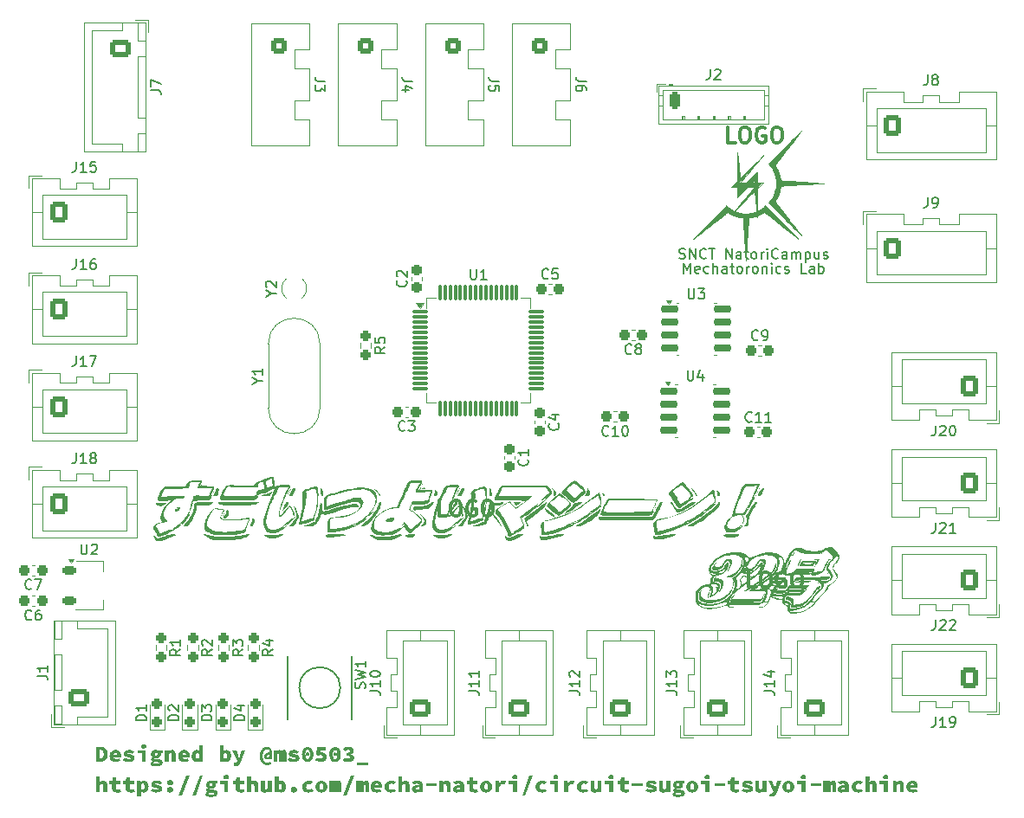
<source format=gto>
G04 #@! TF.GenerationSoftware,KiCad,Pcbnew,9.0.0*
G04 #@! TF.CreationDate,2025-03-31T20:11:42+09:00*
G04 #@! TF.ProjectId,circuit-sugoi-tsuyoi-machine,63697263-7569-4742-9d73-75676f692d74,rev?*
G04 #@! TF.SameCoordinates,Original*
G04 #@! TF.FileFunction,Legend,Top*
G04 #@! TF.FilePolarity,Positive*
%FSLAX46Y46*%
G04 Gerber Fmt 4.6, Leading zero omitted, Abs format (unit mm)*
G04 Created by KiCad (PCBNEW 9.0.0) date 2025-03-31 20:11:42*
%MOMM*%
%LPD*%
G01*
G04 APERTURE LIST*
G04 Aperture macros list*
%AMRoundRect*
0 Rectangle with rounded corners*
0 $1 Rounding radius*
0 $2 $3 $4 $5 $6 $7 $8 $9 X,Y pos of 4 corners*
0 Add a 4 corners polygon primitive as box body*
4,1,4,$2,$3,$4,$5,$6,$7,$8,$9,$2,$3,0*
0 Add four circle primitives for the rounded corners*
1,1,$1+$1,$2,$3*
1,1,$1+$1,$4,$5*
1,1,$1+$1,$6,$7*
1,1,$1+$1,$8,$9*
0 Add four rect primitives between the rounded corners*
20,1,$1+$1,$2,$3,$4,$5,0*
20,1,$1+$1,$4,$5,$6,$7,0*
20,1,$1+$1,$6,$7,$8,$9,0*
20,1,$1+$1,$8,$9,$2,$3,0*%
%AMFreePoly0*
4,1,9,3.862500,-0.866500,0.737500,-0.866500,0.737500,-0.450000,-0.737500,-0.450000,-0.737500,0.450000,0.737500,0.450000,0.737500,0.866500,3.862500,0.866500,3.862500,-0.866500,3.862500,-0.866500,$1*%
G04 Aperture macros list end*
%ADD10C,0.300000*%
%ADD11C,0.153000*%
%ADD12C,0.150000*%
%ADD13C,0.120000*%
%ADD14C,0.100000*%
%ADD15C,0.000000*%
%ADD16C,0.010000*%
%ADD17RoundRect,0.237500X-0.300000X-0.237500X0.300000X-0.237500X0.300000X0.237500X-0.300000X0.237500X0*%
%ADD18RoundRect,0.250000X-0.600000X-0.725000X0.600000X-0.725000X0.600000X0.725000X-0.600000X0.725000X0*%
%ADD19O,1.700000X1.950000*%
%ADD20RoundRect,0.250000X0.725000X-0.600000X0.725000X0.600000X-0.725000X0.600000X-0.725000X-0.600000X0*%
%ADD21O,1.950000X1.700000*%
%ADD22RoundRect,0.237500X-0.237500X0.300000X-0.237500X-0.300000X0.237500X-0.300000X0.237500X0.300000X0*%
%ADD23RoundRect,0.237500X-0.237500X0.250000X-0.237500X-0.250000X0.237500X-0.250000X0.237500X0.250000X0*%
%ADD24RoundRect,0.237500X0.300000X0.237500X-0.300000X0.237500X-0.300000X-0.237500X0.300000X-0.237500X0*%
%ADD25RoundRect,0.250000X0.600000X0.725000X-0.600000X0.725000X-0.600000X-0.725000X0.600000X-0.725000X0*%
%ADD26C,7.200000*%
%ADD27RoundRect,0.250000X-0.512000X0.512000X-0.512000X-0.512000X0.512000X-0.512000X0.512000X0.512000X0*%
%ADD28C,1.524000*%
%ADD29R,2.710000X3.400000*%
%ADD30RoundRect,0.150000X-0.737500X-0.150000X0.737500X-0.150000X0.737500X0.150000X-0.737500X0.150000X0*%
%ADD31C,1.000000*%
%ADD32RoundRect,0.250000X-0.725000X0.600000X-0.725000X-0.600000X0.725000X-0.600000X0.725000X0.600000X0*%
%ADD33RoundRect,0.075000X-0.700000X-0.075000X0.700000X-0.075000X0.700000X0.075000X-0.700000X0.075000X0*%
%ADD34RoundRect,0.075000X-0.075000X-0.700000X0.075000X-0.700000X0.075000X0.700000X-0.075000X0.700000X0*%
%ADD35RoundRect,0.250000X-0.265000X-0.615000X0.265000X-0.615000X0.265000X0.615000X-0.265000X0.615000X0*%
%ADD36O,1.030000X1.730000*%
%ADD37RoundRect,0.237500X0.237500X-0.300000X0.237500X0.300000X-0.237500X0.300000X-0.237500X-0.300000X0*%
%ADD38RoundRect,0.225000X-0.425000X-0.225000X0.425000X-0.225000X0.425000X0.225000X-0.425000X0.225000X0*%
%ADD39FreePoly0,0.000000*%
%ADD40RoundRect,0.237500X0.237500X-0.287500X0.237500X0.287500X-0.237500X0.287500X-0.237500X-0.287500X0*%
%ADD41C,1.500000*%
G04 APERTURE END LIST*
D10*
G36*
X101143321Y-135228000D02*
G01*
X101143321Y-133668949D01*
X101528639Y-133668949D01*
X101528639Y-134031796D01*
X101506266Y-134228949D01*
X101515157Y-134228949D01*
X101575087Y-134178714D01*
X101657404Y-134128223D01*
X101718111Y-134102745D01*
X101788094Y-134086758D01*
X101869113Y-134081133D01*
X101960390Y-134089845D01*
X102033459Y-134114059D01*
X102092176Y-134152382D01*
X102139050Y-134205501D01*
X102183712Y-134292302D01*
X102212577Y-134401338D01*
X102223070Y-134538062D01*
X102223070Y-135228000D01*
X101837752Y-135228000D01*
X101837752Y-134587399D01*
X101829547Y-134500675D01*
X101809713Y-134450721D01*
X101787640Y-134428178D01*
X101755012Y-134413622D01*
X101707815Y-134408125D01*
X101656540Y-134413957D01*
X101613733Y-134430595D01*
X101573850Y-134456349D01*
X101528639Y-134493317D01*
X101528639Y-135228000D01*
X101143321Y-135228000D01*
G37*
G36*
X103207369Y-135254866D02*
G01*
X103085989Y-135246922D01*
X102989749Y-135225226D01*
X102913886Y-135192145D01*
X102846993Y-135144321D01*
X102794426Y-135086098D01*
X102754836Y-135016290D01*
X102728169Y-134939374D01*
X102711451Y-134852194D01*
X102705596Y-134753094D01*
X102705596Y-134408125D01*
X102436831Y-134408125D01*
X102436831Y-134121482D01*
X102723572Y-134108000D01*
X102772812Y-133772019D01*
X103090914Y-133772019D01*
X103090914Y-134108000D01*
X103534459Y-134108000D01*
X103534459Y-134408125D01*
X103090914Y-134408125D01*
X103090914Y-134746353D01*
X103098301Y-134823616D01*
X103117412Y-134875804D01*
X103145722Y-134909995D01*
X103184878Y-134933461D01*
X103237683Y-134948962D01*
X103308192Y-134954741D01*
X103416831Y-134944678D01*
X103511988Y-134918886D01*
X103579204Y-135196639D01*
X103413510Y-135235815D01*
X103318718Y-135249854D01*
X103207369Y-135254866D01*
G37*
G36*
X104550118Y-135254866D02*
G01*
X104428738Y-135246922D01*
X104332499Y-135225226D01*
X104256636Y-135192145D01*
X104189743Y-135144321D01*
X104137175Y-135086098D01*
X104097585Y-135016290D01*
X104070919Y-134939374D01*
X104054200Y-134852194D01*
X104048346Y-134753094D01*
X104048346Y-134408125D01*
X103779581Y-134408125D01*
X103779581Y-134121482D01*
X104066322Y-134108000D01*
X104115561Y-133772019D01*
X104433663Y-133772019D01*
X104433663Y-134108000D01*
X104877208Y-134108000D01*
X104877208Y-134408125D01*
X104433663Y-134408125D01*
X104433663Y-134746353D01*
X104441051Y-134823616D01*
X104460161Y-134875804D01*
X104488471Y-134909995D01*
X104527627Y-134933461D01*
X104580433Y-134948962D01*
X104650942Y-134954741D01*
X104759581Y-134944678D01*
X104854738Y-134918886D01*
X104921953Y-135196639D01*
X104756259Y-135235815D01*
X104661467Y-135249854D01*
X104550118Y-135254866D01*
G37*
G36*
X105923478Y-134089348D02*
G01*
X106001134Y-134113007D01*
X106069797Y-134151670D01*
X106129538Y-134203851D01*
X106180639Y-134269278D01*
X106223279Y-134349898D01*
X106252923Y-134436693D01*
X106271611Y-134536084D01*
X106278185Y-134650121D01*
X106269929Y-134777054D01*
X106246621Y-134885474D01*
X106209797Y-134978286D01*
X106158204Y-135063598D01*
X106099298Y-135131544D01*
X106032868Y-135184329D01*
X105957968Y-135223870D01*
X105881129Y-135247111D01*
X105801032Y-135254866D01*
X105731117Y-135247548D01*
X105665526Y-135225752D01*
X105604804Y-135190893D01*
X105547899Y-135142905D01*
X105539009Y-135142905D01*
X105556887Y-135313094D01*
X105556887Y-135622207D01*
X105171570Y-135622207D01*
X105171570Y-134475341D01*
X105556887Y-134475341D01*
X105556887Y-134887525D01*
X105594116Y-134912737D01*
X105631919Y-134928949D01*
X105709197Y-134941258D01*
X105754137Y-134934487D01*
X105794689Y-134914188D01*
X105832393Y-134878537D01*
X105858205Y-134833166D01*
X105876603Y-134761861D01*
X105883879Y-134654517D01*
X105878132Y-134561967D01*
X105863383Y-134497978D01*
X105842456Y-134455215D01*
X105810710Y-134421965D01*
X105770237Y-134401883D01*
X105718185Y-134394741D01*
X105674711Y-134399304D01*
X105635240Y-134412717D01*
X105598506Y-134435843D01*
X105556887Y-134475341D01*
X105171570Y-134475341D01*
X105171570Y-134108000D01*
X105485177Y-134108000D01*
X105512044Y-134211070D01*
X105521032Y-134211070D01*
X105589997Y-134158567D01*
X105667773Y-134116988D01*
X105750865Y-134089992D01*
X105834640Y-134081133D01*
X105923478Y-134089348D01*
G37*
G36*
X107020586Y-135254866D02*
G01*
X106877653Y-135242528D01*
X106729351Y-135204454D01*
X106588332Y-135147754D01*
X106474068Y-135084678D01*
X106635366Y-134847176D01*
X106743123Y-134902298D01*
X106853719Y-134941258D01*
X106966628Y-134964948D01*
X107074319Y-134972619D01*
X107142611Y-134966958D01*
X107180711Y-134953568D01*
X107205682Y-134931137D01*
X107213244Y-134905404D01*
X107207914Y-134882164D01*
X107191632Y-134863453D01*
X107160586Y-134848348D01*
X106966852Y-134802431D01*
X106814743Y-134759254D01*
X106709864Y-134711982D01*
X106640837Y-134662431D01*
X106587704Y-134598386D01*
X106556386Y-134526489D01*
X106545680Y-134443980D01*
X106554791Y-134364998D01*
X106581278Y-134296031D01*
X106625549Y-134234701D01*
X106690174Y-134179709D01*
X106763688Y-134138778D01*
X106851204Y-134107960D01*
X106955255Y-134088195D01*
X107078813Y-134081133D01*
X107183915Y-134087074D01*
X107277870Y-134104148D01*
X107362135Y-134131545D01*
X107481188Y-134185035D01*
X107576092Y-134237937D01*
X107405903Y-134466353D01*
X107316453Y-134421134D01*
X107224480Y-134389172D01*
X107130832Y-134369655D01*
X107042958Y-134363380D01*
X106992441Y-134367767D01*
X106957864Y-134379109D01*
X106934102Y-134399039D01*
X106926503Y-134426101D01*
X106931554Y-134446367D01*
X106947241Y-134462601D01*
X106977990Y-134475438D01*
X107159511Y-134520184D01*
X107317387Y-134563803D01*
X107422609Y-134607525D01*
X107482889Y-134644506D01*
X107526314Y-134682939D01*
X107555966Y-134722905D01*
X107584029Y-134793834D01*
X107594068Y-134883031D01*
X107585177Y-134957242D01*
X107558831Y-135024884D01*
X107513920Y-135087907D01*
X107447327Y-135147399D01*
X107372630Y-135191218D01*
X107279322Y-135224850D01*
X107163504Y-135246860D01*
X107020586Y-135254866D01*
G37*
G36*
X108385708Y-134560435D02*
G01*
X108302813Y-134550525D01*
X108233692Y-134522183D01*
X108175170Y-134475341D01*
X108130399Y-134414627D01*
X108103721Y-134346690D01*
X108094570Y-134269200D01*
X108103638Y-134193230D01*
X108130242Y-134125662D01*
X108175170Y-134064329D01*
X108233779Y-134016790D01*
X108302898Y-133988087D01*
X108385708Y-133978062D01*
X108470047Y-133988174D01*
X108539471Y-134016951D01*
X108597418Y-134064329D01*
X108641706Y-134125587D01*
X108667979Y-134193161D01*
X108676943Y-134269200D01*
X108667897Y-134346760D01*
X108641551Y-134414703D01*
X108597418Y-134475341D01*
X108539559Y-134522022D01*
X108470135Y-134550438D01*
X108385708Y-134560435D01*
G37*
G36*
X108385708Y-135254866D02*
G01*
X108302813Y-135244956D01*
X108233692Y-135216614D01*
X108175170Y-135169772D01*
X108130399Y-135109058D01*
X108103721Y-135041121D01*
X108094570Y-134963631D01*
X108103638Y-134887661D01*
X108130242Y-134820093D01*
X108175170Y-134758760D01*
X108233779Y-134711221D01*
X108302898Y-134682518D01*
X108385708Y-134672494D01*
X108470047Y-134682606D01*
X108539471Y-134711383D01*
X108597418Y-134758760D01*
X108641706Y-134820019D01*
X108667979Y-134887592D01*
X108676943Y-134963631D01*
X108667897Y-135041192D01*
X108641551Y-135109134D01*
X108597418Y-135169772D01*
X108539559Y-135216454D01*
X108470135Y-135244869D01*
X108385708Y-135254866D01*
G37*
G36*
X109199818Y-135586353D02*
G01*
X109939092Y-133637588D01*
X110257096Y-133637588D01*
X109517920Y-135586353D01*
X109199818Y-135586353D01*
G37*
G36*
X110542568Y-135586353D02*
G01*
X111281842Y-133637588D01*
X111599846Y-133637588D01*
X110860669Y-135586353D01*
X110542568Y-135586353D01*
G37*
G36*
X112479830Y-134088214D02*
G01*
X112566364Y-134108000D01*
X113018799Y-134108000D01*
X113018799Y-134385752D01*
X112817152Y-134385752D01*
X112838450Y-134437239D01*
X112848513Y-134502207D01*
X112840878Y-134588309D01*
X112819552Y-134658572D01*
X112785792Y-134716164D01*
X112739758Y-134765275D01*
X112683872Y-134805141D01*
X112616678Y-134836039D01*
X112505916Y-134864124D01*
X112375952Y-134874043D01*
X112310983Y-134870721D01*
X112234780Y-134858411D01*
X112206741Y-134886450D01*
X112198925Y-134923380D01*
X112208470Y-134953497D01*
X112239274Y-134974964D01*
X112286410Y-134985859D01*
X112373705Y-134990595D01*
X112564117Y-134990595D01*
X112711284Y-134999507D01*
X112823494Y-135023375D01*
X112907913Y-135058886D01*
X112961256Y-135098340D01*
X112998658Y-135147214D01*
X113021797Y-135207269D01*
X113030034Y-135281733D01*
X113020695Y-135359146D01*
X112993063Y-135429384D01*
X112946015Y-135494517D01*
X112885292Y-135549039D01*
X112807206Y-135596975D01*
X112708513Y-135637839D01*
X112605004Y-135665466D01*
X112484534Y-135683145D01*
X112344591Y-135689423D01*
X112209143Y-135682113D01*
X112091360Y-135661384D01*
X112017337Y-135637959D01*
X111957220Y-135608311D01*
X111908862Y-135572968D01*
X111871248Y-135528694D01*
X111848531Y-135475808D01*
X111840572Y-135411670D01*
X111850186Y-135350808D01*
X111851166Y-135348949D01*
X112151933Y-135348949D01*
X112159033Y-135380114D01*
X112180848Y-135405820D01*
X112222470Y-135427302D01*
X112298517Y-135445159D01*
X112405066Y-135452019D01*
X112511742Y-135444352D01*
X112590886Y-135423980D01*
X112635633Y-135400574D01*
X112657965Y-135375888D01*
X112664842Y-135348949D01*
X112659742Y-135322578D01*
X112645402Y-135304553D01*
X112620000Y-135292968D01*
X112570216Y-135285001D01*
X112490160Y-135281733D01*
X112378199Y-135281733D01*
X112275129Y-135278314D01*
X112207913Y-135268348D01*
X112163936Y-135311601D01*
X112151933Y-135348949D01*
X111851166Y-135348949D01*
X111879145Y-135295872D01*
X111930518Y-135244661D01*
X112010760Y-135196639D01*
X112010760Y-135187651D01*
X111967364Y-135152632D01*
X111931235Y-135110372D01*
X111907351Y-135060119D01*
X111898799Y-134994992D01*
X111907966Y-134938412D01*
X111936901Y-134880784D01*
X111979771Y-134828975D01*
X112033230Y-134784454D01*
X112033230Y-134775564D01*
X111976046Y-134727684D01*
X111925666Y-134660184D01*
X111892380Y-134580867D01*
X111880921Y-134488823D01*
X112241521Y-134488823D01*
X112246552Y-134541132D01*
X112260039Y-134579564D01*
X112280697Y-134607525D01*
X112323941Y-134636038D01*
X112375952Y-134645627D01*
X112428062Y-134636077D01*
X112472184Y-134607525D01*
X112493514Y-134579464D01*
X112507375Y-134541024D01*
X112512533Y-134488823D01*
X112507394Y-134438116D01*
X112493558Y-134400753D01*
X112472184Y-134373443D01*
X112428151Y-134345803D01*
X112375952Y-134336513D01*
X112323850Y-134345842D01*
X112280697Y-134373443D01*
X112259998Y-134400653D01*
X112246534Y-134438007D01*
X112241521Y-134488823D01*
X111880921Y-134488823D01*
X111889215Y-134398516D01*
X111912661Y-134322955D01*
X111950286Y-134259235D01*
X112001053Y-134204312D01*
X112061490Y-134159645D01*
X112132882Y-134124803D01*
X112249195Y-134092235D01*
X112375952Y-134081133D01*
X112479830Y-134088214D01*
G37*
G36*
X113676106Y-135228000D02*
G01*
X113676106Y-134408125D01*
X113250537Y-134408125D01*
X113250537Y-134108000D01*
X114061423Y-134108000D01*
X114061423Y-135228000D01*
X113676106Y-135228000D01*
G37*
G36*
X113855282Y-133955690D02*
G01*
X113785972Y-133948435D01*
X113727784Y-133927782D01*
X113678353Y-133894140D01*
X113639996Y-133849066D01*
X113616936Y-133795760D01*
X113608890Y-133731670D01*
X113616888Y-133667509D01*
X113639921Y-133613435D01*
X113678353Y-133567050D01*
X113727952Y-133532040D01*
X113786134Y-133510650D01*
X113855282Y-133503157D01*
X113924493Y-133510654D01*
X113982670Y-133532048D01*
X114032212Y-133567050D01*
X114070644Y-133613435D01*
X114093676Y-133667509D01*
X114101674Y-133731670D01*
X114093629Y-133795760D01*
X114070568Y-133849066D01*
X114032212Y-133894140D01*
X113982838Y-133927774D01*
X113924656Y-133948431D01*
X113855282Y-133955690D01*
G37*
G36*
X115292114Y-135254866D02*
G01*
X115170734Y-135246922D01*
X115074495Y-135225226D01*
X114998632Y-135192145D01*
X114931739Y-135144321D01*
X114879171Y-135086098D01*
X114839581Y-135016290D01*
X114812915Y-134939374D01*
X114796196Y-134852194D01*
X114790341Y-134753094D01*
X114790341Y-134408125D01*
X114521577Y-134408125D01*
X114521577Y-134121482D01*
X114808318Y-134108000D01*
X114857557Y-133772019D01*
X115175659Y-133772019D01*
X115175659Y-134108000D01*
X115619204Y-134108000D01*
X115619204Y-134408125D01*
X115175659Y-134408125D01*
X115175659Y-134746353D01*
X115183047Y-134823616D01*
X115202157Y-134875804D01*
X115230467Y-134909995D01*
X115269623Y-134933461D01*
X115322429Y-134948962D01*
X115392937Y-134954741D01*
X115501577Y-134944678D01*
X115596734Y-134918886D01*
X115663949Y-135196639D01*
X115498255Y-135235815D01*
X115403463Y-135249854D01*
X115292114Y-135254866D01*
G37*
G36*
X115913565Y-135228000D02*
G01*
X115913565Y-133668949D01*
X116298883Y-133668949D01*
X116298883Y-134031796D01*
X116276510Y-134228949D01*
X116285401Y-134228949D01*
X116345331Y-134178714D01*
X116427648Y-134128223D01*
X116488355Y-134102745D01*
X116558338Y-134086758D01*
X116639357Y-134081133D01*
X116730635Y-134089845D01*
X116803704Y-134114059D01*
X116862421Y-134152382D01*
X116909295Y-134205501D01*
X116953956Y-134292302D01*
X116982821Y-134401338D01*
X116993314Y-134538062D01*
X116993314Y-135228000D01*
X116607997Y-135228000D01*
X116607997Y-134587399D01*
X116599791Y-134500675D01*
X116579958Y-134450721D01*
X116557885Y-134428178D01*
X116525256Y-134413622D01*
X116478060Y-134408125D01*
X116426784Y-134413957D01*
X116383977Y-134430595D01*
X116344094Y-134456349D01*
X116298883Y-134493317D01*
X116298883Y-135228000D01*
X115913565Y-135228000D01*
G37*
G36*
X117592393Y-135254866D02*
G01*
X117499867Y-135246101D01*
X117426303Y-135221817D01*
X117367657Y-135183522D01*
X117321284Y-135130595D01*
X117277274Y-135043819D01*
X117248795Y-134934746D01*
X117238436Y-134797937D01*
X117238436Y-134108000D01*
X117623754Y-134108000D01*
X117623754Y-134748600D01*
X117631318Y-134835536D01*
X117649448Y-134885278D01*
X117670335Y-134907637D01*
X117702737Y-134922265D01*
X117751346Y-134927874D01*
X117798659Y-134922933D01*
X117838688Y-134908823D01*
X117874953Y-134882283D01*
X117919385Y-134829297D01*
X117919385Y-134108000D01*
X118304703Y-134108000D01*
X118304703Y-135228000D01*
X117991095Y-135228000D01*
X117964228Y-135080184D01*
X117955240Y-135080184D01*
X117880642Y-135152948D01*
X117798436Y-135207874D01*
X117738531Y-135233397D01*
X117670372Y-135249302D01*
X117592393Y-135254866D01*
G37*
G36*
X118984382Y-134031796D02*
G01*
X118970900Y-134193094D01*
X118979888Y-134193094D01*
X119041839Y-134145462D01*
X119110900Y-134110247D01*
X119184865Y-134088357D01*
X119259888Y-134081133D01*
X119348745Y-134089325D01*
X119426817Y-134112967D01*
X119496217Y-134151670D01*
X119556683Y-134203880D01*
X119608121Y-134268986D01*
X119650774Y-134348823D01*
X119680384Y-134434857D01*
X119699087Y-134533829D01*
X119705680Y-134647874D01*
X119697443Y-134774803D01*
X119674150Y-134883610D01*
X119637292Y-134977113D01*
X119585631Y-135063186D01*
X119526719Y-135131490D01*
X119460362Y-135184329D01*
X119385463Y-135223870D01*
X119308624Y-135247111D01*
X119228527Y-135254866D01*
X119154283Y-135246259D01*
X119082366Y-135220169D01*
X119011155Y-135174879D01*
X118939539Y-135107050D01*
X118930648Y-135107050D01*
X118899288Y-135228000D01*
X118599064Y-135228000D01*
X118599064Y-134475341D01*
X118984382Y-134475341D01*
X118984382Y-134887525D01*
X119021611Y-134912737D01*
X119059413Y-134928949D01*
X119136692Y-134941258D01*
X119181631Y-134934487D01*
X119222184Y-134914188D01*
X119259888Y-134878537D01*
X119285700Y-134833166D01*
X119304098Y-134761861D01*
X119311374Y-134654517D01*
X119305627Y-134561967D01*
X119290878Y-134497978D01*
X119269951Y-134455215D01*
X119238205Y-134421965D01*
X119197731Y-134401883D01*
X119145680Y-134394741D01*
X119102206Y-134399304D01*
X119062735Y-134412717D01*
X119026001Y-134435843D01*
X118984382Y-134475341D01*
X118599064Y-134475341D01*
X118599064Y-133668949D01*
X118984382Y-133668949D01*
X118984382Y-134031796D01*
G37*
G36*
X120470453Y-135254866D02*
G01*
X120387558Y-135244956D01*
X120318437Y-135216614D01*
X120259916Y-135169772D01*
X120215144Y-135109058D01*
X120188466Y-135041121D01*
X120179316Y-134963631D01*
X120188384Y-134887661D01*
X120214987Y-134820093D01*
X120259916Y-134758760D01*
X120318524Y-134711221D01*
X120387643Y-134682518D01*
X120470453Y-134672494D01*
X120554793Y-134682606D01*
X120624216Y-134711383D01*
X120682163Y-134758760D01*
X120726452Y-134820019D01*
X120752724Y-134887592D01*
X120761688Y-134963631D01*
X120752642Y-135041192D01*
X120726297Y-135109134D01*
X120682163Y-135169772D01*
X120624304Y-135216454D01*
X120554880Y-135244869D01*
X120470453Y-135254866D01*
G37*
G36*
X121907285Y-135254866D02*
G01*
X121790958Y-135246844D01*
X121685108Y-135223528D01*
X121588108Y-135185501D01*
X121499369Y-135131980D01*
X121424798Y-135065478D01*
X121363014Y-134985027D01*
X121318006Y-134894262D01*
X121289998Y-134789583D01*
X121280167Y-134668000D01*
X121290965Y-134546954D01*
X121321875Y-134442350D01*
X121372002Y-134351070D01*
X121439489Y-134270730D01*
X121519650Y-134204167D01*
X121613900Y-134150595D01*
X121715891Y-134112163D01*
X121822994Y-134088982D01*
X121936399Y-134081133D01*
X122064955Y-134091504D01*
X122179469Y-134121482D01*
X122282258Y-134169828D01*
X122359818Y-134228949D01*
X122185038Y-134466353D01*
X122122139Y-134429211D01*
X122067411Y-134407050D01*
X122012445Y-134394382D01*
X121958869Y-134390247D01*
X121878223Y-134399072D01*
X121810870Y-134424204D01*
X121753900Y-134465278D01*
X121710454Y-134519877D01*
X121683807Y-134586293D01*
X121674375Y-134668000D01*
X121683582Y-134749876D01*
X121709530Y-134816292D01*
X121751653Y-134870721D01*
X121807054Y-134912143D01*
X121870802Y-134937098D01*
X121945387Y-134945752D01*
X122025614Y-134938276D01*
X122096524Y-134916639D01*
X122220893Y-134851670D01*
X122373203Y-135093568D01*
X122301726Y-135145339D01*
X122225785Y-135186290D01*
X122144787Y-135216862D01*
X122020352Y-135245736D01*
X121907285Y-135254866D01*
G37*
G36*
X123252864Y-134088861D02*
G01*
X123345810Y-134111895D01*
X123435952Y-134150595D01*
X123518301Y-134203472D01*
X123589691Y-134269880D01*
X123650983Y-134351070D01*
X123696043Y-134441779D01*
X123724085Y-134546423D01*
X123733928Y-134668000D01*
X123724087Y-134789577D01*
X123696047Y-134894256D01*
X123650983Y-134985027D01*
X123589700Y-135066162D01*
X123518310Y-135132573D01*
X123435952Y-135185501D01*
X123345815Y-135224145D01*
X123252869Y-135247148D01*
X123155952Y-135254866D01*
X123059098Y-135247151D01*
X122966151Y-135224151D01*
X122875952Y-135185501D01*
X122793649Y-135132583D01*
X122722257Y-135066173D01*
X122660921Y-134985027D01*
X122615913Y-134894262D01*
X122587904Y-134789583D01*
X122578073Y-134668000D01*
X122972281Y-134668000D01*
X122977838Y-134752394D01*
X122992963Y-134818808D01*
X123015952Y-134870721D01*
X123050577Y-134912126D01*
X123096034Y-134936915D01*
X123155952Y-134945752D01*
X123217316Y-134936815D01*
X123263017Y-134911950D01*
X123297027Y-134870721D01*
X123319425Y-134818885D01*
X123334192Y-134752471D01*
X123339623Y-134668000D01*
X123334192Y-134583528D01*
X123319425Y-134517114D01*
X123297027Y-134465278D01*
X123263017Y-134424049D01*
X123217316Y-134399184D01*
X123155952Y-134390247D01*
X123096034Y-134399084D01*
X123050577Y-134423873D01*
X123015952Y-134465278D01*
X122992963Y-134517191D01*
X122977838Y-134583605D01*
X122972281Y-134668000D01*
X122578073Y-134668000D01*
X122587906Y-134546417D01*
X122615916Y-134441773D01*
X122660921Y-134351070D01*
X122722267Y-134269870D01*
X122793659Y-134203463D01*
X122875952Y-134150595D01*
X122966156Y-134111889D01*
X123059103Y-134088858D01*
X123155952Y-134081133D01*
X123252864Y-134088861D01*
G37*
G36*
X123884968Y-135228000D02*
G01*
X123884968Y-134108000D01*
X124171709Y-134108000D01*
X124198576Y-134242431D01*
X124207564Y-134242431D01*
X124241668Y-134182081D01*
X124291486Y-134129297D01*
X124332121Y-134103383D01*
X124382427Y-134087015D01*
X124444968Y-134081133D01*
X124509810Y-134092667D01*
X124564842Y-134127050D01*
X124605932Y-134181036D01*
X124633133Y-134260309D01*
X124666376Y-134193596D01*
X124718227Y-134134866D01*
X124761326Y-134105613D01*
X124812840Y-134087526D01*
X124875031Y-134081133D01*
X124950295Y-134092484D01*
X125011052Y-134125134D01*
X125060949Y-134180784D01*
X125095386Y-134250223D01*
X125117758Y-134337964D01*
X125125917Y-134448474D01*
X125125917Y-135228000D01*
X124763070Y-135228000D01*
X124763070Y-134475341D01*
X124757492Y-134433745D01*
X124744491Y-134414243D01*
X124724968Y-134408125D01*
X124700078Y-134415446D01*
X124675756Y-134440478D01*
X124651109Y-134493317D01*
X124651109Y-135228000D01*
X124359874Y-135228000D01*
X124359874Y-134475341D01*
X124353691Y-134434692D01*
X124338732Y-134414725D01*
X124315031Y-134408125D01*
X124294253Y-134414929D01*
X124272198Y-134439413D01*
X124247815Y-134493317D01*
X124247815Y-135228000D01*
X123884968Y-135228000D01*
G37*
G36*
X125312812Y-135586353D02*
G01*
X126052086Y-133637588D01*
X126370090Y-133637588D01*
X125630914Y-135586353D01*
X125312812Y-135586353D01*
G37*
G36*
X126570467Y-135228000D02*
G01*
X126570467Y-134108000D01*
X126857208Y-134108000D01*
X126884075Y-134242431D01*
X126893063Y-134242431D01*
X126927167Y-134182081D01*
X126976985Y-134129297D01*
X127017620Y-134103383D01*
X127067926Y-134087015D01*
X127130467Y-134081133D01*
X127195309Y-134092667D01*
X127250341Y-134127050D01*
X127291431Y-134181036D01*
X127318632Y-134260309D01*
X127351875Y-134193596D01*
X127403726Y-134134866D01*
X127446825Y-134105613D01*
X127498339Y-134087526D01*
X127560530Y-134081133D01*
X127635794Y-134092484D01*
X127696551Y-134125134D01*
X127746448Y-134180784D01*
X127780885Y-134250223D01*
X127803257Y-134337964D01*
X127811416Y-134448474D01*
X127811416Y-135228000D01*
X127448569Y-135228000D01*
X127448569Y-134475341D01*
X127442991Y-134433745D01*
X127429990Y-134414243D01*
X127410467Y-134408125D01*
X127385577Y-134415446D01*
X127361255Y-134440478D01*
X127336608Y-134493317D01*
X127336608Y-135228000D01*
X127045373Y-135228000D01*
X127045373Y-134475341D01*
X127039190Y-134434692D01*
X127024231Y-134414725D01*
X127000530Y-134408125D01*
X126979752Y-134414929D01*
X126957696Y-134439413D01*
X126933314Y-134493317D01*
X126933314Y-135228000D01*
X126570467Y-135228000D01*
G37*
G36*
X128669958Y-134089940D02*
G01*
X128767409Y-134114714D01*
X128849546Y-134153917D01*
X128922474Y-134208398D01*
X128981418Y-134273371D01*
X129027550Y-134349898D01*
X129060196Y-134433838D01*
X129080123Y-134524499D01*
X129086950Y-134623157D01*
X129081381Y-134718411D01*
X129071318Y-134784454D01*
X128352267Y-134784454D01*
X128374938Y-134842916D01*
X128407623Y-134887683D01*
X128450746Y-134921133D01*
X128501854Y-134943566D01*
X128566547Y-134958257D01*
X128647997Y-134963631D01*
X128714422Y-134959437D01*
X128778911Y-134946925D01*
X128843441Y-134926605D01*
X128916762Y-134896513D01*
X129042205Y-135124929D01*
X128937095Y-135180048D01*
X128820432Y-135221258D01*
X128700865Y-135246836D01*
X128594166Y-135254866D01*
X128477839Y-135246844D01*
X128371989Y-135223528D01*
X128274989Y-135185501D01*
X128186244Y-135131984D01*
X128111638Y-135065481D01*
X128049797Y-134985027D01*
X128004789Y-134894262D01*
X127976781Y-134789583D01*
X127966950Y-134668000D01*
X127976869Y-134548000D01*
X127980806Y-134533568D01*
X128354515Y-134533568D01*
X128746475Y-134533568D01*
X128724653Y-134460161D01*
X128688625Y-134412001D01*
X128637902Y-134382928D01*
X128567299Y-134372368D01*
X128490076Y-134382970D01*
X128431407Y-134412517D01*
X128386645Y-134461159D01*
X128354515Y-134533568D01*
X127980806Y-134533568D01*
X128005221Y-134444064D01*
X128050969Y-134353317D01*
X128113021Y-134272148D01*
X128185502Y-134205314D01*
X128269323Y-134151670D01*
X128361053Y-134112361D01*
X128455525Y-134088975D01*
X128553914Y-134081133D01*
X128669958Y-134089940D01*
G37*
G36*
X129963782Y-135254866D02*
G01*
X129847455Y-135246844D01*
X129741605Y-135223528D01*
X129644605Y-135185501D01*
X129555866Y-135131980D01*
X129481295Y-135065478D01*
X129419511Y-134985027D01*
X129374503Y-134894262D01*
X129346495Y-134789583D01*
X129336664Y-134668000D01*
X129347462Y-134546954D01*
X129378372Y-134442350D01*
X129428499Y-134351070D01*
X129495986Y-134270730D01*
X129576146Y-134204167D01*
X129670397Y-134150595D01*
X129772388Y-134112163D01*
X129879491Y-134088982D01*
X129992896Y-134081133D01*
X130121452Y-134091504D01*
X130235966Y-134121482D01*
X130338755Y-134169828D01*
X130416315Y-134228949D01*
X130241535Y-134466353D01*
X130178636Y-134429211D01*
X130123907Y-134407050D01*
X130068942Y-134394382D01*
X130015366Y-134390247D01*
X129934720Y-134399072D01*
X129867367Y-134424204D01*
X129810397Y-134465278D01*
X129766951Y-134519877D01*
X129740304Y-134586293D01*
X129730872Y-134668000D01*
X129740079Y-134749876D01*
X129766027Y-134816292D01*
X129808150Y-134870721D01*
X129863551Y-134912143D01*
X129927299Y-134937098D01*
X130001884Y-134945752D01*
X130082111Y-134938276D01*
X130153021Y-134916639D01*
X130277390Y-134851670D01*
X130429699Y-135093568D01*
X130358222Y-135145339D01*
X130282282Y-135186290D01*
X130201284Y-135216862D01*
X130076849Y-135245736D01*
X129963782Y-135254866D01*
G37*
G36*
X130683810Y-135228000D02*
G01*
X130683810Y-133668949D01*
X131069127Y-133668949D01*
X131069127Y-134031796D01*
X131046755Y-134228949D01*
X131055645Y-134228949D01*
X131115575Y-134178714D01*
X131197892Y-134128223D01*
X131258599Y-134102745D01*
X131328583Y-134086758D01*
X131409602Y-134081133D01*
X131500879Y-134089845D01*
X131573948Y-134114059D01*
X131632665Y-134152382D01*
X131679539Y-134205501D01*
X131724201Y-134292302D01*
X131753065Y-134401338D01*
X131763558Y-134538062D01*
X131763558Y-135228000D01*
X131378241Y-135228000D01*
X131378241Y-134587399D01*
X131370035Y-134500675D01*
X131350202Y-134450721D01*
X131328129Y-134428178D01*
X131295500Y-134413622D01*
X131248304Y-134408125D01*
X131197028Y-134413957D01*
X131154221Y-134430595D01*
X131114339Y-134456349D01*
X131069127Y-134493317D01*
X131069127Y-135228000D01*
X130683810Y-135228000D01*
G37*
G36*
X132692726Y-134089771D02*
G01*
X132794330Y-134114169D01*
X132880988Y-134152856D01*
X132955073Y-134205501D01*
X133013890Y-134271992D01*
X133058064Y-134357553D01*
X133086810Y-134466677D01*
X133097320Y-134605278D01*
X133097320Y-135228000D01*
X132783712Y-135228000D01*
X132756845Y-135111545D01*
X132747857Y-135111545D01*
X132661876Y-135167122D01*
X132568681Y-135213443D01*
X132470158Y-135244499D01*
X132367034Y-135254866D01*
X132290663Y-135249090D01*
X132225592Y-135232738D01*
X132169881Y-135206702D01*
X132098390Y-135150587D01*
X132046685Y-135080184D01*
X132014886Y-134998688D01*
X132004187Y-134909898D01*
X132007836Y-134878537D01*
X132371528Y-134878537D01*
X132378338Y-134912291D01*
X132397895Y-134936302D01*
X132433307Y-134952666D01*
X132492477Y-134959235D01*
X132557220Y-134952594D01*
X132613426Y-134933443D01*
X132712002Y-134874043D01*
X132712002Y-134730721D01*
X132583331Y-134740089D01*
X132501465Y-134755438D01*
X132435181Y-134780697D01*
X132399567Y-134808000D01*
X132378328Y-134842383D01*
X132371528Y-134878537D01*
X132007836Y-134878537D01*
X132014630Y-134820148D01*
X132044642Y-134744105D01*
X132094339Y-134678627D01*
X132166559Y-134622082D01*
X132247140Y-134582697D01*
X132359261Y-134548035D01*
X132511114Y-134520254D01*
X132712002Y-134502207D01*
X132700759Y-134465358D01*
X132679533Y-134436378D01*
X132647034Y-134413792D01*
X132585526Y-134393535D01*
X132496971Y-134385752D01*
X132427162Y-134391436D01*
X132351402Y-134409297D01*
X132272853Y-134437202D01*
X132174473Y-134479835D01*
X132040041Y-134228949D01*
X132169830Y-134165244D01*
X132299818Y-134119235D01*
X132433825Y-134090718D01*
X132573175Y-134081133D01*
X132692726Y-134089771D01*
G37*
G36*
X133369309Y-134623157D02*
G01*
X133369309Y-134354392D01*
X134426587Y-134354392D01*
X134426587Y-134623157D01*
X133369309Y-134623157D01*
G37*
G36*
X134712058Y-135228000D02*
G01*
X134712058Y-134108000D01*
X135025666Y-134108000D01*
X135052533Y-134242431D01*
X135061521Y-134242431D01*
X135133878Y-134182385D01*
X135220572Y-134129297D01*
X135283472Y-134103111D01*
X135354636Y-134086821D01*
X135435603Y-134081133D01*
X135526870Y-134089827D01*
X135600154Y-134114021D01*
X135659245Y-134152350D01*
X135706615Y-134205501D01*
X135751933Y-134292388D01*
X135781182Y-134401424D01*
X135791807Y-134538062D01*
X135791807Y-135228000D01*
X135406489Y-135228000D01*
X135406489Y-134587399D01*
X135398284Y-134500675D01*
X135378450Y-134450721D01*
X135356377Y-134428178D01*
X135323748Y-134413622D01*
X135276552Y-134408125D01*
X135225277Y-134413957D01*
X135182470Y-134430595D01*
X135142587Y-134456349D01*
X135097376Y-134493317D01*
X135097376Y-135228000D01*
X134712058Y-135228000D01*
G37*
G36*
X136720974Y-134089771D02*
G01*
X136822578Y-134114169D01*
X136909236Y-134152856D01*
X136983321Y-134205501D01*
X137042139Y-134271992D01*
X137086313Y-134357553D01*
X137115058Y-134466677D01*
X137125568Y-134605278D01*
X137125568Y-135228000D01*
X136811960Y-135228000D01*
X136785094Y-135111545D01*
X136776106Y-135111545D01*
X136690124Y-135167122D01*
X136596929Y-135213443D01*
X136498406Y-135244499D01*
X136395282Y-135254866D01*
X136318912Y-135249090D01*
X136253841Y-135232738D01*
X136198129Y-135206702D01*
X136126639Y-135150587D01*
X136074933Y-135080184D01*
X136043135Y-134998688D01*
X136032435Y-134909898D01*
X136036084Y-134878537D01*
X136399776Y-134878537D01*
X136406587Y-134912291D01*
X136426144Y-134936302D01*
X136461556Y-134952666D01*
X136520725Y-134959235D01*
X136585468Y-134952594D01*
X136641674Y-134933443D01*
X136740251Y-134874043D01*
X136740251Y-134730721D01*
X136611579Y-134740089D01*
X136529713Y-134755438D01*
X136463430Y-134780697D01*
X136427815Y-134808000D01*
X136406576Y-134842383D01*
X136399776Y-134878537D01*
X136036084Y-134878537D01*
X136042879Y-134820148D01*
X136072891Y-134744105D01*
X136122588Y-134678627D01*
X136194808Y-134622082D01*
X136275389Y-134582697D01*
X136387510Y-134548035D01*
X136539362Y-134520254D01*
X136740251Y-134502207D01*
X136729007Y-134465358D01*
X136707781Y-134436378D01*
X136675282Y-134413792D01*
X136613774Y-134393535D01*
X136525219Y-134385752D01*
X136455411Y-134391436D01*
X136379651Y-134409297D01*
X136301101Y-134437202D01*
X136202721Y-134479835D01*
X136068290Y-134228949D01*
X136198079Y-134165244D01*
X136328066Y-134119235D01*
X136462073Y-134090718D01*
X136601423Y-134081133D01*
X136720974Y-134089771D01*
G37*
G36*
X138118855Y-135254866D02*
G01*
X137997475Y-135246922D01*
X137901236Y-135225226D01*
X137825373Y-135192145D01*
X137758480Y-135144321D01*
X137705912Y-135086098D01*
X137666322Y-135016290D01*
X137639656Y-134939374D01*
X137622937Y-134852194D01*
X137617083Y-134753094D01*
X137617083Y-134408125D01*
X137348318Y-134408125D01*
X137348318Y-134121482D01*
X137635059Y-134108000D01*
X137684298Y-133772019D01*
X138002400Y-133772019D01*
X138002400Y-134108000D01*
X138445945Y-134108000D01*
X138445945Y-134408125D01*
X138002400Y-134408125D01*
X138002400Y-134746353D01*
X138009788Y-134823616D01*
X138028898Y-134875804D01*
X138057208Y-134909995D01*
X138096364Y-134933461D01*
X138149170Y-134948962D01*
X138219678Y-134954741D01*
X138328318Y-134944678D01*
X138423475Y-134918886D01*
X138490690Y-135196639D01*
X138324996Y-135235815D01*
X138230204Y-135249854D01*
X138118855Y-135254866D01*
G37*
G36*
X139365858Y-134088861D02*
G01*
X139458804Y-134111895D01*
X139548946Y-134150595D01*
X139631294Y-134203472D01*
X139702684Y-134269880D01*
X139763977Y-134351070D01*
X139809037Y-134441779D01*
X139837079Y-134546423D01*
X139846922Y-134668000D01*
X139837081Y-134789577D01*
X139809040Y-134894256D01*
X139763977Y-134985027D01*
X139702694Y-135066162D01*
X139631304Y-135132573D01*
X139548946Y-135185501D01*
X139458809Y-135224145D01*
X139365862Y-135247148D01*
X139268946Y-135254866D01*
X139172092Y-135247151D01*
X139079145Y-135224151D01*
X138988946Y-135185501D01*
X138906643Y-135132583D01*
X138835250Y-135066173D01*
X138773914Y-134985027D01*
X138728907Y-134894262D01*
X138700898Y-134789583D01*
X138691067Y-134668000D01*
X139085275Y-134668000D01*
X139090832Y-134752394D01*
X139105957Y-134818808D01*
X139128946Y-134870721D01*
X139163570Y-134912126D01*
X139209028Y-134936915D01*
X139268946Y-134945752D01*
X139330310Y-134936815D01*
X139376011Y-134911950D01*
X139410020Y-134870721D01*
X139432419Y-134818885D01*
X139447186Y-134752471D01*
X139452616Y-134668000D01*
X139447186Y-134583528D01*
X139432419Y-134517114D01*
X139410020Y-134465278D01*
X139376011Y-134424049D01*
X139330310Y-134399184D01*
X139268946Y-134390247D01*
X139209028Y-134399084D01*
X139163570Y-134423873D01*
X139128946Y-134465278D01*
X139105957Y-134517191D01*
X139090832Y-134583605D01*
X139085275Y-134668000D01*
X138691067Y-134668000D01*
X138700900Y-134546417D01*
X138728910Y-134441773D01*
X138773914Y-134351070D01*
X138835260Y-134269870D01*
X138906653Y-134203463D01*
X138988946Y-134150595D01*
X139079150Y-134111889D01*
X139172096Y-134088858D01*
X139268946Y-134081133D01*
X139365858Y-134088861D01*
G37*
G36*
X140172742Y-135228000D02*
G01*
X140172742Y-134108000D01*
X140488499Y-134108000D01*
X140517613Y-134345404D01*
X140526601Y-134345404D01*
X140586509Y-134258537D01*
X140651728Y-134192303D01*
X140722581Y-134143854D01*
X140801391Y-134108738D01*
X140881323Y-134088029D01*
X140963405Y-134081133D01*
X141037489Y-134084667D01*
X141085526Y-134093443D01*
X141176189Y-134125878D01*
X141100083Y-134448474D01*
X141008150Y-134425027D01*
X140905177Y-134417113D01*
X140842447Y-134423219D01*
X140779314Y-134441885D01*
X140714766Y-134474266D01*
X140658615Y-134518548D01*
X140606318Y-134583056D01*
X140557962Y-134672494D01*
X140557962Y-135228000D01*
X140172742Y-135228000D01*
G37*
G36*
X141873845Y-135228000D02*
G01*
X141873845Y-134408125D01*
X141448276Y-134408125D01*
X141448276Y-134108000D01*
X142259162Y-134108000D01*
X142259162Y-135228000D01*
X141873845Y-135228000D01*
G37*
G36*
X142053021Y-133955690D02*
G01*
X141983711Y-133948435D01*
X141925523Y-133927782D01*
X141876092Y-133894140D01*
X141837735Y-133849066D01*
X141814675Y-133795760D01*
X141806629Y-133731670D01*
X141814627Y-133667509D01*
X141837660Y-133613435D01*
X141876092Y-133567050D01*
X141925691Y-133532040D01*
X141983873Y-133510650D01*
X142053021Y-133503157D01*
X142122232Y-133510654D01*
X142180409Y-133532048D01*
X142229951Y-133567050D01*
X142268383Y-133613435D01*
X142291415Y-133667509D01*
X142299413Y-133731670D01*
X142291368Y-133795760D01*
X142268307Y-133849066D01*
X142229951Y-133894140D01*
X142180577Y-133927774D01*
X142122395Y-133948431D01*
X142053021Y-133955690D01*
G37*
G36*
X142768555Y-135586353D02*
G01*
X143507829Y-133637588D01*
X143825833Y-133637588D01*
X143086657Y-135586353D01*
X142768555Y-135586353D01*
G37*
G36*
X144734026Y-135254866D02*
G01*
X144617699Y-135246844D01*
X144511849Y-135223528D01*
X144414849Y-135185501D01*
X144326110Y-135131980D01*
X144251539Y-135065478D01*
X144189755Y-134985027D01*
X144144748Y-134894262D01*
X144116739Y-134789583D01*
X144106908Y-134668000D01*
X144117706Y-134546954D01*
X144148616Y-134442350D01*
X144198743Y-134351070D01*
X144266230Y-134270730D01*
X144346391Y-134204167D01*
X144440642Y-134150595D01*
X144542632Y-134112163D01*
X144649735Y-134088982D01*
X144763140Y-134081133D01*
X144891696Y-134091504D01*
X145006210Y-134121482D01*
X145108999Y-134169828D01*
X145186559Y-134228949D01*
X145011779Y-134466353D01*
X144948881Y-134429211D01*
X144894152Y-134407050D01*
X144839187Y-134394382D01*
X144785610Y-134390247D01*
X144704965Y-134399072D01*
X144637611Y-134424204D01*
X144580642Y-134465278D01*
X144537195Y-134519877D01*
X144510549Y-134586293D01*
X144501116Y-134668000D01*
X144510323Y-134749876D01*
X144536271Y-134816292D01*
X144578394Y-134870721D01*
X144633795Y-134912143D01*
X144697543Y-134937098D01*
X144772128Y-134945752D01*
X144852355Y-134938276D01*
X144923265Y-134916639D01*
X145047634Y-134851670D01*
X145199944Y-135093568D01*
X145128467Y-135145339D01*
X145052526Y-135186290D01*
X144971528Y-135216862D01*
X144847093Y-135245736D01*
X144734026Y-135254866D01*
G37*
G36*
X145902093Y-135228000D02*
G01*
X145902093Y-134408125D01*
X145476524Y-134408125D01*
X145476524Y-134108000D01*
X146287411Y-134108000D01*
X146287411Y-135228000D01*
X145902093Y-135228000D01*
G37*
G36*
X146081270Y-133955690D02*
G01*
X146011960Y-133948435D01*
X145953772Y-133927782D01*
X145904340Y-133894140D01*
X145865983Y-133849066D01*
X145842923Y-133795760D01*
X145834877Y-133731670D01*
X145842876Y-133667509D01*
X145865908Y-133613435D01*
X145904340Y-133567050D01*
X145953940Y-133532040D01*
X146012122Y-133510650D01*
X146081270Y-133503157D01*
X146150481Y-133510654D01*
X146208658Y-133532048D01*
X146258199Y-133567050D01*
X146296631Y-133613435D01*
X146319663Y-133667509D01*
X146327662Y-133731670D01*
X146319616Y-133795760D01*
X146296556Y-133849066D01*
X146258199Y-133894140D01*
X146208826Y-133927774D01*
X146150643Y-133948431D01*
X146081270Y-133955690D01*
G37*
G36*
X146886489Y-135228000D02*
G01*
X146886489Y-134108000D01*
X147202247Y-134108000D01*
X147231360Y-134345404D01*
X147240348Y-134345404D01*
X147300256Y-134258537D01*
X147365475Y-134192303D01*
X147436329Y-134143854D01*
X147515138Y-134108738D01*
X147595070Y-134088029D01*
X147677152Y-134081133D01*
X147751236Y-134084667D01*
X147799274Y-134093443D01*
X147889937Y-134125878D01*
X147813831Y-134448474D01*
X147721898Y-134425027D01*
X147618925Y-134417113D01*
X147556194Y-134423219D01*
X147493061Y-134441885D01*
X147428513Y-134474266D01*
X147372362Y-134518548D01*
X147320065Y-134583056D01*
X147271709Y-134672494D01*
X147271709Y-135228000D01*
X146886489Y-135228000D01*
G37*
G36*
X148762274Y-135254866D02*
G01*
X148645948Y-135246844D01*
X148540097Y-135223528D01*
X148443098Y-135185501D01*
X148354359Y-135131980D01*
X148279787Y-135065478D01*
X148218004Y-134985027D01*
X148172996Y-134894262D01*
X148144987Y-134789583D01*
X148135157Y-134668000D01*
X148145954Y-134546954D01*
X148176865Y-134442350D01*
X148226992Y-134351070D01*
X148294478Y-134270730D01*
X148374639Y-134204167D01*
X148468890Y-134150595D01*
X148570880Y-134112163D01*
X148677984Y-134088982D01*
X148791388Y-134081133D01*
X148919945Y-134091504D01*
X149034459Y-134121482D01*
X149137248Y-134169828D01*
X149214808Y-134228949D01*
X149040027Y-134466353D01*
X148977129Y-134429211D01*
X148922400Y-134407050D01*
X148867435Y-134394382D01*
X148813859Y-134390247D01*
X148733213Y-134399072D01*
X148665860Y-134424204D01*
X148608890Y-134465278D01*
X148565443Y-134519877D01*
X148538797Y-134586293D01*
X148529364Y-134668000D01*
X148538572Y-134749876D01*
X148564520Y-134816292D01*
X148606643Y-134870721D01*
X148662043Y-134912143D01*
X148725791Y-134937098D01*
X148800376Y-134945752D01*
X148880604Y-134938276D01*
X148951514Y-134916639D01*
X149075882Y-134851670D01*
X149228192Y-135093568D01*
X149156715Y-135145339D01*
X149080774Y-135186290D01*
X148999776Y-135216862D01*
X148875341Y-135245736D01*
X148762274Y-135254866D01*
G37*
G36*
X149818381Y-135254866D02*
G01*
X149725855Y-135246101D01*
X149652291Y-135221817D01*
X149593644Y-135183522D01*
X149547271Y-135130595D01*
X149503261Y-135043819D01*
X149474782Y-134934746D01*
X149464424Y-134797937D01*
X149464424Y-134108000D01*
X149849741Y-134108000D01*
X149849741Y-134748600D01*
X149857305Y-134835536D01*
X149875436Y-134885278D01*
X149896323Y-134907637D01*
X149928725Y-134922265D01*
X149977334Y-134927874D01*
X150024646Y-134922933D01*
X150064675Y-134908823D01*
X150100940Y-134882283D01*
X150145373Y-134829297D01*
X150145373Y-134108000D01*
X150530690Y-134108000D01*
X150530690Y-135228000D01*
X150217083Y-135228000D01*
X150190216Y-135080184D01*
X150181228Y-135080184D01*
X150106629Y-135152948D01*
X150024424Y-135207874D01*
X149964518Y-135233397D01*
X149896360Y-135249302D01*
X149818381Y-135254866D01*
G37*
G36*
X151273091Y-135228000D02*
G01*
X151273091Y-134408125D01*
X150847522Y-134408125D01*
X150847522Y-134108000D01*
X151658408Y-134108000D01*
X151658408Y-135228000D01*
X151273091Y-135228000D01*
G37*
G36*
X151452267Y-133955690D02*
G01*
X151382957Y-133948435D01*
X151324770Y-133927782D01*
X151275338Y-133894140D01*
X151236981Y-133849066D01*
X151213921Y-133795760D01*
X151205875Y-133731670D01*
X151213874Y-133667509D01*
X151236906Y-133613435D01*
X151275338Y-133567050D01*
X151324938Y-133532040D01*
X151383120Y-133510650D01*
X151452267Y-133503157D01*
X151521478Y-133510654D01*
X151579656Y-133532048D01*
X151629197Y-133567050D01*
X151667629Y-133613435D01*
X151690661Y-133667509D01*
X151698660Y-133731670D01*
X151690614Y-133795760D01*
X151667554Y-133849066D01*
X151629197Y-133894140D01*
X151579824Y-133927774D01*
X151521641Y-133948431D01*
X151452267Y-133955690D01*
G37*
G36*
X152889099Y-135254866D02*
G01*
X152767719Y-135246922D01*
X152671480Y-135225226D01*
X152595617Y-135192145D01*
X152528724Y-135144321D01*
X152476157Y-135086098D01*
X152436566Y-135016290D01*
X152409900Y-134939374D01*
X152393182Y-134852194D01*
X152387327Y-134753094D01*
X152387327Y-134408125D01*
X152118562Y-134408125D01*
X152118562Y-134121482D01*
X152405303Y-134108000D01*
X152454542Y-133772019D01*
X152772644Y-133772019D01*
X152772644Y-134108000D01*
X153216189Y-134108000D01*
X153216189Y-134408125D01*
X152772644Y-134408125D01*
X152772644Y-134746353D01*
X152780032Y-134823616D01*
X152799142Y-134875804D01*
X152827452Y-134909995D01*
X152866609Y-134933461D01*
X152919414Y-134948962D01*
X152989923Y-134954741D01*
X153098562Y-134944678D01*
X153193719Y-134918886D01*
X153260935Y-135196639D01*
X153095240Y-135235815D01*
X153000448Y-135249854D01*
X152889099Y-135254866D01*
G37*
G36*
X153510551Y-134623157D02*
G01*
X153510551Y-134354392D01*
X154567829Y-134354392D01*
X154567829Y-134623157D01*
X153510551Y-134623157D01*
G37*
G36*
X155359567Y-135254866D02*
G01*
X155216634Y-135242528D01*
X155068332Y-135204454D01*
X154927313Y-135147754D01*
X154813049Y-135084678D01*
X154974347Y-134847176D01*
X155082104Y-134902298D01*
X155192700Y-134941258D01*
X155305609Y-134964948D01*
X155413300Y-134972619D01*
X155481592Y-134966958D01*
X155519692Y-134953568D01*
X155544663Y-134931137D01*
X155552226Y-134905404D01*
X155546895Y-134882164D01*
X155530613Y-134863453D01*
X155499567Y-134848348D01*
X155305833Y-134802431D01*
X155153725Y-134759254D01*
X155048845Y-134711982D01*
X154979818Y-134662431D01*
X154926685Y-134598386D01*
X154895367Y-134526489D01*
X154884661Y-134443980D01*
X154893772Y-134364998D01*
X154920259Y-134296031D01*
X154964530Y-134234701D01*
X155029155Y-134179709D01*
X155102669Y-134138778D01*
X155190185Y-134107960D01*
X155294236Y-134088195D01*
X155417794Y-134081133D01*
X155522896Y-134087074D01*
X155616851Y-134104148D01*
X155701116Y-134131545D01*
X155820169Y-134185035D01*
X155915073Y-134237937D01*
X155744884Y-134466353D01*
X155655434Y-134421134D01*
X155563461Y-134389172D01*
X155469813Y-134369655D01*
X155381939Y-134363380D01*
X155331422Y-134367767D01*
X155296845Y-134379109D01*
X155273083Y-134399039D01*
X155265484Y-134426101D01*
X155270535Y-134446367D01*
X155286223Y-134462601D01*
X155316971Y-134475438D01*
X155498492Y-134520184D01*
X155656368Y-134563803D01*
X155761591Y-134607525D01*
X155821871Y-134644506D01*
X155865295Y-134682939D01*
X155894947Y-134722905D01*
X155923010Y-134793834D01*
X155933049Y-134883031D01*
X155924158Y-134957242D01*
X155897812Y-135024884D01*
X155852901Y-135087907D01*
X155786308Y-135147399D01*
X155711611Y-135191218D01*
X155618303Y-135224850D01*
X155502485Y-135246860D01*
X155359567Y-135254866D01*
G37*
G36*
X156532128Y-135254866D02*
G01*
X156439602Y-135246101D01*
X156366038Y-135221817D01*
X156307391Y-135183522D01*
X156261018Y-135130595D01*
X156217009Y-135043819D01*
X156188530Y-134934746D01*
X156178171Y-134797937D01*
X156178171Y-134108000D01*
X156563489Y-134108000D01*
X156563489Y-134748600D01*
X156571053Y-134835536D01*
X156589183Y-134885278D01*
X156610070Y-134907637D01*
X156642472Y-134922265D01*
X156691081Y-134927874D01*
X156738393Y-134922933D01*
X156778422Y-134908823D01*
X156814688Y-134882283D01*
X156859120Y-134829297D01*
X156859120Y-134108000D01*
X157244438Y-134108000D01*
X157244438Y-135228000D01*
X156930830Y-135228000D01*
X156903963Y-135080184D01*
X156894975Y-135080184D01*
X156820376Y-135152948D01*
X156738171Y-135207874D01*
X156678265Y-135233397D01*
X156610107Y-135249302D01*
X156532128Y-135254866D01*
G37*
G36*
X158133312Y-134088214D02*
G01*
X158219846Y-134108000D01*
X158672281Y-134108000D01*
X158672281Y-134385752D01*
X158470635Y-134385752D01*
X158491933Y-134437239D01*
X158501995Y-134502207D01*
X158494360Y-134588309D01*
X158473034Y-134658572D01*
X158439274Y-134716164D01*
X158393240Y-134765275D01*
X158337354Y-134805141D01*
X158270160Y-134836039D01*
X158159399Y-134864124D01*
X158029434Y-134874043D01*
X157964466Y-134870721D01*
X157888262Y-134858411D01*
X157860223Y-134886450D01*
X157852407Y-134923380D01*
X157861952Y-134953497D01*
X157892756Y-134974964D01*
X157939892Y-134985859D01*
X158027187Y-134990595D01*
X158217599Y-134990595D01*
X158364766Y-134999507D01*
X158476976Y-135023375D01*
X158561395Y-135058886D01*
X158614739Y-135098340D01*
X158652141Y-135147214D01*
X158675279Y-135207269D01*
X158683517Y-135281733D01*
X158674177Y-135359146D01*
X158646546Y-135429384D01*
X158599497Y-135494517D01*
X158538775Y-135549039D01*
X158460689Y-135596975D01*
X158361995Y-135637839D01*
X158258486Y-135665466D01*
X158138016Y-135683145D01*
X157998073Y-135689423D01*
X157862625Y-135682113D01*
X157744842Y-135661384D01*
X157670819Y-135637959D01*
X157610703Y-135608311D01*
X157562344Y-135572968D01*
X157524730Y-135528694D01*
X157502013Y-135475808D01*
X157494054Y-135411670D01*
X157503668Y-135350808D01*
X157504648Y-135348949D01*
X157805415Y-135348949D01*
X157812515Y-135380114D01*
X157834330Y-135405820D01*
X157875952Y-135427302D01*
X157951999Y-135445159D01*
X158058548Y-135452019D01*
X158165224Y-135444352D01*
X158244368Y-135423980D01*
X158289115Y-135400574D01*
X158311447Y-135375888D01*
X158318325Y-135348949D01*
X158313224Y-135322578D01*
X158298884Y-135304553D01*
X158273482Y-135292968D01*
X158223698Y-135285001D01*
X158143642Y-135281733D01*
X158031681Y-135281733D01*
X157928611Y-135278314D01*
X157861395Y-135268348D01*
X157817418Y-135311601D01*
X157805415Y-135348949D01*
X157504648Y-135348949D01*
X157532627Y-135295872D01*
X157584001Y-135244661D01*
X157664242Y-135196639D01*
X157664242Y-135187651D01*
X157620846Y-135152632D01*
X157584717Y-135110372D01*
X157560833Y-135060119D01*
X157552281Y-134994992D01*
X157561448Y-134938412D01*
X157590383Y-134880784D01*
X157633254Y-134828975D01*
X157686713Y-134784454D01*
X157686713Y-134775564D01*
X157629528Y-134727684D01*
X157579148Y-134660184D01*
X157545862Y-134580867D01*
X157534403Y-134488823D01*
X157895003Y-134488823D01*
X157900034Y-134541132D01*
X157913522Y-134579564D01*
X157934180Y-134607525D01*
X157977423Y-134636038D01*
X158029434Y-134645627D01*
X158081544Y-134636077D01*
X158125666Y-134607525D01*
X158146996Y-134579464D01*
X158160857Y-134541024D01*
X158166015Y-134488823D01*
X158160876Y-134438116D01*
X158147041Y-134400753D01*
X158125666Y-134373443D01*
X158081633Y-134345803D01*
X158029434Y-134336513D01*
X157977333Y-134345842D01*
X157934180Y-134373443D01*
X157913480Y-134400653D01*
X157900017Y-134438007D01*
X157895003Y-134488823D01*
X157534403Y-134488823D01*
X157542697Y-134398516D01*
X157566143Y-134322955D01*
X157603768Y-134259235D01*
X157654535Y-134204312D01*
X157714973Y-134159645D01*
X157786364Y-134124803D01*
X157902677Y-134092235D01*
X158029434Y-134081133D01*
X158133312Y-134088214D01*
G37*
G36*
X159507100Y-134088861D02*
G01*
X159600046Y-134111895D01*
X159690188Y-134150595D01*
X159772536Y-134203472D01*
X159843926Y-134269880D01*
X159905219Y-134351070D01*
X159950279Y-134441779D01*
X159978321Y-134546423D01*
X159988164Y-134668000D01*
X159978323Y-134789577D01*
X159950282Y-134894256D01*
X159905219Y-134985027D01*
X159843936Y-135066162D01*
X159772546Y-135132573D01*
X159690188Y-135185501D01*
X159600051Y-135224145D01*
X159507104Y-135247148D01*
X159410188Y-135254866D01*
X159313334Y-135247151D01*
X159220387Y-135224151D01*
X159130188Y-135185501D01*
X159047885Y-135132583D01*
X158976493Y-135066173D01*
X158915157Y-134985027D01*
X158870149Y-134894262D01*
X158842140Y-134789583D01*
X158832309Y-134668000D01*
X159226517Y-134668000D01*
X159232074Y-134752394D01*
X159247199Y-134818808D01*
X159270188Y-134870721D01*
X159304813Y-134912126D01*
X159350270Y-134936915D01*
X159410188Y-134945752D01*
X159471552Y-134936815D01*
X159517253Y-134911950D01*
X159551263Y-134870721D01*
X159573661Y-134818885D01*
X159588428Y-134752471D01*
X159593859Y-134668000D01*
X159588428Y-134583528D01*
X159573661Y-134517114D01*
X159551263Y-134465278D01*
X159517253Y-134424049D01*
X159471552Y-134399184D01*
X159410188Y-134390247D01*
X159350270Y-134399084D01*
X159304813Y-134423873D01*
X159270188Y-134465278D01*
X159247199Y-134517191D01*
X159232074Y-134583605D01*
X159226517Y-134668000D01*
X158832309Y-134668000D01*
X158842142Y-134546417D01*
X158870152Y-134441773D01*
X158915157Y-134351070D01*
X158976502Y-134269870D01*
X159047895Y-134203463D01*
X159130188Y-134150595D01*
X159220392Y-134111889D01*
X159313338Y-134088858D01*
X159410188Y-134081133D01*
X159507100Y-134088861D01*
G37*
G36*
X160672337Y-135228000D02*
G01*
X160672337Y-134408125D01*
X160246769Y-134408125D01*
X160246769Y-134108000D01*
X161057655Y-134108000D01*
X161057655Y-135228000D01*
X160672337Y-135228000D01*
G37*
G36*
X160851514Y-133955690D02*
G01*
X160782204Y-133948435D01*
X160724016Y-133927782D01*
X160674584Y-133894140D01*
X160636228Y-133849066D01*
X160613167Y-133795760D01*
X160605122Y-133731670D01*
X160613120Y-133667509D01*
X160636152Y-133613435D01*
X160674584Y-133567050D01*
X160724184Y-133532040D01*
X160782366Y-133510650D01*
X160851514Y-133503157D01*
X160920725Y-133510654D01*
X160978902Y-133532048D01*
X161028443Y-133567050D01*
X161066875Y-133613435D01*
X161089908Y-133667509D01*
X161097906Y-133731670D01*
X161089860Y-133795760D01*
X161066800Y-133849066D01*
X161028443Y-133894140D01*
X160979070Y-133927774D01*
X160920887Y-133948431D01*
X160851514Y-133955690D01*
G37*
G36*
X161567048Y-134623157D02*
G01*
X161567048Y-134354392D01*
X162624326Y-134354392D01*
X162624326Y-134623157D01*
X161567048Y-134623157D01*
G37*
G36*
X163631095Y-135254866D02*
G01*
X163509715Y-135246922D01*
X163413476Y-135225226D01*
X163337613Y-135192145D01*
X163270720Y-135144321D01*
X163218152Y-135086098D01*
X163178562Y-135016290D01*
X163151896Y-134939374D01*
X163135177Y-134852194D01*
X163129323Y-134753094D01*
X163129323Y-134408125D01*
X162860558Y-134408125D01*
X162860558Y-134121482D01*
X163147299Y-134108000D01*
X163196538Y-133772019D01*
X163514640Y-133772019D01*
X163514640Y-134108000D01*
X163958185Y-134108000D01*
X163958185Y-134408125D01*
X163514640Y-134408125D01*
X163514640Y-134746353D01*
X163522028Y-134823616D01*
X163541138Y-134875804D01*
X163569448Y-134909995D01*
X163608604Y-134933461D01*
X163661410Y-134948962D01*
X163731919Y-134954741D01*
X163840558Y-134944678D01*
X163935715Y-134918886D01*
X164002930Y-135196639D01*
X163837236Y-135235815D01*
X163742444Y-135249854D01*
X163631095Y-135254866D01*
G37*
G36*
X164758813Y-135254866D02*
G01*
X164615880Y-135242528D01*
X164467578Y-135204454D01*
X164326559Y-135147754D01*
X164212295Y-135084678D01*
X164373593Y-134847176D01*
X164481350Y-134902298D01*
X164591946Y-134941258D01*
X164704855Y-134964948D01*
X164812547Y-134972619D01*
X164880839Y-134966958D01*
X164918939Y-134953568D01*
X164943910Y-134931137D01*
X164951472Y-134905404D01*
X164946141Y-134882164D01*
X164929859Y-134863453D01*
X164898813Y-134848348D01*
X164705080Y-134802431D01*
X164552971Y-134759254D01*
X164448092Y-134711982D01*
X164379064Y-134662431D01*
X164325931Y-134598386D01*
X164294614Y-134526489D01*
X164283907Y-134443980D01*
X164293019Y-134364998D01*
X164319505Y-134296031D01*
X164363777Y-134234701D01*
X164428401Y-134179709D01*
X164501915Y-134138778D01*
X164589431Y-134107960D01*
X164693482Y-134088195D01*
X164817041Y-134081133D01*
X164922143Y-134087074D01*
X165016097Y-134104148D01*
X165100362Y-134131545D01*
X165219416Y-134185035D01*
X165314319Y-134237937D01*
X165144131Y-134466353D01*
X165054681Y-134421134D01*
X164962707Y-134389172D01*
X164869059Y-134369655D01*
X164781186Y-134363380D01*
X164730668Y-134367767D01*
X164696092Y-134379109D01*
X164672329Y-134399039D01*
X164664731Y-134426101D01*
X164669782Y-134446367D01*
X164685469Y-134462601D01*
X164716217Y-134475438D01*
X164897739Y-134520184D01*
X165055614Y-134563803D01*
X165160837Y-134607525D01*
X165221117Y-134644506D01*
X165264542Y-134682939D01*
X165294193Y-134722905D01*
X165322256Y-134793834D01*
X165332295Y-134883031D01*
X165323404Y-134957242D01*
X165297059Y-135024884D01*
X165252148Y-135087907D01*
X165185554Y-135147399D01*
X165110857Y-135191218D01*
X165017550Y-135224850D01*
X164901732Y-135246860D01*
X164758813Y-135254866D01*
G37*
G36*
X165931374Y-135254866D02*
G01*
X165838848Y-135246101D01*
X165765284Y-135221817D01*
X165706638Y-135183522D01*
X165660265Y-135130595D01*
X165616255Y-135043819D01*
X165587776Y-134934746D01*
X165577418Y-134797937D01*
X165577418Y-134108000D01*
X165962735Y-134108000D01*
X165962735Y-134748600D01*
X165970299Y-134835536D01*
X165988429Y-134885278D01*
X166009316Y-134907637D01*
X166041718Y-134922265D01*
X166090327Y-134927874D01*
X166137640Y-134922933D01*
X166177669Y-134908823D01*
X166213934Y-134882283D01*
X166258367Y-134829297D01*
X166258367Y-134108000D01*
X166643684Y-134108000D01*
X166643684Y-135228000D01*
X166330076Y-135228000D01*
X166303210Y-135080184D01*
X166294221Y-135080184D01*
X166219623Y-135152948D01*
X166137418Y-135207874D01*
X166077512Y-135233397D01*
X166009353Y-135249302D01*
X165931374Y-135254866D01*
G37*
G36*
X167123963Y-135649074D02*
G01*
X167027634Y-135642333D01*
X166944787Y-135626702D01*
X167012002Y-135335564D01*
X167055989Y-135345834D01*
X167092602Y-135348949D01*
X167175911Y-135340156D01*
X167230355Y-135317588D01*
X167272359Y-135281457D01*
X167300990Y-135236988D01*
X167318869Y-135187651D01*
X166848457Y-134108000D01*
X167229281Y-134108000D01*
X167386085Y-134538062D01*
X167439818Y-134702780D01*
X167486908Y-134878537D01*
X167495799Y-134878537D01*
X167541716Y-134707274D01*
X167592128Y-134538062D01*
X167726559Y-134108000D01*
X168089406Y-134108000D01*
X167668332Y-135210121D01*
X167604523Y-135351752D01*
X167539469Y-135457588D01*
X167488361Y-135517896D01*
X167432148Y-135565632D01*
X167370355Y-135601984D01*
X167303058Y-135627077D01*
X167221826Y-135643258D01*
X167123963Y-135649074D01*
G37*
G36*
X168906347Y-134088861D02*
G01*
X168999292Y-134111895D01*
X169089434Y-134150595D01*
X169171783Y-134203472D01*
X169243173Y-134269880D01*
X169304466Y-134351070D01*
X169349525Y-134441779D01*
X169377567Y-134546423D01*
X169387411Y-134668000D01*
X169377569Y-134789577D01*
X169349529Y-134894256D01*
X169304466Y-134985027D01*
X169243183Y-135066162D01*
X169171793Y-135132573D01*
X169089434Y-135185501D01*
X168999297Y-135224145D01*
X168906351Y-135247148D01*
X168809434Y-135254866D01*
X168712581Y-135247151D01*
X168619633Y-135224151D01*
X168529434Y-135185501D01*
X168447131Y-135132583D01*
X168375739Y-135066173D01*
X168314403Y-134985027D01*
X168269395Y-134894262D01*
X168241386Y-134789583D01*
X168231556Y-134668000D01*
X168625764Y-134668000D01*
X168631320Y-134752394D01*
X168646446Y-134818808D01*
X168669434Y-134870721D01*
X168704059Y-134912126D01*
X168749516Y-134936915D01*
X168809434Y-134945752D01*
X168870799Y-134936815D01*
X168916499Y-134911950D01*
X168950509Y-134870721D01*
X168972907Y-134818885D01*
X168987674Y-134752471D01*
X168993105Y-134668000D01*
X168987674Y-134583528D01*
X168972907Y-134517114D01*
X168950509Y-134465278D01*
X168916499Y-134424049D01*
X168870799Y-134399184D01*
X168809434Y-134390247D01*
X168749516Y-134399084D01*
X168704059Y-134423873D01*
X168669434Y-134465278D01*
X168646446Y-134517191D01*
X168631320Y-134583605D01*
X168625764Y-134668000D01*
X168231556Y-134668000D01*
X168241388Y-134546417D01*
X168269398Y-134441773D01*
X168314403Y-134351070D01*
X168375749Y-134269870D01*
X168447141Y-134203463D01*
X168529434Y-134150595D01*
X168619638Y-134111889D01*
X168712585Y-134088858D01*
X168809434Y-134081133D01*
X168906347Y-134088861D01*
G37*
G36*
X170071584Y-135228000D02*
G01*
X170071584Y-134408125D01*
X169646015Y-134408125D01*
X169646015Y-134108000D01*
X170456901Y-134108000D01*
X170456901Y-135228000D01*
X170071584Y-135228000D01*
G37*
G36*
X170250760Y-133955690D02*
G01*
X170181450Y-133948435D01*
X170123262Y-133927782D01*
X170073831Y-133894140D01*
X170035474Y-133849066D01*
X170012414Y-133795760D01*
X170004368Y-133731670D01*
X170012366Y-133667509D01*
X170035399Y-133613435D01*
X170073831Y-133567050D01*
X170123430Y-133532040D01*
X170181612Y-133510650D01*
X170250760Y-133503157D01*
X170319971Y-133510654D01*
X170378148Y-133532048D01*
X170427690Y-133567050D01*
X170466122Y-133613435D01*
X170489154Y-133667509D01*
X170497152Y-133731670D01*
X170489107Y-133795760D01*
X170466046Y-133849066D01*
X170427690Y-133894140D01*
X170378316Y-133927774D01*
X170320134Y-133948431D01*
X170250760Y-133955690D01*
G37*
G36*
X170966294Y-134623157D02*
G01*
X170966294Y-134354392D01*
X172023572Y-134354392D01*
X172023572Y-134623157D01*
X170966294Y-134623157D01*
G37*
G36*
X172223949Y-135228000D02*
G01*
X172223949Y-134108000D01*
X172510690Y-134108000D01*
X172537557Y-134242431D01*
X172546545Y-134242431D01*
X172580649Y-134182081D01*
X172630467Y-134129297D01*
X172671102Y-134103383D01*
X172721408Y-134087015D01*
X172783949Y-134081133D01*
X172848791Y-134092667D01*
X172903824Y-134127050D01*
X172944913Y-134181036D01*
X172972114Y-134260309D01*
X173005358Y-134193596D01*
X173057208Y-134134866D01*
X173100307Y-134105613D01*
X173151822Y-134087526D01*
X173214012Y-134081133D01*
X173289276Y-134092484D01*
X173350033Y-134125134D01*
X173399930Y-134180784D01*
X173434367Y-134250223D01*
X173456739Y-134337964D01*
X173464898Y-134448474D01*
X173464898Y-135228000D01*
X173102051Y-135228000D01*
X173102051Y-134475341D01*
X173096473Y-134433745D01*
X173083472Y-134414243D01*
X173063949Y-134408125D01*
X173039059Y-134415446D01*
X173014737Y-134440478D01*
X172990090Y-134493317D01*
X172990090Y-135228000D01*
X172698855Y-135228000D01*
X172698855Y-134475341D01*
X172692672Y-134434692D01*
X172677713Y-134414725D01*
X172654012Y-134408125D01*
X172633234Y-134414929D01*
X172611179Y-134439413D01*
X172586796Y-134493317D01*
X172586796Y-135228000D01*
X172223949Y-135228000D01*
G37*
G36*
X174317959Y-134089771D02*
G01*
X174419563Y-134114169D01*
X174506222Y-134152856D01*
X174580307Y-134205501D01*
X174639124Y-134271992D01*
X174683298Y-134357553D01*
X174712044Y-134466677D01*
X174722554Y-134605278D01*
X174722554Y-135228000D01*
X174408946Y-135228000D01*
X174382079Y-135111545D01*
X174373091Y-135111545D01*
X174287110Y-135167122D01*
X174193914Y-135213443D01*
X174095391Y-135244499D01*
X173992267Y-135254866D01*
X173915897Y-135249090D01*
X173850826Y-135232738D01*
X173795115Y-135206702D01*
X173723624Y-135150587D01*
X173671919Y-135080184D01*
X173640120Y-134998688D01*
X173629420Y-134909898D01*
X173633069Y-134878537D01*
X173996762Y-134878537D01*
X174003572Y-134912291D01*
X174023129Y-134936302D01*
X174058541Y-134952666D01*
X174117711Y-134959235D01*
X174182453Y-134952594D01*
X174238660Y-134933443D01*
X174337236Y-134874043D01*
X174337236Y-134730721D01*
X174208565Y-134740089D01*
X174126699Y-134755438D01*
X174060415Y-134780697D01*
X174024801Y-134808000D01*
X174003562Y-134842383D01*
X173996762Y-134878537D01*
X173633069Y-134878537D01*
X173639864Y-134820148D01*
X173669876Y-134744105D01*
X173719573Y-134678627D01*
X173791793Y-134622082D01*
X173872374Y-134582697D01*
X173984495Y-134548035D01*
X174136347Y-134520254D01*
X174337236Y-134502207D01*
X174325992Y-134465358D01*
X174304767Y-134436378D01*
X174272267Y-134413792D01*
X174210759Y-134393535D01*
X174122205Y-134385752D01*
X174052396Y-134391436D01*
X173976636Y-134409297D01*
X173898087Y-134437202D01*
X173799706Y-134479835D01*
X173665275Y-134228949D01*
X173795064Y-134165244D01*
X173925052Y-134119235D01*
X174059058Y-134090718D01*
X174198408Y-134081133D01*
X174317959Y-134089771D01*
G37*
G36*
X175617264Y-135254866D02*
G01*
X175500937Y-135246844D01*
X175395087Y-135223528D01*
X175298087Y-135185501D01*
X175209348Y-135131980D01*
X175134777Y-135065478D01*
X175072993Y-134985027D01*
X175027985Y-134894262D01*
X174999977Y-134789583D01*
X174990146Y-134668000D01*
X175000944Y-134546954D01*
X175031854Y-134442350D01*
X175081981Y-134351070D01*
X175149468Y-134270730D01*
X175229629Y-134204167D01*
X175323879Y-134150595D01*
X175425870Y-134112163D01*
X175532973Y-134088982D01*
X175646378Y-134081133D01*
X175774934Y-134091504D01*
X175889448Y-134121482D01*
X175992237Y-134169828D01*
X176069797Y-134228949D01*
X175895017Y-134466353D01*
X175832118Y-134429211D01*
X175777390Y-134407050D01*
X175722424Y-134394382D01*
X175668848Y-134390247D01*
X175588202Y-134399072D01*
X175520849Y-134424204D01*
X175463879Y-134465278D01*
X175420433Y-134519877D01*
X175393786Y-134586293D01*
X175384354Y-134668000D01*
X175393561Y-134749876D01*
X175419509Y-134816292D01*
X175461632Y-134870721D01*
X175517033Y-134912143D01*
X175580781Y-134937098D01*
X175655366Y-134945752D01*
X175735593Y-134938276D01*
X175806503Y-134916639D01*
X175930872Y-134851670D01*
X176083182Y-135093568D01*
X176011705Y-135145339D01*
X175935764Y-135186290D01*
X175854766Y-135216862D01*
X175730331Y-135245736D01*
X175617264Y-135254866D01*
G37*
G36*
X176337292Y-135228000D02*
G01*
X176337292Y-133668949D01*
X176722609Y-133668949D01*
X176722609Y-134031796D01*
X176700237Y-134228949D01*
X176709127Y-134228949D01*
X176769057Y-134178714D01*
X176851374Y-134128223D01*
X176912081Y-134102745D01*
X176982065Y-134086758D01*
X177063084Y-134081133D01*
X177154361Y-134089845D01*
X177227430Y-134114059D01*
X177286147Y-134152382D01*
X177333021Y-134205501D01*
X177377683Y-134292302D01*
X177406548Y-134401338D01*
X177417041Y-134538062D01*
X177417041Y-135228000D01*
X177031723Y-135228000D01*
X177031723Y-134587399D01*
X177023518Y-134500675D01*
X177003684Y-134450721D01*
X176981611Y-134428178D01*
X176948982Y-134413622D01*
X176901786Y-134408125D01*
X176850510Y-134413957D01*
X176807704Y-134430595D01*
X176767821Y-134456349D01*
X176722609Y-134493317D01*
X176722609Y-135228000D01*
X176337292Y-135228000D01*
G37*
G36*
X178128080Y-135228000D02*
G01*
X178128080Y-134408125D01*
X177702512Y-134408125D01*
X177702512Y-134108000D01*
X178513398Y-134108000D01*
X178513398Y-135228000D01*
X178128080Y-135228000D01*
G37*
G36*
X178307257Y-133955690D02*
G01*
X178237947Y-133948435D01*
X178179759Y-133927782D01*
X178130327Y-133894140D01*
X178091971Y-133849066D01*
X178068911Y-133795760D01*
X178060865Y-133731670D01*
X178068863Y-133667509D01*
X178091896Y-133613435D01*
X178130327Y-133567050D01*
X178179927Y-133532040D01*
X178238109Y-133510650D01*
X178307257Y-133503157D01*
X178376468Y-133510654D01*
X178434645Y-133532048D01*
X178484187Y-133567050D01*
X178522618Y-133613435D01*
X178545651Y-133667509D01*
X178553649Y-133731670D01*
X178545603Y-133795760D01*
X178522543Y-133849066D01*
X178484187Y-133894140D01*
X178434813Y-133927774D01*
X178376630Y-133948431D01*
X178307257Y-133955690D01*
G37*
G36*
X179022791Y-135228000D02*
G01*
X179022791Y-134108000D01*
X179336399Y-134108000D01*
X179363265Y-134242431D01*
X179372254Y-134242431D01*
X179444611Y-134182385D01*
X179531304Y-134129297D01*
X179594204Y-134103111D01*
X179665369Y-134086821D01*
X179746336Y-134081133D01*
X179837602Y-134089827D01*
X179910887Y-134114021D01*
X179969978Y-134152350D01*
X180017348Y-134205501D01*
X180062666Y-134292388D01*
X180091915Y-134401424D01*
X180102540Y-134538062D01*
X180102540Y-135228000D01*
X179717222Y-135228000D01*
X179717222Y-134587399D01*
X179709016Y-134500675D01*
X179689183Y-134450721D01*
X179667110Y-134428178D01*
X179634481Y-134413622D01*
X179587285Y-134408125D01*
X179536009Y-134413957D01*
X179493203Y-134430595D01*
X179453320Y-134456349D01*
X179408108Y-134493317D01*
X179408108Y-135228000D01*
X179022791Y-135228000D01*
G37*
G36*
X181037187Y-134089940D02*
G01*
X181134638Y-134114714D01*
X181216775Y-134153917D01*
X181289704Y-134208398D01*
X181348647Y-134273371D01*
X181394780Y-134349898D01*
X181427426Y-134433838D01*
X181447353Y-134524499D01*
X181454180Y-134623157D01*
X181448611Y-134718411D01*
X181438548Y-134784454D01*
X180719497Y-134784454D01*
X180742167Y-134842916D01*
X180774852Y-134887683D01*
X180817976Y-134921133D01*
X180869083Y-134943566D01*
X180933777Y-134958257D01*
X181015226Y-134963631D01*
X181081652Y-134959437D01*
X181146140Y-134946925D01*
X181210671Y-134926605D01*
X181283991Y-134896513D01*
X181409434Y-135124929D01*
X181304324Y-135180048D01*
X181187662Y-135221258D01*
X181068095Y-135246836D01*
X180961395Y-135254866D01*
X180845068Y-135246844D01*
X180739218Y-135223528D01*
X180642219Y-135185501D01*
X180553474Y-135131984D01*
X180478868Y-135065481D01*
X180417027Y-134985027D01*
X180372019Y-134894262D01*
X180344010Y-134789583D01*
X180334180Y-134668000D01*
X180344099Y-134548000D01*
X180348036Y-134533568D01*
X180721744Y-134533568D01*
X181113705Y-134533568D01*
X181091883Y-134460161D01*
X181055854Y-134412001D01*
X181005132Y-134382928D01*
X180934528Y-134372368D01*
X180857306Y-134382970D01*
X180798636Y-134412517D01*
X180753874Y-134461159D01*
X180721744Y-134533568D01*
X180348036Y-134533568D01*
X180372450Y-134444064D01*
X180418199Y-134353317D01*
X180480251Y-134272148D01*
X180552732Y-134205314D01*
X180636552Y-134151670D01*
X180728282Y-134112361D01*
X180822755Y-134088975D01*
X180921144Y-134081133D01*
X181037187Y-134089940D01*
G37*
G36*
X101699578Y-130780597D02*
G01*
X101821662Y-130805229D01*
X101930662Y-130844803D01*
X102029474Y-130902708D01*
X102112605Y-130979308D01*
X102181549Y-131076639D01*
X102219129Y-131156666D01*
X102247560Y-131251132D01*
X102265804Y-131362438D01*
X102272309Y-131493317D01*
X102265924Y-131624047D01*
X102247966Y-131735975D01*
X102219902Y-131831648D01*
X102182721Y-131913317D01*
X102114557Y-132013292D01*
X102033179Y-132092061D01*
X101937404Y-132151893D01*
X101831229Y-132193514D01*
X101714279Y-132219146D01*
X101584619Y-132228000D01*
X101143321Y-132228000D01*
X101143321Y-131918886D01*
X101528639Y-131918886D01*
X101542121Y-131918886D01*
X101632882Y-131909673D01*
X101712309Y-131883031D01*
X101758362Y-131853941D01*
X101798558Y-131812150D01*
X101833258Y-131755341D01*
X101856375Y-131692279D01*
X101872156Y-131606870D01*
X101878101Y-131493317D01*
X101872093Y-131379623D01*
X101856261Y-131295511D01*
X101833258Y-131234615D01*
X101798627Y-131180199D01*
X101758468Y-131140633D01*
X101712309Y-131113666D01*
X101633056Y-131089526D01*
X101542121Y-131081133D01*
X101528639Y-131081133D01*
X101528639Y-131918886D01*
X101143321Y-131918886D01*
X101143321Y-130772019D01*
X101562247Y-130772019D01*
X101699578Y-130780597D01*
G37*
G36*
X103157718Y-131089940D02*
G01*
X103255169Y-131114714D01*
X103337306Y-131153917D01*
X103410234Y-131208398D01*
X103469178Y-131273371D01*
X103515310Y-131349898D01*
X103547956Y-131433838D01*
X103567883Y-131524499D01*
X103574710Y-131623157D01*
X103569141Y-131718411D01*
X103559078Y-131784454D01*
X102840027Y-131784454D01*
X102862698Y-131842916D01*
X102895383Y-131887683D01*
X102938506Y-131921133D01*
X102989614Y-131943566D01*
X103054307Y-131958257D01*
X103135757Y-131963631D01*
X103202182Y-131959437D01*
X103266671Y-131946925D01*
X103331201Y-131926605D01*
X103404521Y-131896513D01*
X103529965Y-132124929D01*
X103424855Y-132180048D01*
X103308192Y-132221258D01*
X103188625Y-132246836D01*
X103081926Y-132254866D01*
X102965599Y-132246844D01*
X102859748Y-132223528D01*
X102762749Y-132185501D01*
X102674004Y-132131984D01*
X102599398Y-132065481D01*
X102537557Y-131985027D01*
X102492549Y-131894262D01*
X102464541Y-131789583D01*
X102454710Y-131668000D01*
X102464629Y-131548000D01*
X102468566Y-131533568D01*
X102842274Y-131533568D01*
X103234235Y-131533568D01*
X103212413Y-131460161D01*
X103176385Y-131412001D01*
X103125662Y-131382928D01*
X103055059Y-131372368D01*
X102977836Y-131382970D01*
X102919167Y-131412517D01*
X102874405Y-131461159D01*
X102842274Y-131533568D01*
X102468566Y-131533568D01*
X102492981Y-131444064D01*
X102538729Y-131353317D01*
X102600781Y-131272148D01*
X102673262Y-131205314D01*
X102757083Y-131151670D01*
X102848813Y-131112361D01*
X102943285Y-131088975D01*
X103041674Y-131081133D01*
X103157718Y-131089940D01*
G37*
G36*
X104335087Y-132254866D02*
G01*
X104192154Y-132242528D01*
X104043852Y-132204454D01*
X103902833Y-132147754D01*
X103788569Y-132084678D01*
X103949867Y-131847176D01*
X104057624Y-131902298D01*
X104168220Y-131941258D01*
X104281129Y-131964948D01*
X104388820Y-131972619D01*
X104457112Y-131966958D01*
X104495212Y-131953568D01*
X104520183Y-131931137D01*
X104527745Y-131905404D01*
X104522415Y-131882164D01*
X104506133Y-131863453D01*
X104475087Y-131848348D01*
X104281353Y-131802431D01*
X104129244Y-131759254D01*
X104024365Y-131711982D01*
X103955338Y-131662431D01*
X103902205Y-131598386D01*
X103870887Y-131526489D01*
X103860181Y-131443980D01*
X103869292Y-131364998D01*
X103895779Y-131296031D01*
X103940050Y-131234701D01*
X104004675Y-131179709D01*
X104078189Y-131138778D01*
X104165705Y-131107960D01*
X104269756Y-131088195D01*
X104393314Y-131081133D01*
X104498416Y-131087074D01*
X104592371Y-131104148D01*
X104676636Y-131131545D01*
X104795689Y-131185035D01*
X104890593Y-131237937D01*
X104720404Y-131466353D01*
X104630954Y-131421134D01*
X104538981Y-131389172D01*
X104445333Y-131369655D01*
X104357459Y-131363380D01*
X104306942Y-131367767D01*
X104272365Y-131379109D01*
X104248603Y-131399039D01*
X104241004Y-131426101D01*
X104246055Y-131446367D01*
X104261742Y-131462601D01*
X104292491Y-131475438D01*
X104474012Y-131520184D01*
X104631888Y-131563803D01*
X104737110Y-131607525D01*
X104797391Y-131644506D01*
X104840815Y-131682939D01*
X104870467Y-131722905D01*
X104898530Y-131793834D01*
X104908569Y-131883031D01*
X104899678Y-131957242D01*
X104873332Y-132024884D01*
X104828421Y-132087907D01*
X104761828Y-132147399D01*
X104687131Y-132191218D01*
X104593823Y-132224850D01*
X104478005Y-132246860D01*
X104335087Y-132254866D01*
G37*
G36*
X105619609Y-132228000D02*
G01*
X105619609Y-131408125D01*
X105194040Y-131408125D01*
X105194040Y-131108000D01*
X106004926Y-131108000D01*
X106004926Y-132228000D01*
X105619609Y-132228000D01*
G37*
G36*
X105798785Y-130955690D02*
G01*
X105729475Y-130948435D01*
X105671287Y-130927782D01*
X105621856Y-130894140D01*
X105583499Y-130849066D01*
X105560439Y-130795760D01*
X105552393Y-130731670D01*
X105560391Y-130667509D01*
X105583424Y-130613435D01*
X105621856Y-130567050D01*
X105671456Y-130532040D01*
X105729637Y-130510650D01*
X105798785Y-130503157D01*
X105867996Y-130510654D01*
X105926173Y-130532048D01*
X105975715Y-130567050D01*
X106014147Y-130613435D01*
X106037179Y-130667509D01*
X106045177Y-130731670D01*
X106037132Y-130795760D01*
X106014071Y-130849066D01*
X105975715Y-130894140D01*
X105926342Y-130927774D01*
X105868159Y-130948431D01*
X105798785Y-130955690D01*
G37*
G36*
X107108832Y-131088214D02*
G01*
X107195366Y-131108000D01*
X107647801Y-131108000D01*
X107647801Y-131385752D01*
X107446154Y-131385752D01*
X107467452Y-131437239D01*
X107477515Y-131502207D01*
X107469880Y-131588309D01*
X107448554Y-131658572D01*
X107414794Y-131716164D01*
X107368760Y-131765275D01*
X107312874Y-131805141D01*
X107245680Y-131836039D01*
X107134918Y-131864124D01*
X107004954Y-131874043D01*
X106939986Y-131870721D01*
X106863782Y-131858411D01*
X106835743Y-131886450D01*
X106827927Y-131923380D01*
X106837472Y-131953497D01*
X106868276Y-131974964D01*
X106915412Y-131985859D01*
X107002707Y-131990595D01*
X107193119Y-131990595D01*
X107340286Y-131999507D01*
X107452496Y-132023375D01*
X107536915Y-132058886D01*
X107590258Y-132098340D01*
X107627661Y-132147214D01*
X107650799Y-132207269D01*
X107659036Y-132281733D01*
X107649697Y-132359146D01*
X107622065Y-132429384D01*
X107575017Y-132494517D01*
X107514294Y-132549039D01*
X107436208Y-132596975D01*
X107337515Y-132637839D01*
X107234006Y-132665466D01*
X107113536Y-132683145D01*
X106973593Y-132689423D01*
X106838145Y-132682113D01*
X106720362Y-132661384D01*
X106646339Y-132637959D01*
X106586222Y-132608311D01*
X106537864Y-132572968D01*
X106500250Y-132528694D01*
X106477533Y-132475808D01*
X106469574Y-132411670D01*
X106479188Y-132350808D01*
X106480168Y-132348949D01*
X106780935Y-132348949D01*
X106788035Y-132380114D01*
X106809850Y-132405820D01*
X106851472Y-132427302D01*
X106927519Y-132445159D01*
X107034068Y-132452019D01*
X107140744Y-132444352D01*
X107219888Y-132423980D01*
X107264635Y-132400574D01*
X107286967Y-132375888D01*
X107293845Y-132348949D01*
X107288744Y-132322578D01*
X107274404Y-132304553D01*
X107249002Y-132292968D01*
X107199218Y-132285001D01*
X107119162Y-132281733D01*
X107007201Y-132281733D01*
X106904131Y-132278314D01*
X106836915Y-132268348D01*
X106792938Y-132311601D01*
X106780935Y-132348949D01*
X106480168Y-132348949D01*
X106508147Y-132295872D01*
X106559521Y-132244661D01*
X106639762Y-132196639D01*
X106639762Y-132187651D01*
X106596366Y-132152632D01*
X106560237Y-132110372D01*
X106536353Y-132060119D01*
X106527801Y-131994992D01*
X106536968Y-131938412D01*
X106565903Y-131880784D01*
X106608773Y-131828975D01*
X106662233Y-131784454D01*
X106662233Y-131775564D01*
X106605048Y-131727684D01*
X106554668Y-131660184D01*
X106521382Y-131580867D01*
X106509923Y-131488823D01*
X106870523Y-131488823D01*
X106875554Y-131541132D01*
X106889041Y-131579564D01*
X106909699Y-131607525D01*
X106952943Y-131636038D01*
X107004954Y-131645627D01*
X107057064Y-131636077D01*
X107101186Y-131607525D01*
X107122516Y-131579464D01*
X107136377Y-131541024D01*
X107141535Y-131488823D01*
X107136396Y-131438116D01*
X107122560Y-131400753D01*
X107101186Y-131373443D01*
X107057153Y-131345803D01*
X107004954Y-131336513D01*
X106952853Y-131345842D01*
X106909699Y-131373443D01*
X106889000Y-131400653D01*
X106875537Y-131438007D01*
X106870523Y-131488823D01*
X106509923Y-131488823D01*
X106518217Y-131398516D01*
X106541663Y-131322955D01*
X106579288Y-131259235D01*
X106630055Y-131204312D01*
X106690492Y-131159645D01*
X106761884Y-131124803D01*
X106878197Y-131092235D01*
X107004954Y-131081133D01*
X107108832Y-131088214D01*
G37*
G36*
X107857069Y-132228000D02*
G01*
X107857069Y-131108000D01*
X108170676Y-131108000D01*
X108197543Y-131242431D01*
X108206531Y-131242431D01*
X108278889Y-131182385D01*
X108365582Y-131129297D01*
X108428482Y-131103111D01*
X108499646Y-131086821D01*
X108580614Y-131081133D01*
X108671880Y-131089827D01*
X108745165Y-131114021D01*
X108804256Y-131152350D01*
X108851625Y-131205501D01*
X108896944Y-131292388D01*
X108926192Y-131401424D01*
X108936817Y-131538062D01*
X108936817Y-132228000D01*
X108551500Y-132228000D01*
X108551500Y-131587399D01*
X108543294Y-131500675D01*
X108523461Y-131450721D01*
X108501388Y-131428178D01*
X108468759Y-131413622D01*
X108421563Y-131408125D01*
X108370287Y-131413957D01*
X108327480Y-131430595D01*
X108287597Y-131456349D01*
X108242386Y-131493317D01*
X108242386Y-132228000D01*
X107857069Y-132228000D01*
G37*
G36*
X109871465Y-131089940D02*
G01*
X109968916Y-131114714D01*
X110051053Y-131153917D01*
X110123982Y-131208398D01*
X110182925Y-131273371D01*
X110229057Y-131349898D01*
X110261704Y-131433838D01*
X110281631Y-131524499D01*
X110288457Y-131623157D01*
X110282889Y-131718411D01*
X110272826Y-131784454D01*
X109553775Y-131784454D01*
X109576445Y-131842916D01*
X109609130Y-131887683D01*
X109652254Y-131921133D01*
X109703361Y-131943566D01*
X109768055Y-131958257D01*
X109849504Y-131963631D01*
X109915929Y-131959437D01*
X109980418Y-131946925D01*
X110044948Y-131926605D01*
X110118269Y-131896513D01*
X110243712Y-132124929D01*
X110138602Y-132180048D01*
X110021939Y-132221258D01*
X109902372Y-132246836D01*
X109795673Y-132254866D01*
X109679346Y-132246844D01*
X109573496Y-132223528D01*
X109476496Y-132185501D01*
X109387751Y-132131984D01*
X109313146Y-132065481D01*
X109251304Y-131985027D01*
X109206297Y-131894262D01*
X109178288Y-131789583D01*
X109168457Y-131668000D01*
X109178376Y-131548000D01*
X109182313Y-131533568D01*
X109556022Y-131533568D01*
X109947983Y-131533568D01*
X109926161Y-131460161D01*
X109890132Y-131412001D01*
X109839410Y-131382928D01*
X109768806Y-131372368D01*
X109691583Y-131382970D01*
X109632914Y-131412517D01*
X109588152Y-131461159D01*
X109556022Y-131533568D01*
X109182313Y-131533568D01*
X109206728Y-131444064D01*
X109252477Y-131353317D01*
X109314529Y-131272148D01*
X109387009Y-131205314D01*
X109470830Y-131151670D01*
X109562560Y-131112361D01*
X109657032Y-131088975D01*
X109755422Y-131081133D01*
X109871465Y-131089940D01*
G37*
G36*
X111599846Y-132228000D02*
G01*
X111286238Y-132228000D01*
X111259371Y-132124929D01*
X111250481Y-132124929D01*
X111187949Y-132175889D01*
X111114877Y-132217937D01*
X111036773Y-132245901D01*
X110961493Y-132254866D01*
X110858330Y-132244563D01*
X110768930Y-132214907D01*
X110690439Y-132166264D01*
X110621018Y-132096988D01*
X110567487Y-132015420D01*
X110527685Y-131918740D01*
X110502352Y-131804098D01*
X110493328Y-131668000D01*
X110493633Y-131663505D01*
X110887536Y-131663505D01*
X110893926Y-131763471D01*
X110910280Y-131832050D01*
X110933454Y-131877462D01*
X110968142Y-131912877D01*
X111010281Y-131933910D01*
X111062316Y-131941258D01*
X111107558Y-131936903D01*
X111146238Y-131924454D01*
X111180387Y-131901451D01*
X111214626Y-131860658D01*
X111214626Y-131448474D01*
X111179398Y-131421711D01*
X111143991Y-131405976D01*
X111066810Y-131394741D01*
X111023053Y-131401172D01*
X110982052Y-131420691D01*
X110942442Y-131455215D01*
X110914464Y-131499307D01*
X110895076Y-131565947D01*
X110887536Y-131663505D01*
X110493633Y-131663505D01*
X110501518Y-131547103D01*
X110524735Y-131443100D01*
X110561618Y-131353317D01*
X110612947Y-131270749D01*
X110671485Y-131204167D01*
X110737473Y-131151670D01*
X110811617Y-131111871D01*
X110885861Y-131088761D01*
X110961493Y-131081133D01*
X111046729Y-131088934D01*
X111112630Y-131110247D01*
X111170742Y-131145174D01*
X111223614Y-131193094D01*
X111232505Y-131193094D01*
X111214626Y-131031796D01*
X111214626Y-130668949D01*
X111599846Y-130668949D01*
X111599846Y-132228000D01*
G37*
G36*
X113613384Y-131031796D02*
G01*
X113599902Y-131193094D01*
X113608890Y-131193094D01*
X113670841Y-131145462D01*
X113739902Y-131110247D01*
X113813867Y-131088357D01*
X113888890Y-131081133D01*
X113977747Y-131089325D01*
X114055819Y-131112967D01*
X114125219Y-131151670D01*
X114185685Y-131203880D01*
X114237123Y-131268986D01*
X114279776Y-131348823D01*
X114309386Y-131434857D01*
X114328089Y-131533829D01*
X114334682Y-131647874D01*
X114326445Y-131774803D01*
X114303152Y-131883610D01*
X114266294Y-131977113D01*
X114214633Y-132063186D01*
X114155721Y-132131490D01*
X114089364Y-132184329D01*
X114014465Y-132223870D01*
X113937626Y-132247111D01*
X113857529Y-132254866D01*
X113783285Y-132246259D01*
X113711368Y-132220169D01*
X113640157Y-132174879D01*
X113568541Y-132107050D01*
X113559651Y-132107050D01*
X113528290Y-132228000D01*
X113228066Y-132228000D01*
X113228066Y-131475341D01*
X113613384Y-131475341D01*
X113613384Y-131887525D01*
X113650613Y-131912737D01*
X113688415Y-131928949D01*
X113765694Y-131941258D01*
X113810633Y-131934487D01*
X113851186Y-131914188D01*
X113888890Y-131878537D01*
X113914702Y-131833166D01*
X113933100Y-131761861D01*
X113940376Y-131654517D01*
X113934629Y-131561967D01*
X113919880Y-131497978D01*
X113898953Y-131455215D01*
X113867207Y-131421965D01*
X113826733Y-131401883D01*
X113774682Y-131394741D01*
X113731208Y-131399304D01*
X113691737Y-131412717D01*
X113655003Y-131435843D01*
X113613384Y-131475341D01*
X113228066Y-131475341D01*
X113228066Y-130668949D01*
X113613384Y-130668949D01*
X113613384Y-131031796D01*
G37*
G36*
X114756734Y-132649074D02*
G01*
X114660404Y-132642333D01*
X114577557Y-132626702D01*
X114644773Y-132335564D01*
X114688760Y-132345834D01*
X114725373Y-132348949D01*
X114808681Y-132340156D01*
X114863126Y-132317588D01*
X114905130Y-132281457D01*
X114933761Y-132236988D01*
X114951639Y-132187651D01*
X114481228Y-131108000D01*
X114862051Y-131108000D01*
X115018855Y-131538062D01*
X115072588Y-131702780D01*
X115119678Y-131878537D01*
X115128569Y-131878537D01*
X115174487Y-131707274D01*
X115224898Y-131538062D01*
X115359330Y-131108000D01*
X115722177Y-131108000D01*
X115301102Y-132210121D01*
X115237293Y-132351752D01*
X115172240Y-132457588D01*
X115121132Y-132517896D01*
X115064918Y-132565632D01*
X115003126Y-132601984D01*
X114935828Y-132627077D01*
X114854597Y-132643258D01*
X114756734Y-132649074D01*
G37*
G36*
X117961450Y-130785607D02*
G01*
X118056069Y-130810889D01*
X118133342Y-130850470D01*
X118200768Y-130905423D01*
X118254954Y-130971404D01*
X118296789Y-131049772D01*
X118325527Y-131134894D01*
X118343302Y-131228536D01*
X118349448Y-131332019D01*
X118349448Y-132003980D01*
X118147899Y-132003980D01*
X118121032Y-131896513D01*
X118112044Y-131896513D01*
X118066110Y-131951094D01*
X118008974Y-131993917D01*
X117941252Y-132021060D01*
X117854417Y-132030847D01*
X117775756Y-132019491D01*
X117707676Y-131986101D01*
X117650930Y-131934426D01*
X117606852Y-131867399D01*
X117579221Y-131790940D01*
X117569923Y-131708348D01*
X117570842Y-131699360D01*
X117847676Y-131699360D01*
X117854011Y-131734271D01*
X117872295Y-131761007D01*
X117900788Y-131778167D01*
X117941758Y-131784454D01*
X117984108Y-131779701D01*
X118016789Y-131766576D01*
X118076189Y-131726227D01*
X118076189Y-131551545D01*
X117957146Y-131577233D01*
X117896915Y-131603031D01*
X117869770Y-131627401D01*
X117853469Y-131658743D01*
X117847676Y-131699360D01*
X117570842Y-131699360D01*
X117578056Y-131628784D01*
X117601053Y-131562924D01*
X117638213Y-131507874D01*
X117687732Y-131461750D01*
X117750795Y-131421334D01*
X117829797Y-131386925D01*
X117958730Y-131350044D01*
X118116538Y-131323031D01*
X118116538Y-131287176D01*
X118108653Y-131215340D01*
X118085177Y-131148348D01*
X118046316Y-131089908D01*
X117992170Y-131044203D01*
X117925003Y-131015395D01*
X117836538Y-131004929D01*
X117767718Y-131013330D01*
X117695366Y-131039709D01*
X117628078Y-131083510D01*
X117562107Y-131151670D01*
X117508544Y-131237480D01*
X117463531Y-131355564D01*
X117436693Y-131489849D01*
X117426601Y-131668000D01*
X117435060Y-131821149D01*
X117458309Y-131945351D01*
X117493817Y-132045501D01*
X117545248Y-132138287D01*
X117602736Y-132209180D01*
X117666252Y-132261607D01*
X117738872Y-132300802D01*
X117811624Y-132323558D01*
X117885778Y-132331070D01*
X117979682Y-132324879D01*
X118048150Y-132308600D01*
X118111248Y-132283087D01*
X118174766Y-132250372D01*
X118282233Y-132438537D01*
X118185050Y-132487708D01*
X118089672Y-132525878D01*
X117989240Y-132550678D01*
X117870146Y-132559486D01*
X117781592Y-132553543D01*
X117694821Y-132535727D01*
X117609099Y-132505752D01*
X117528576Y-132464214D01*
X117453368Y-132410037D01*
X117382930Y-132342207D01*
X117322863Y-132265017D01*
X117270074Y-132172448D01*
X117224954Y-132062305D01*
X117193743Y-131947342D01*
X117173801Y-131813827D01*
X117166727Y-131659011D01*
X117173519Y-131500101D01*
X117192544Y-131364787D01*
X117222070Y-131249964D01*
X117260809Y-131152842D01*
X117313888Y-131058434D01*
X117372991Y-130980598D01*
X117438059Y-130917363D01*
X117509448Y-130867274D01*
X117615531Y-130816829D01*
X117726944Y-130786689D01*
X117845429Y-130776513D01*
X117961450Y-130785607D01*
G37*
G36*
X118513970Y-132228000D02*
G01*
X118513970Y-131108000D01*
X118800711Y-131108000D01*
X118827578Y-131242431D01*
X118836566Y-131242431D01*
X118870670Y-131182081D01*
X118920488Y-131129297D01*
X118961123Y-131103383D01*
X119011429Y-131087015D01*
X119073970Y-131081133D01*
X119138812Y-131092667D01*
X119193845Y-131127050D01*
X119234934Y-131181036D01*
X119262135Y-131260309D01*
X119295379Y-131193596D01*
X119347229Y-131134866D01*
X119390328Y-131105613D01*
X119441843Y-131087526D01*
X119504033Y-131081133D01*
X119579297Y-131092484D01*
X119640054Y-131125134D01*
X119689951Y-131180784D01*
X119724388Y-131250223D01*
X119746760Y-131337964D01*
X119754919Y-131448474D01*
X119754919Y-132228000D01*
X119392072Y-132228000D01*
X119392072Y-131475341D01*
X119386494Y-131433745D01*
X119373493Y-131414243D01*
X119353970Y-131408125D01*
X119329080Y-131415446D01*
X119304758Y-131440478D01*
X119280111Y-131493317D01*
X119280111Y-132228000D01*
X118988876Y-132228000D01*
X118988876Y-131475341D01*
X118982693Y-131434692D01*
X118967734Y-131414725D01*
X118944033Y-131408125D01*
X118923255Y-131414929D01*
X118901200Y-131439413D01*
X118876817Y-131493317D01*
X118876817Y-132228000D01*
X118513970Y-132228000D01*
G37*
G36*
X120448080Y-132254866D02*
G01*
X120305147Y-132242528D01*
X120156845Y-132204454D01*
X120015827Y-132147754D01*
X119901563Y-132084678D01*
X120062861Y-131847176D01*
X120170617Y-131902298D01*
X120281214Y-131941258D01*
X120394123Y-131964948D01*
X120501814Y-131972619D01*
X120570106Y-131966958D01*
X120608206Y-131953568D01*
X120633177Y-131931137D01*
X120640739Y-131905404D01*
X120635408Y-131882164D01*
X120619127Y-131863453D01*
X120588080Y-131848348D01*
X120394347Y-131802431D01*
X120242238Y-131759254D01*
X120137359Y-131711982D01*
X120068332Y-131662431D01*
X120015199Y-131598386D01*
X119983881Y-131526489D01*
X119973175Y-131443980D01*
X119982286Y-131364998D01*
X120008772Y-131296031D01*
X120053044Y-131234701D01*
X120117669Y-131179709D01*
X120191183Y-131138778D01*
X120278698Y-131107960D01*
X120382749Y-131088195D01*
X120506308Y-131081133D01*
X120611410Y-131087074D01*
X120705365Y-131104148D01*
X120789630Y-131131545D01*
X120908683Y-131185035D01*
X121003586Y-131237937D01*
X120833398Y-131466353D01*
X120743948Y-131421134D01*
X120651974Y-131389172D01*
X120558326Y-131369655D01*
X120470453Y-131363380D01*
X120419936Y-131367767D01*
X120385359Y-131379109D01*
X120361596Y-131399039D01*
X120353998Y-131426101D01*
X120359049Y-131446367D01*
X120374736Y-131462601D01*
X120405484Y-131475438D01*
X120587006Y-131520184D01*
X120744881Y-131563803D01*
X120850104Y-131607525D01*
X120910384Y-131644506D01*
X120953809Y-131682939D01*
X120983461Y-131722905D01*
X121011524Y-131793834D01*
X121021563Y-131883031D01*
X121012672Y-131957242D01*
X120986326Y-132024884D01*
X120941415Y-132087907D01*
X120874822Y-132147399D01*
X120800125Y-132191218D01*
X120706817Y-132224850D01*
X120590999Y-132246860D01*
X120448080Y-132254866D01*
G37*
G36*
X121863485Y-131337766D02*
G01*
X121905845Y-131354225D01*
X121942065Y-131381356D01*
X121969684Y-131416983D01*
X121986544Y-131459586D01*
X121992477Y-131511196D01*
X121986546Y-131562808D01*
X121969688Y-131605447D01*
X121942065Y-131641133D01*
X121905852Y-131668207D01*
X121863492Y-131684635D01*
X121813203Y-131690372D01*
X121764443Y-131684719D01*
X121722399Y-131668363D01*
X121685512Y-131641133D01*
X121657255Y-131605367D01*
X121640063Y-131562730D01*
X121634026Y-131511196D01*
X121640065Y-131459664D01*
X121657258Y-131417063D01*
X121685512Y-131381356D01*
X121722406Y-131354068D01*
X121764449Y-131337682D01*
X121813203Y-131332019D01*
X121863485Y-131337766D01*
G37*
G36*
X121912035Y-130788684D02*
G01*
X122000424Y-130810889D01*
X122080151Y-130847062D01*
X122152594Y-130897553D01*
X122218646Y-130963603D01*
X122270371Y-131037084D01*
X122312669Y-131125739D01*
X122344899Y-131232164D01*
X122365730Y-131359469D01*
X122373203Y-131511196D01*
X122364521Y-131671558D01*
X122340290Y-131806155D01*
X122302665Y-131918886D01*
X122247635Y-132023406D01*
X122182356Y-132106007D01*
X122106685Y-132169772D01*
X122019618Y-132216518D01*
X121922590Y-132245021D01*
X121813203Y-132254866D01*
X121705360Y-132245088D01*
X121608665Y-132216647D01*
X121520893Y-132169772D01*
X121444555Y-132105933D01*
X121378897Y-132023321D01*
X121323740Y-131918886D01*
X121286115Y-131806155D01*
X121261884Y-131671558D01*
X121253203Y-131511196D01*
X121593677Y-131511196D01*
X121602383Y-131678082D01*
X121623963Y-131785627D01*
X121648582Y-131848512D01*
X121675616Y-131892222D01*
X121704563Y-131921133D01*
X121757489Y-131949904D01*
X121813203Y-131959235D01*
X121870667Y-131949779D01*
X121922916Y-131921133D01*
X121951281Y-131892309D01*
X121977957Y-131848619D01*
X122002442Y-131785627D01*
X122024022Y-131678082D01*
X122032728Y-131511196D01*
X122023955Y-131344743D01*
X122002442Y-131240184D01*
X121977938Y-131179581D01*
X121951282Y-131138163D01*
X121922916Y-131111419D01*
X121870890Y-131085341D01*
X121813203Y-131076639D01*
X121757272Y-131085224D01*
X121704563Y-131111419D01*
X121675610Y-131138250D01*
X121648598Y-131179691D01*
X121623963Y-131240184D01*
X121602450Y-131344743D01*
X121593677Y-131511196D01*
X121253203Y-131511196D01*
X121260675Y-131359469D01*
X121281506Y-131232164D01*
X121313736Y-131125739D01*
X121356034Y-131037084D01*
X121407759Y-130963603D01*
X121473812Y-130897553D01*
X121546254Y-130847062D01*
X121625981Y-130810889D01*
X121714370Y-130788684D01*
X121813203Y-130781007D01*
X121912035Y-130788684D01*
G37*
G36*
X123115701Y-132254866D02*
G01*
X122994191Y-132247952D01*
X122890110Y-132228457D01*
X122800921Y-132197811D01*
X122678052Y-132132038D01*
X122578073Y-132053317D01*
X122748360Y-131811321D01*
X122820131Y-131863277D01*
X122896078Y-131906576D01*
X122976202Y-131936091D01*
X123057473Y-131945752D01*
X123131001Y-131940121D01*
X123188926Y-131924712D01*
X123234403Y-131901007D01*
X123269844Y-131866555D01*
X123291556Y-131821421D01*
X123299371Y-131762082D01*
X123291647Y-131704210D01*
X123270008Y-131659356D01*
X123234403Y-131624329D01*
X123189084Y-131599327D01*
X123136623Y-131583843D01*
X123075352Y-131578411D01*
X123015313Y-131582091D01*
X122970034Y-131591893D01*
X122924634Y-131609969D01*
X122855826Y-131645627D01*
X122690034Y-131538062D01*
X122725889Y-130807874D01*
X123621870Y-130807874D01*
X123621870Y-131130372D01*
X123057473Y-131130372D01*
X123039497Y-131336513D01*
X123119023Y-131318537D01*
X123196301Y-131314043D01*
X123322587Y-131326034D01*
X123437124Y-131361133D01*
X123506621Y-131398275D01*
X123565991Y-131446189D01*
X123616301Y-131505627D01*
X123653139Y-131573666D01*
X123676336Y-131655110D01*
X123684591Y-131753094D01*
X123675252Y-131856588D01*
X123648499Y-131946065D01*
X123605066Y-132024203D01*
X123546763Y-132092747D01*
X123477395Y-132149659D01*
X123395701Y-132195564D01*
X123307421Y-132228341D01*
X123214430Y-132248149D01*
X123115701Y-132254866D01*
G37*
G36*
X124548984Y-131337766D02*
G01*
X124591344Y-131354225D01*
X124627564Y-131381356D01*
X124655183Y-131416983D01*
X124672043Y-131459586D01*
X124677976Y-131511196D01*
X124672045Y-131562808D01*
X124655187Y-131605447D01*
X124627564Y-131641133D01*
X124591351Y-131668207D01*
X124548991Y-131684635D01*
X124498702Y-131690372D01*
X124449942Y-131684719D01*
X124407898Y-131668363D01*
X124371011Y-131641133D01*
X124342754Y-131605367D01*
X124325562Y-131562730D01*
X124319525Y-131511196D01*
X124325564Y-131459664D01*
X124342757Y-131417063D01*
X124371011Y-131381356D01*
X124407905Y-131354068D01*
X124449948Y-131337682D01*
X124498702Y-131332019D01*
X124548984Y-131337766D01*
G37*
G36*
X124597534Y-130788684D02*
G01*
X124685923Y-130810889D01*
X124765650Y-130847062D01*
X124838093Y-130897553D01*
X124904145Y-130963603D01*
X124955870Y-131037084D01*
X124998168Y-131125739D01*
X125030398Y-131232164D01*
X125051229Y-131359469D01*
X125058702Y-131511196D01*
X125050020Y-131671558D01*
X125025789Y-131806155D01*
X124988164Y-131918886D01*
X124933134Y-132023406D01*
X124867855Y-132106007D01*
X124792184Y-132169772D01*
X124705117Y-132216518D01*
X124608089Y-132245021D01*
X124498702Y-132254866D01*
X124390858Y-132245088D01*
X124294164Y-132216647D01*
X124206392Y-132169772D01*
X124130053Y-132105933D01*
X124064396Y-132023321D01*
X124009239Y-131918886D01*
X123971614Y-131806155D01*
X123947383Y-131671558D01*
X123938702Y-131511196D01*
X124279176Y-131511196D01*
X124287882Y-131678082D01*
X124309462Y-131785627D01*
X124334081Y-131848512D01*
X124361115Y-131892222D01*
X124390062Y-131921133D01*
X124442988Y-131949904D01*
X124498702Y-131959235D01*
X124556166Y-131949779D01*
X124608415Y-131921133D01*
X124636780Y-131892309D01*
X124663456Y-131848619D01*
X124687941Y-131785627D01*
X124709521Y-131678082D01*
X124718227Y-131511196D01*
X124709454Y-131344743D01*
X124687941Y-131240184D01*
X124663437Y-131179581D01*
X124636781Y-131138163D01*
X124608415Y-131111419D01*
X124556389Y-131085341D01*
X124498702Y-131076639D01*
X124442771Y-131085224D01*
X124390062Y-131111419D01*
X124361109Y-131138250D01*
X124334097Y-131179691D01*
X124309462Y-131240184D01*
X124287949Y-131344743D01*
X124279176Y-131511196D01*
X123938702Y-131511196D01*
X123946174Y-131359469D01*
X123967005Y-131232164D01*
X123999235Y-131125739D01*
X124041533Y-131037084D01*
X124093258Y-130963603D01*
X124159311Y-130897553D01*
X124231753Y-130847062D01*
X124311480Y-130810889D01*
X124399869Y-130788684D01*
X124498702Y-130781007D01*
X124597534Y-130788684D01*
G37*
G36*
X125787718Y-132254866D02*
G01*
X125667617Y-132248428D01*
X125562646Y-132230125D01*
X125470788Y-132201133D01*
X125384079Y-132159712D01*
X125311053Y-132110427D01*
X125250090Y-132053317D01*
X125424870Y-131811321D01*
X125499947Y-131865992D01*
X125581577Y-131908823D01*
X125667075Y-131936841D01*
X125747369Y-131945752D01*
X125846778Y-131936562D01*
X125918729Y-131912145D01*
X125956357Y-131885099D01*
X125977614Y-131852161D01*
X125984870Y-131811321D01*
X125976589Y-131761103D01*
X125952337Y-131719584D01*
X125911038Y-131688179D01*
X125834710Y-131661356D01*
X125740387Y-131646994D01*
X125590565Y-131641133D01*
X125590565Y-131372368D01*
X125720234Y-131366089D01*
X125806713Y-131350300D01*
X125861577Y-131328697D01*
X125906782Y-131294479D01*
X125931740Y-131255904D01*
X125940027Y-131211070D01*
X125934456Y-131170225D01*
X125918808Y-131138505D01*
X125892937Y-131113666D01*
X125839847Y-131090139D01*
X125760851Y-131081133D01*
X125686717Y-131088508D01*
X125618604Y-131110247D01*
X125553025Y-131145122D01*
X125478604Y-131197588D01*
X125285945Y-130964678D01*
X125399944Y-130886593D01*
X125518953Y-130829172D01*
X125644992Y-130793142D01*
X125778729Y-130781007D01*
X125902972Y-130788373D01*
X126008673Y-130809097D01*
X126098624Y-130841628D01*
X126175184Y-130885152D01*
X126241130Y-130943038D01*
X126287269Y-131010371D01*
X126315474Y-131088983D01*
X126325345Y-131181956D01*
X126317770Y-131248074D01*
X126295548Y-131307210D01*
X126258129Y-131361133D01*
X126209586Y-131406982D01*
X126146272Y-131449639D01*
X126065471Y-131488823D01*
X126065471Y-131497713D01*
X126150247Y-131527893D01*
X126222470Y-131568267D01*
X126283824Y-131618760D01*
X126331288Y-131680160D01*
X126360044Y-131752281D01*
X126370090Y-131838286D01*
X126360663Y-131924744D01*
X126333420Y-131999669D01*
X126288318Y-132065627D01*
X126229500Y-132121606D01*
X126158780Y-132168625D01*
X126074459Y-132206702D01*
X125985173Y-132233154D01*
X125889882Y-132249337D01*
X125787718Y-132254866D01*
G37*
G36*
X126646671Y-132617713D02*
G01*
X126646671Y-132335564D01*
X127721828Y-132335564D01*
X127721828Y-132617713D01*
X126646671Y-132617713D01*
G37*
D11*
X145333333Y-84929424D02*
X145285714Y-84977044D01*
X145285714Y-84977044D02*
X145142857Y-85024663D01*
X145142857Y-85024663D02*
X145047619Y-85024663D01*
X145047619Y-85024663D02*
X144904762Y-84977044D01*
X144904762Y-84977044D02*
X144809524Y-84881805D01*
X144809524Y-84881805D02*
X144761905Y-84786567D01*
X144761905Y-84786567D02*
X144714286Y-84596091D01*
X144714286Y-84596091D02*
X144714286Y-84453234D01*
X144714286Y-84453234D02*
X144761905Y-84262758D01*
X144761905Y-84262758D02*
X144809524Y-84167520D01*
X144809524Y-84167520D02*
X144904762Y-84072282D01*
X144904762Y-84072282D02*
X145047619Y-84024663D01*
X145047619Y-84024663D02*
X145142857Y-84024663D01*
X145142857Y-84024663D02*
X145285714Y-84072282D01*
X145285714Y-84072282D02*
X145333333Y-84119901D01*
X146238095Y-84024663D02*
X145761905Y-84024663D01*
X145761905Y-84024663D02*
X145714286Y-84500853D01*
X145714286Y-84500853D02*
X145761905Y-84453234D01*
X145761905Y-84453234D02*
X145857143Y-84405615D01*
X145857143Y-84405615D02*
X146095238Y-84405615D01*
X146095238Y-84405615D02*
X146190476Y-84453234D01*
X146190476Y-84453234D02*
X146238095Y-84500853D01*
X146238095Y-84500853D02*
X146285714Y-84596091D01*
X146285714Y-84596091D02*
X146285714Y-84834186D01*
X146285714Y-84834186D02*
X146238095Y-84929424D01*
X146238095Y-84929424D02*
X146190476Y-84977044D01*
X146190476Y-84977044D02*
X146095238Y-85024663D01*
X146095238Y-85024663D02*
X145857143Y-85024663D01*
X145857143Y-85024663D02*
X145761905Y-84977044D01*
X145761905Y-84977044D02*
X145714286Y-84929424D01*
X99190476Y-83054663D02*
X99190476Y-83768948D01*
X99190476Y-83768948D02*
X99142857Y-83911805D01*
X99142857Y-83911805D02*
X99047619Y-84007044D01*
X99047619Y-84007044D02*
X98904762Y-84054663D01*
X98904762Y-84054663D02*
X98809524Y-84054663D01*
X100190476Y-84054663D02*
X99619048Y-84054663D01*
X99904762Y-84054663D02*
X99904762Y-83054663D01*
X99904762Y-83054663D02*
X99809524Y-83197520D01*
X99809524Y-83197520D02*
X99714286Y-83292758D01*
X99714286Y-83292758D02*
X99619048Y-83340377D01*
X101047619Y-83054663D02*
X100857143Y-83054663D01*
X100857143Y-83054663D02*
X100761905Y-83102282D01*
X100761905Y-83102282D02*
X100714286Y-83149901D01*
X100714286Y-83149901D02*
X100619048Y-83292758D01*
X100619048Y-83292758D02*
X100571429Y-83483234D01*
X100571429Y-83483234D02*
X100571429Y-83864186D01*
X100571429Y-83864186D02*
X100619048Y-83959424D01*
X100619048Y-83959424D02*
X100666667Y-84007044D01*
X100666667Y-84007044D02*
X100761905Y-84054663D01*
X100761905Y-84054663D02*
X100952381Y-84054663D01*
X100952381Y-84054663D02*
X101047619Y-84007044D01*
X101047619Y-84007044D02*
X101095238Y-83959424D01*
X101095238Y-83959424D02*
X101142857Y-83864186D01*
X101142857Y-83864186D02*
X101142857Y-83626091D01*
X101142857Y-83626091D02*
X101095238Y-83530853D01*
X101095238Y-83530853D02*
X101047619Y-83483234D01*
X101047619Y-83483234D02*
X100952381Y-83435615D01*
X100952381Y-83435615D02*
X100761905Y-83435615D01*
X100761905Y-83435615D02*
X100666667Y-83483234D01*
X100666667Y-83483234D02*
X100619048Y-83530853D01*
X100619048Y-83530853D02*
X100571429Y-83626091D01*
X137554663Y-125309523D02*
X138268948Y-125309523D01*
X138268948Y-125309523D02*
X138411805Y-125357142D01*
X138411805Y-125357142D02*
X138507044Y-125452380D01*
X138507044Y-125452380D02*
X138554663Y-125595237D01*
X138554663Y-125595237D02*
X138554663Y-125690475D01*
X138554663Y-124309523D02*
X138554663Y-124880951D01*
X138554663Y-124595237D02*
X137554663Y-124595237D01*
X137554663Y-124595237D02*
X137697520Y-124690475D01*
X137697520Y-124690475D02*
X137792758Y-124785713D01*
X137792758Y-124785713D02*
X137840377Y-124880951D01*
X138554663Y-123357142D02*
X138554663Y-123928570D01*
X138554663Y-123642856D02*
X137554663Y-123642856D01*
X137554663Y-123642856D02*
X137697520Y-123738094D01*
X137697520Y-123738094D02*
X137792758Y-123833332D01*
X137792758Y-123833332D02*
X137840377Y-123928570D01*
X143289424Y-102666666D02*
X143337044Y-102714285D01*
X143337044Y-102714285D02*
X143384663Y-102857142D01*
X143384663Y-102857142D02*
X143384663Y-102952380D01*
X143384663Y-102952380D02*
X143337044Y-103095237D01*
X143337044Y-103095237D02*
X143241805Y-103190475D01*
X143241805Y-103190475D02*
X143146567Y-103238094D01*
X143146567Y-103238094D02*
X142956091Y-103285713D01*
X142956091Y-103285713D02*
X142813234Y-103285713D01*
X142813234Y-103285713D02*
X142622758Y-103238094D01*
X142622758Y-103238094D02*
X142527520Y-103190475D01*
X142527520Y-103190475D02*
X142432282Y-103095237D01*
X142432282Y-103095237D02*
X142384663Y-102952380D01*
X142384663Y-102952380D02*
X142384663Y-102857142D01*
X142384663Y-102857142D02*
X142432282Y-102714285D01*
X142432282Y-102714285D02*
X142479901Y-102666666D01*
X143384663Y-101714285D02*
X143384663Y-102285713D01*
X143384663Y-101999999D02*
X142384663Y-101999999D01*
X142384663Y-101999999D02*
X142527520Y-102095237D01*
X142527520Y-102095237D02*
X142622758Y-102190475D01*
X142622758Y-102190475D02*
X142670377Y-102285713D01*
X109384663Y-121254166D02*
X108908472Y-121587499D01*
X109384663Y-121825594D02*
X108384663Y-121825594D01*
X108384663Y-121825594D02*
X108384663Y-121444642D01*
X108384663Y-121444642D02*
X108432282Y-121349404D01*
X108432282Y-121349404D02*
X108479901Y-121301785D01*
X108479901Y-121301785D02*
X108575139Y-121254166D01*
X108575139Y-121254166D02*
X108717996Y-121254166D01*
X108717996Y-121254166D02*
X108813234Y-121301785D01*
X108813234Y-121301785D02*
X108860853Y-121349404D01*
X108860853Y-121349404D02*
X108908472Y-121444642D01*
X108908472Y-121444642D02*
X108908472Y-121825594D01*
X109384663Y-120301785D02*
X109384663Y-120873213D01*
X109384663Y-120587499D02*
X108384663Y-120587499D01*
X108384663Y-120587499D02*
X108527520Y-120682737D01*
X108527520Y-120682737D02*
X108622758Y-120777975D01*
X108622758Y-120777975D02*
X108670377Y-120873213D01*
X94833333Y-115289424D02*
X94785714Y-115337044D01*
X94785714Y-115337044D02*
X94642857Y-115384663D01*
X94642857Y-115384663D02*
X94547619Y-115384663D01*
X94547619Y-115384663D02*
X94404762Y-115337044D01*
X94404762Y-115337044D02*
X94309524Y-115241805D01*
X94309524Y-115241805D02*
X94261905Y-115146567D01*
X94261905Y-115146567D02*
X94214286Y-114956091D01*
X94214286Y-114956091D02*
X94214286Y-114813234D01*
X94214286Y-114813234D02*
X94261905Y-114622758D01*
X94261905Y-114622758D02*
X94309524Y-114527520D01*
X94309524Y-114527520D02*
X94404762Y-114432282D01*
X94404762Y-114432282D02*
X94547619Y-114384663D01*
X94547619Y-114384663D02*
X94642857Y-114384663D01*
X94642857Y-114384663D02*
X94785714Y-114432282D01*
X94785714Y-114432282D02*
X94833333Y-114479901D01*
X95166667Y-114384663D02*
X95833333Y-114384663D01*
X95833333Y-114384663D02*
X95404762Y-115384663D01*
X183190476Y-108854663D02*
X183190476Y-109568948D01*
X183190476Y-109568948D02*
X183142857Y-109711805D01*
X183142857Y-109711805D02*
X183047619Y-109807044D01*
X183047619Y-109807044D02*
X182904762Y-109854663D01*
X182904762Y-109854663D02*
X182809524Y-109854663D01*
X183619048Y-108949901D02*
X183666667Y-108902282D01*
X183666667Y-108902282D02*
X183761905Y-108854663D01*
X183761905Y-108854663D02*
X184000000Y-108854663D01*
X184000000Y-108854663D02*
X184095238Y-108902282D01*
X184095238Y-108902282D02*
X184142857Y-108949901D01*
X184142857Y-108949901D02*
X184190476Y-109045139D01*
X184190476Y-109045139D02*
X184190476Y-109140377D01*
X184190476Y-109140377D02*
X184142857Y-109283234D01*
X184142857Y-109283234D02*
X183571429Y-109854663D01*
X183571429Y-109854663D02*
X184190476Y-109854663D01*
X185142857Y-109854663D02*
X184571429Y-109854663D01*
X184857143Y-109854663D02*
X184857143Y-108854663D01*
X184857143Y-108854663D02*
X184761905Y-108997520D01*
X184761905Y-108997520D02*
X184666667Y-109092758D01*
X184666667Y-109092758D02*
X184571429Y-109140377D01*
X94833333Y-118289424D02*
X94785714Y-118337044D01*
X94785714Y-118337044D02*
X94642857Y-118384663D01*
X94642857Y-118384663D02*
X94547619Y-118384663D01*
X94547619Y-118384663D02*
X94404762Y-118337044D01*
X94404762Y-118337044D02*
X94309524Y-118241805D01*
X94309524Y-118241805D02*
X94261905Y-118146567D01*
X94261905Y-118146567D02*
X94214286Y-117956091D01*
X94214286Y-117956091D02*
X94214286Y-117813234D01*
X94214286Y-117813234D02*
X94261905Y-117622758D01*
X94261905Y-117622758D02*
X94309524Y-117527520D01*
X94309524Y-117527520D02*
X94404762Y-117432282D01*
X94404762Y-117432282D02*
X94547619Y-117384663D01*
X94547619Y-117384663D02*
X94642857Y-117384663D01*
X94642857Y-117384663D02*
X94785714Y-117432282D01*
X94785714Y-117432282D02*
X94833333Y-117479901D01*
X95690476Y-117384663D02*
X95500000Y-117384663D01*
X95500000Y-117384663D02*
X95404762Y-117432282D01*
X95404762Y-117432282D02*
X95357143Y-117479901D01*
X95357143Y-117479901D02*
X95261905Y-117622758D01*
X95261905Y-117622758D02*
X95214286Y-117813234D01*
X95214286Y-117813234D02*
X95214286Y-118194186D01*
X95214286Y-118194186D02*
X95261905Y-118289424D01*
X95261905Y-118289424D02*
X95309524Y-118337044D01*
X95309524Y-118337044D02*
X95404762Y-118384663D01*
X95404762Y-118384663D02*
X95595238Y-118384663D01*
X95595238Y-118384663D02*
X95690476Y-118337044D01*
X95690476Y-118337044D02*
X95738095Y-118289424D01*
X95738095Y-118289424D02*
X95785714Y-118194186D01*
X95785714Y-118194186D02*
X95785714Y-117956091D01*
X95785714Y-117956091D02*
X95738095Y-117860853D01*
X95738095Y-117860853D02*
X95690476Y-117813234D01*
X95690476Y-117813234D02*
X95595238Y-117765615D01*
X95595238Y-117765615D02*
X95404762Y-117765615D01*
X95404762Y-117765615D02*
X95309524Y-117813234D01*
X95309524Y-117813234D02*
X95261905Y-117860853D01*
X95261905Y-117860853D02*
X95214286Y-117956091D01*
D12*
D11*
X132045336Y-65666666D02*
X131331051Y-65666666D01*
X131331051Y-65666666D02*
X131188194Y-65619047D01*
X131188194Y-65619047D02*
X131092956Y-65523809D01*
X131092956Y-65523809D02*
X131045336Y-65380952D01*
X131045336Y-65380952D02*
X131045336Y-65285714D01*
X131712003Y-66571428D02*
X131045336Y-66571428D01*
X132092956Y-66333333D02*
X131378670Y-66095238D01*
X131378670Y-66095238D02*
X131378670Y-66714285D01*
D12*
D10*
X165642856Y-115178328D02*
X164928570Y-115178328D01*
X164928570Y-115178328D02*
X164928570Y-113678328D01*
X166428571Y-113678328D02*
X166714285Y-113678328D01*
X166714285Y-113678328D02*
X166857142Y-113749757D01*
X166857142Y-113749757D02*
X166999999Y-113892614D01*
X166999999Y-113892614D02*
X167071428Y-114178328D01*
X167071428Y-114178328D02*
X167071428Y-114678328D01*
X167071428Y-114678328D02*
X166999999Y-114964042D01*
X166999999Y-114964042D02*
X166857142Y-115106900D01*
X166857142Y-115106900D02*
X166714285Y-115178328D01*
X166714285Y-115178328D02*
X166428571Y-115178328D01*
X166428571Y-115178328D02*
X166285714Y-115106900D01*
X166285714Y-115106900D02*
X166142856Y-114964042D01*
X166142856Y-114964042D02*
X166071428Y-114678328D01*
X166071428Y-114678328D02*
X166071428Y-114178328D01*
X166071428Y-114178328D02*
X166142856Y-113892614D01*
X166142856Y-113892614D02*
X166285714Y-113749757D01*
X166285714Y-113749757D02*
X166428571Y-113678328D01*
X168500000Y-113749757D02*
X168357143Y-113678328D01*
X168357143Y-113678328D02*
X168142857Y-113678328D01*
X168142857Y-113678328D02*
X167928571Y-113749757D01*
X167928571Y-113749757D02*
X167785714Y-113892614D01*
X167785714Y-113892614D02*
X167714285Y-114035471D01*
X167714285Y-114035471D02*
X167642857Y-114321185D01*
X167642857Y-114321185D02*
X167642857Y-114535471D01*
X167642857Y-114535471D02*
X167714285Y-114821185D01*
X167714285Y-114821185D02*
X167785714Y-114964042D01*
X167785714Y-114964042D02*
X167928571Y-115106900D01*
X167928571Y-115106900D02*
X168142857Y-115178328D01*
X168142857Y-115178328D02*
X168285714Y-115178328D01*
X168285714Y-115178328D02*
X168500000Y-115106900D01*
X168500000Y-115106900D02*
X168571428Y-115035471D01*
X168571428Y-115035471D02*
X168571428Y-114535471D01*
X168571428Y-114535471D02*
X168285714Y-114535471D01*
X169500000Y-113678328D02*
X169785714Y-113678328D01*
X169785714Y-113678328D02*
X169928571Y-113749757D01*
X169928571Y-113749757D02*
X170071428Y-113892614D01*
X170071428Y-113892614D02*
X170142857Y-114178328D01*
X170142857Y-114178328D02*
X170142857Y-114678328D01*
X170142857Y-114678328D02*
X170071428Y-114964042D01*
X170071428Y-114964042D02*
X169928571Y-115106900D01*
X169928571Y-115106900D02*
X169785714Y-115178328D01*
X169785714Y-115178328D02*
X169500000Y-115178328D01*
X169500000Y-115178328D02*
X169357143Y-115106900D01*
X169357143Y-115106900D02*
X169214285Y-114964042D01*
X169214285Y-114964042D02*
X169142857Y-114678328D01*
X169142857Y-114678328D02*
X169142857Y-114178328D01*
X169142857Y-114178328D02*
X169214285Y-113892614D01*
X169214285Y-113892614D02*
X169357143Y-113749757D01*
X169357143Y-113749757D02*
X169500000Y-113678328D01*
D11*
X166404663Y-125309523D02*
X167118948Y-125309523D01*
X167118948Y-125309523D02*
X167261805Y-125357142D01*
X167261805Y-125357142D02*
X167357044Y-125452380D01*
X167357044Y-125452380D02*
X167404663Y-125595237D01*
X167404663Y-125595237D02*
X167404663Y-125690475D01*
X167404663Y-124309523D02*
X167404663Y-124880951D01*
X167404663Y-124595237D02*
X166404663Y-124595237D01*
X166404663Y-124595237D02*
X166547520Y-124690475D01*
X166547520Y-124690475D02*
X166642758Y-124785713D01*
X166642758Y-124785713D02*
X166690377Y-124880951D01*
X166737996Y-123452380D02*
X167404663Y-123452380D01*
X166357044Y-123690475D02*
X167071329Y-123928570D01*
X167071329Y-123928570D02*
X167071329Y-123309523D01*
X99190476Y-102054663D02*
X99190476Y-102768948D01*
X99190476Y-102768948D02*
X99142857Y-102911805D01*
X99142857Y-102911805D02*
X99047619Y-103007044D01*
X99047619Y-103007044D02*
X98904762Y-103054663D01*
X98904762Y-103054663D02*
X98809524Y-103054663D01*
X100190476Y-103054663D02*
X99619048Y-103054663D01*
X99904762Y-103054663D02*
X99904762Y-102054663D01*
X99904762Y-102054663D02*
X99809524Y-102197520D01*
X99809524Y-102197520D02*
X99714286Y-102292758D01*
X99714286Y-102292758D02*
X99619048Y-102340377D01*
X100761905Y-102483234D02*
X100666667Y-102435615D01*
X100666667Y-102435615D02*
X100619048Y-102387996D01*
X100619048Y-102387996D02*
X100571429Y-102292758D01*
X100571429Y-102292758D02*
X100571429Y-102245139D01*
X100571429Y-102245139D02*
X100619048Y-102149901D01*
X100619048Y-102149901D02*
X100666667Y-102102282D01*
X100666667Y-102102282D02*
X100761905Y-102054663D01*
X100761905Y-102054663D02*
X100952381Y-102054663D01*
X100952381Y-102054663D02*
X101047619Y-102102282D01*
X101047619Y-102102282D02*
X101095238Y-102149901D01*
X101095238Y-102149901D02*
X101142857Y-102245139D01*
X101142857Y-102245139D02*
X101142857Y-102292758D01*
X101142857Y-102292758D02*
X101095238Y-102387996D01*
X101095238Y-102387996D02*
X101047619Y-102435615D01*
X101047619Y-102435615D02*
X100952381Y-102483234D01*
X100952381Y-102483234D02*
X100761905Y-102483234D01*
X100761905Y-102483234D02*
X100666667Y-102530853D01*
X100666667Y-102530853D02*
X100619048Y-102578472D01*
X100619048Y-102578472D02*
X100571429Y-102673710D01*
X100571429Y-102673710D02*
X100571429Y-102864186D01*
X100571429Y-102864186D02*
X100619048Y-102959424D01*
X100619048Y-102959424D02*
X100666667Y-103007044D01*
X100666667Y-103007044D02*
X100761905Y-103054663D01*
X100761905Y-103054663D02*
X100952381Y-103054663D01*
X100952381Y-103054663D02*
X101047619Y-103007044D01*
X101047619Y-103007044D02*
X101095238Y-102959424D01*
X101095238Y-102959424D02*
X101142857Y-102864186D01*
X101142857Y-102864186D02*
X101142857Y-102673710D01*
X101142857Y-102673710D02*
X101095238Y-102578472D01*
X101095238Y-102578472D02*
X101047619Y-102530853D01*
X101047619Y-102530853D02*
X100952381Y-102483234D01*
X151219642Y-100289424D02*
X151172023Y-100337044D01*
X151172023Y-100337044D02*
X151029166Y-100384663D01*
X151029166Y-100384663D02*
X150933928Y-100384663D01*
X150933928Y-100384663D02*
X150791071Y-100337044D01*
X150791071Y-100337044D02*
X150695833Y-100241805D01*
X150695833Y-100241805D02*
X150648214Y-100146567D01*
X150648214Y-100146567D02*
X150600595Y-99956091D01*
X150600595Y-99956091D02*
X150600595Y-99813234D01*
X150600595Y-99813234D02*
X150648214Y-99622758D01*
X150648214Y-99622758D02*
X150695833Y-99527520D01*
X150695833Y-99527520D02*
X150791071Y-99432282D01*
X150791071Y-99432282D02*
X150933928Y-99384663D01*
X150933928Y-99384663D02*
X151029166Y-99384663D01*
X151029166Y-99384663D02*
X151172023Y-99432282D01*
X151172023Y-99432282D02*
X151219642Y-99479901D01*
X152172023Y-100384663D02*
X151600595Y-100384663D01*
X151886309Y-100384663D02*
X151886309Y-99384663D01*
X151886309Y-99384663D02*
X151791071Y-99527520D01*
X151791071Y-99527520D02*
X151695833Y-99622758D01*
X151695833Y-99622758D02*
X151600595Y-99670377D01*
X152791071Y-99384663D02*
X152886309Y-99384663D01*
X152886309Y-99384663D02*
X152981547Y-99432282D01*
X152981547Y-99432282D02*
X153029166Y-99479901D01*
X153029166Y-99479901D02*
X153076785Y-99575139D01*
X153076785Y-99575139D02*
X153124404Y-99765615D01*
X153124404Y-99765615D02*
X153124404Y-100003710D01*
X153124404Y-100003710D02*
X153076785Y-100194186D01*
X153076785Y-100194186D02*
X153029166Y-100289424D01*
X153029166Y-100289424D02*
X152981547Y-100337044D01*
X152981547Y-100337044D02*
X152886309Y-100384663D01*
X152886309Y-100384663D02*
X152791071Y-100384663D01*
X152791071Y-100384663D02*
X152695833Y-100337044D01*
X152695833Y-100337044D02*
X152648214Y-100289424D01*
X152648214Y-100289424D02*
X152600595Y-100194186D01*
X152600595Y-100194186D02*
X152552976Y-100003710D01*
X152552976Y-100003710D02*
X152552976Y-99765615D01*
X152552976Y-99765615D02*
X152600595Y-99575139D01*
X152600595Y-99575139D02*
X152648214Y-99479901D01*
X152648214Y-99479901D02*
X152695833Y-99432282D01*
X152695833Y-99432282D02*
X152791071Y-99384663D01*
X158938095Y-93954663D02*
X158938095Y-94764186D01*
X158938095Y-94764186D02*
X158985714Y-94859424D01*
X158985714Y-94859424D02*
X159033333Y-94907044D01*
X159033333Y-94907044D02*
X159128571Y-94954663D01*
X159128571Y-94954663D02*
X159319047Y-94954663D01*
X159319047Y-94954663D02*
X159414285Y-94907044D01*
X159414285Y-94907044D02*
X159461904Y-94859424D01*
X159461904Y-94859424D02*
X159509523Y-94764186D01*
X159509523Y-94764186D02*
X159509523Y-93954663D01*
X160414285Y-94287996D02*
X160414285Y-94954663D01*
X160176190Y-93907044D02*
X159938095Y-94621329D01*
X159938095Y-94621329D02*
X160557142Y-94621329D01*
X118248472Y-86426190D02*
X118724663Y-86426190D01*
X117724663Y-86759523D02*
X118248472Y-86426190D01*
X118248472Y-86426190D02*
X117724663Y-86092857D01*
X117819901Y-85807142D02*
X117772282Y-85759523D01*
X117772282Y-85759523D02*
X117724663Y-85664285D01*
X117724663Y-85664285D02*
X117724663Y-85426190D01*
X117724663Y-85426190D02*
X117772282Y-85330952D01*
X117772282Y-85330952D02*
X117819901Y-85283333D01*
X117819901Y-85283333D02*
X117915139Y-85235714D01*
X117915139Y-85235714D02*
X118010377Y-85235714D01*
X118010377Y-85235714D02*
X118153234Y-85283333D01*
X118153234Y-85283333D02*
X118724663Y-85854761D01*
X118724663Y-85854761D02*
X118724663Y-85235714D01*
D10*
X163613143Y-71689431D02*
X162887429Y-71689431D01*
X162887429Y-71689431D02*
X162887429Y-70165431D01*
X164411428Y-70165431D02*
X164701714Y-70165431D01*
X164701714Y-70165431D02*
X164846857Y-70238002D01*
X164846857Y-70238002D02*
X164992000Y-70383145D01*
X164992000Y-70383145D02*
X165064571Y-70673431D01*
X165064571Y-70673431D02*
X165064571Y-71181431D01*
X165064571Y-71181431D02*
X164992000Y-71471717D01*
X164992000Y-71471717D02*
X164846857Y-71616860D01*
X164846857Y-71616860D02*
X164701714Y-71689431D01*
X164701714Y-71689431D02*
X164411428Y-71689431D01*
X164411428Y-71689431D02*
X164266286Y-71616860D01*
X164266286Y-71616860D02*
X164121143Y-71471717D01*
X164121143Y-71471717D02*
X164048571Y-71181431D01*
X164048571Y-71181431D02*
X164048571Y-70673431D01*
X164048571Y-70673431D02*
X164121143Y-70383145D01*
X164121143Y-70383145D02*
X164266286Y-70238002D01*
X164266286Y-70238002D02*
X164411428Y-70165431D01*
X166515999Y-70238002D02*
X166370857Y-70165431D01*
X166370857Y-70165431D02*
X166153142Y-70165431D01*
X166153142Y-70165431D02*
X165935428Y-70238002D01*
X165935428Y-70238002D02*
X165790285Y-70383145D01*
X165790285Y-70383145D02*
X165717714Y-70528288D01*
X165717714Y-70528288D02*
X165645142Y-70818574D01*
X165645142Y-70818574D02*
X165645142Y-71036288D01*
X165645142Y-71036288D02*
X165717714Y-71326574D01*
X165717714Y-71326574D02*
X165790285Y-71471717D01*
X165790285Y-71471717D02*
X165935428Y-71616860D01*
X165935428Y-71616860D02*
X166153142Y-71689431D01*
X166153142Y-71689431D02*
X166298285Y-71689431D01*
X166298285Y-71689431D02*
X166515999Y-71616860D01*
X166515999Y-71616860D02*
X166588571Y-71544288D01*
X166588571Y-71544288D02*
X166588571Y-71036288D01*
X166588571Y-71036288D02*
X166298285Y-71036288D01*
X167531999Y-70165431D02*
X167822285Y-70165431D01*
X167822285Y-70165431D02*
X167967428Y-70238002D01*
X167967428Y-70238002D02*
X168112571Y-70383145D01*
X168112571Y-70383145D02*
X168185142Y-70673431D01*
X168185142Y-70673431D02*
X168185142Y-71181431D01*
X168185142Y-71181431D02*
X168112571Y-71471717D01*
X168112571Y-71471717D02*
X167967428Y-71616860D01*
X167967428Y-71616860D02*
X167822285Y-71689431D01*
X167822285Y-71689431D02*
X167531999Y-71689431D01*
X167531999Y-71689431D02*
X167386857Y-71616860D01*
X167386857Y-71616860D02*
X167241714Y-71471717D01*
X167241714Y-71471717D02*
X167169142Y-71181431D01*
X167169142Y-71181431D02*
X167169142Y-70673431D01*
X167169142Y-70673431D02*
X167241714Y-70383145D01*
X167241714Y-70383145D02*
X167386857Y-70238002D01*
X167386857Y-70238002D02*
X167531999Y-70165431D01*
D11*
X158138095Y-83007044D02*
X158280952Y-83054663D01*
X158280952Y-83054663D02*
X158519047Y-83054663D01*
X158519047Y-83054663D02*
X158614285Y-83007044D01*
X158614285Y-83007044D02*
X158661904Y-82959424D01*
X158661904Y-82959424D02*
X158709523Y-82864186D01*
X158709523Y-82864186D02*
X158709523Y-82768948D01*
X158709523Y-82768948D02*
X158661904Y-82673710D01*
X158661904Y-82673710D02*
X158614285Y-82626091D01*
X158614285Y-82626091D02*
X158519047Y-82578472D01*
X158519047Y-82578472D02*
X158328571Y-82530853D01*
X158328571Y-82530853D02*
X158233333Y-82483234D01*
X158233333Y-82483234D02*
X158185714Y-82435615D01*
X158185714Y-82435615D02*
X158138095Y-82340377D01*
X158138095Y-82340377D02*
X158138095Y-82245139D01*
X158138095Y-82245139D02*
X158185714Y-82149901D01*
X158185714Y-82149901D02*
X158233333Y-82102282D01*
X158233333Y-82102282D02*
X158328571Y-82054663D01*
X158328571Y-82054663D02*
X158566666Y-82054663D01*
X158566666Y-82054663D02*
X158709523Y-82102282D01*
X159138095Y-83054663D02*
X159138095Y-82054663D01*
X159138095Y-82054663D02*
X159709523Y-83054663D01*
X159709523Y-83054663D02*
X159709523Y-82054663D01*
X160757142Y-82959424D02*
X160709523Y-83007044D01*
X160709523Y-83007044D02*
X160566666Y-83054663D01*
X160566666Y-83054663D02*
X160471428Y-83054663D01*
X160471428Y-83054663D02*
X160328571Y-83007044D01*
X160328571Y-83007044D02*
X160233333Y-82911805D01*
X160233333Y-82911805D02*
X160185714Y-82816567D01*
X160185714Y-82816567D02*
X160138095Y-82626091D01*
X160138095Y-82626091D02*
X160138095Y-82483234D01*
X160138095Y-82483234D02*
X160185714Y-82292758D01*
X160185714Y-82292758D02*
X160233333Y-82197520D01*
X160233333Y-82197520D02*
X160328571Y-82102282D01*
X160328571Y-82102282D02*
X160471428Y-82054663D01*
X160471428Y-82054663D02*
X160566666Y-82054663D01*
X160566666Y-82054663D02*
X160709523Y-82102282D01*
X160709523Y-82102282D02*
X160757142Y-82149901D01*
X161042857Y-82054663D02*
X161614285Y-82054663D01*
X161328571Y-83054663D02*
X161328571Y-82054663D01*
X162709524Y-83054663D02*
X162709524Y-82054663D01*
X162709524Y-82054663D02*
X163280952Y-83054663D01*
X163280952Y-83054663D02*
X163280952Y-82054663D01*
X164185714Y-83054663D02*
X164185714Y-82530853D01*
X164185714Y-82530853D02*
X164138095Y-82435615D01*
X164138095Y-82435615D02*
X164042857Y-82387996D01*
X164042857Y-82387996D02*
X163852381Y-82387996D01*
X163852381Y-82387996D02*
X163757143Y-82435615D01*
X164185714Y-83007044D02*
X164090476Y-83054663D01*
X164090476Y-83054663D02*
X163852381Y-83054663D01*
X163852381Y-83054663D02*
X163757143Y-83007044D01*
X163757143Y-83007044D02*
X163709524Y-82911805D01*
X163709524Y-82911805D02*
X163709524Y-82816567D01*
X163709524Y-82816567D02*
X163757143Y-82721329D01*
X163757143Y-82721329D02*
X163852381Y-82673710D01*
X163852381Y-82673710D02*
X164090476Y-82673710D01*
X164090476Y-82673710D02*
X164185714Y-82626091D01*
X164519048Y-82387996D02*
X164900000Y-82387996D01*
X164661905Y-82054663D02*
X164661905Y-82911805D01*
X164661905Y-82911805D02*
X164709524Y-83007044D01*
X164709524Y-83007044D02*
X164804762Y-83054663D01*
X164804762Y-83054663D02*
X164900000Y-83054663D01*
X165376191Y-83054663D02*
X165280953Y-83007044D01*
X165280953Y-83007044D02*
X165233334Y-82959424D01*
X165233334Y-82959424D02*
X165185715Y-82864186D01*
X165185715Y-82864186D02*
X165185715Y-82578472D01*
X165185715Y-82578472D02*
X165233334Y-82483234D01*
X165233334Y-82483234D02*
X165280953Y-82435615D01*
X165280953Y-82435615D02*
X165376191Y-82387996D01*
X165376191Y-82387996D02*
X165519048Y-82387996D01*
X165519048Y-82387996D02*
X165614286Y-82435615D01*
X165614286Y-82435615D02*
X165661905Y-82483234D01*
X165661905Y-82483234D02*
X165709524Y-82578472D01*
X165709524Y-82578472D02*
X165709524Y-82864186D01*
X165709524Y-82864186D02*
X165661905Y-82959424D01*
X165661905Y-82959424D02*
X165614286Y-83007044D01*
X165614286Y-83007044D02*
X165519048Y-83054663D01*
X165519048Y-83054663D02*
X165376191Y-83054663D01*
X166138096Y-83054663D02*
X166138096Y-82387996D01*
X166138096Y-82578472D02*
X166185715Y-82483234D01*
X166185715Y-82483234D02*
X166233334Y-82435615D01*
X166233334Y-82435615D02*
X166328572Y-82387996D01*
X166328572Y-82387996D02*
X166423810Y-82387996D01*
X166757144Y-83054663D02*
X166757144Y-82387996D01*
X166757144Y-82054663D02*
X166709525Y-82102282D01*
X166709525Y-82102282D02*
X166757144Y-82149901D01*
X166757144Y-82149901D02*
X166804763Y-82102282D01*
X166804763Y-82102282D02*
X166757144Y-82054663D01*
X166757144Y-82054663D02*
X166757144Y-82149901D01*
X167804762Y-82959424D02*
X167757143Y-83007044D01*
X167757143Y-83007044D02*
X167614286Y-83054663D01*
X167614286Y-83054663D02*
X167519048Y-83054663D01*
X167519048Y-83054663D02*
X167376191Y-83007044D01*
X167376191Y-83007044D02*
X167280953Y-82911805D01*
X167280953Y-82911805D02*
X167233334Y-82816567D01*
X167233334Y-82816567D02*
X167185715Y-82626091D01*
X167185715Y-82626091D02*
X167185715Y-82483234D01*
X167185715Y-82483234D02*
X167233334Y-82292758D01*
X167233334Y-82292758D02*
X167280953Y-82197520D01*
X167280953Y-82197520D02*
X167376191Y-82102282D01*
X167376191Y-82102282D02*
X167519048Y-82054663D01*
X167519048Y-82054663D02*
X167614286Y-82054663D01*
X167614286Y-82054663D02*
X167757143Y-82102282D01*
X167757143Y-82102282D02*
X167804762Y-82149901D01*
X168661905Y-83054663D02*
X168661905Y-82530853D01*
X168661905Y-82530853D02*
X168614286Y-82435615D01*
X168614286Y-82435615D02*
X168519048Y-82387996D01*
X168519048Y-82387996D02*
X168328572Y-82387996D01*
X168328572Y-82387996D02*
X168233334Y-82435615D01*
X168661905Y-83007044D02*
X168566667Y-83054663D01*
X168566667Y-83054663D02*
X168328572Y-83054663D01*
X168328572Y-83054663D02*
X168233334Y-83007044D01*
X168233334Y-83007044D02*
X168185715Y-82911805D01*
X168185715Y-82911805D02*
X168185715Y-82816567D01*
X168185715Y-82816567D02*
X168233334Y-82721329D01*
X168233334Y-82721329D02*
X168328572Y-82673710D01*
X168328572Y-82673710D02*
X168566667Y-82673710D01*
X168566667Y-82673710D02*
X168661905Y-82626091D01*
X169138096Y-83054663D02*
X169138096Y-82387996D01*
X169138096Y-82483234D02*
X169185715Y-82435615D01*
X169185715Y-82435615D02*
X169280953Y-82387996D01*
X169280953Y-82387996D02*
X169423810Y-82387996D01*
X169423810Y-82387996D02*
X169519048Y-82435615D01*
X169519048Y-82435615D02*
X169566667Y-82530853D01*
X169566667Y-82530853D02*
X169566667Y-83054663D01*
X169566667Y-82530853D02*
X169614286Y-82435615D01*
X169614286Y-82435615D02*
X169709524Y-82387996D01*
X169709524Y-82387996D02*
X169852381Y-82387996D01*
X169852381Y-82387996D02*
X169947620Y-82435615D01*
X169947620Y-82435615D02*
X169995239Y-82530853D01*
X169995239Y-82530853D02*
X169995239Y-83054663D01*
X170471429Y-82387996D02*
X170471429Y-83387996D01*
X170471429Y-82435615D02*
X170566667Y-82387996D01*
X170566667Y-82387996D02*
X170757143Y-82387996D01*
X170757143Y-82387996D02*
X170852381Y-82435615D01*
X170852381Y-82435615D02*
X170900000Y-82483234D01*
X170900000Y-82483234D02*
X170947619Y-82578472D01*
X170947619Y-82578472D02*
X170947619Y-82864186D01*
X170947619Y-82864186D02*
X170900000Y-82959424D01*
X170900000Y-82959424D02*
X170852381Y-83007044D01*
X170852381Y-83007044D02*
X170757143Y-83054663D01*
X170757143Y-83054663D02*
X170566667Y-83054663D01*
X170566667Y-83054663D02*
X170471429Y-83007044D01*
X171804762Y-82387996D02*
X171804762Y-83054663D01*
X171376191Y-82387996D02*
X171376191Y-82911805D01*
X171376191Y-82911805D02*
X171423810Y-83007044D01*
X171423810Y-83007044D02*
X171519048Y-83054663D01*
X171519048Y-83054663D02*
X171661905Y-83054663D01*
X171661905Y-83054663D02*
X171757143Y-83007044D01*
X171757143Y-83007044D02*
X171804762Y-82959424D01*
X172233334Y-83007044D02*
X172328572Y-83054663D01*
X172328572Y-83054663D02*
X172519048Y-83054663D01*
X172519048Y-83054663D02*
X172614286Y-83007044D01*
X172614286Y-83007044D02*
X172661905Y-82911805D01*
X172661905Y-82911805D02*
X172661905Y-82864186D01*
X172661905Y-82864186D02*
X172614286Y-82768948D01*
X172614286Y-82768948D02*
X172519048Y-82721329D01*
X172519048Y-82721329D02*
X172376191Y-82721329D01*
X172376191Y-82721329D02*
X172280953Y-82673710D01*
X172280953Y-82673710D02*
X172233334Y-82578472D01*
X172233334Y-82578472D02*
X172233334Y-82530853D01*
X172233334Y-82530853D02*
X172280953Y-82435615D01*
X172280953Y-82435615D02*
X172376191Y-82387996D01*
X172376191Y-82387996D02*
X172519048Y-82387996D01*
X172519048Y-82387996D02*
X172614286Y-82435615D01*
X158590475Y-84454663D02*
X158590475Y-83454663D01*
X158590475Y-83454663D02*
X158923808Y-84168948D01*
X158923808Y-84168948D02*
X159257141Y-83454663D01*
X159257141Y-83454663D02*
X159257141Y-84454663D01*
X160114284Y-84407044D02*
X160019046Y-84454663D01*
X160019046Y-84454663D02*
X159828570Y-84454663D01*
X159828570Y-84454663D02*
X159733332Y-84407044D01*
X159733332Y-84407044D02*
X159685713Y-84311805D01*
X159685713Y-84311805D02*
X159685713Y-83930853D01*
X159685713Y-83930853D02*
X159733332Y-83835615D01*
X159733332Y-83835615D02*
X159828570Y-83787996D01*
X159828570Y-83787996D02*
X160019046Y-83787996D01*
X160019046Y-83787996D02*
X160114284Y-83835615D01*
X160114284Y-83835615D02*
X160161903Y-83930853D01*
X160161903Y-83930853D02*
X160161903Y-84026091D01*
X160161903Y-84026091D02*
X159685713Y-84121329D01*
X161019046Y-84407044D02*
X160923808Y-84454663D01*
X160923808Y-84454663D02*
X160733332Y-84454663D01*
X160733332Y-84454663D02*
X160638094Y-84407044D01*
X160638094Y-84407044D02*
X160590475Y-84359424D01*
X160590475Y-84359424D02*
X160542856Y-84264186D01*
X160542856Y-84264186D02*
X160542856Y-83978472D01*
X160542856Y-83978472D02*
X160590475Y-83883234D01*
X160590475Y-83883234D02*
X160638094Y-83835615D01*
X160638094Y-83835615D02*
X160733332Y-83787996D01*
X160733332Y-83787996D02*
X160923808Y-83787996D01*
X160923808Y-83787996D02*
X161019046Y-83835615D01*
X161447618Y-84454663D02*
X161447618Y-83454663D01*
X161876189Y-84454663D02*
X161876189Y-83930853D01*
X161876189Y-83930853D02*
X161828570Y-83835615D01*
X161828570Y-83835615D02*
X161733332Y-83787996D01*
X161733332Y-83787996D02*
X161590475Y-83787996D01*
X161590475Y-83787996D02*
X161495237Y-83835615D01*
X161495237Y-83835615D02*
X161447618Y-83883234D01*
X162780951Y-84454663D02*
X162780951Y-83930853D01*
X162780951Y-83930853D02*
X162733332Y-83835615D01*
X162733332Y-83835615D02*
X162638094Y-83787996D01*
X162638094Y-83787996D02*
X162447618Y-83787996D01*
X162447618Y-83787996D02*
X162352380Y-83835615D01*
X162780951Y-84407044D02*
X162685713Y-84454663D01*
X162685713Y-84454663D02*
X162447618Y-84454663D01*
X162447618Y-84454663D02*
X162352380Y-84407044D01*
X162352380Y-84407044D02*
X162304761Y-84311805D01*
X162304761Y-84311805D02*
X162304761Y-84216567D01*
X162304761Y-84216567D02*
X162352380Y-84121329D01*
X162352380Y-84121329D02*
X162447618Y-84073710D01*
X162447618Y-84073710D02*
X162685713Y-84073710D01*
X162685713Y-84073710D02*
X162780951Y-84026091D01*
X163114285Y-83787996D02*
X163495237Y-83787996D01*
X163257142Y-83454663D02*
X163257142Y-84311805D01*
X163257142Y-84311805D02*
X163304761Y-84407044D01*
X163304761Y-84407044D02*
X163399999Y-84454663D01*
X163399999Y-84454663D02*
X163495237Y-84454663D01*
X163971428Y-84454663D02*
X163876190Y-84407044D01*
X163876190Y-84407044D02*
X163828571Y-84359424D01*
X163828571Y-84359424D02*
X163780952Y-84264186D01*
X163780952Y-84264186D02*
X163780952Y-83978472D01*
X163780952Y-83978472D02*
X163828571Y-83883234D01*
X163828571Y-83883234D02*
X163876190Y-83835615D01*
X163876190Y-83835615D02*
X163971428Y-83787996D01*
X163971428Y-83787996D02*
X164114285Y-83787996D01*
X164114285Y-83787996D02*
X164209523Y-83835615D01*
X164209523Y-83835615D02*
X164257142Y-83883234D01*
X164257142Y-83883234D02*
X164304761Y-83978472D01*
X164304761Y-83978472D02*
X164304761Y-84264186D01*
X164304761Y-84264186D02*
X164257142Y-84359424D01*
X164257142Y-84359424D02*
X164209523Y-84407044D01*
X164209523Y-84407044D02*
X164114285Y-84454663D01*
X164114285Y-84454663D02*
X163971428Y-84454663D01*
X164733333Y-84454663D02*
X164733333Y-83787996D01*
X164733333Y-83978472D02*
X164780952Y-83883234D01*
X164780952Y-83883234D02*
X164828571Y-83835615D01*
X164828571Y-83835615D02*
X164923809Y-83787996D01*
X164923809Y-83787996D02*
X165019047Y-83787996D01*
X165495238Y-84454663D02*
X165400000Y-84407044D01*
X165400000Y-84407044D02*
X165352381Y-84359424D01*
X165352381Y-84359424D02*
X165304762Y-84264186D01*
X165304762Y-84264186D02*
X165304762Y-83978472D01*
X165304762Y-83978472D02*
X165352381Y-83883234D01*
X165352381Y-83883234D02*
X165400000Y-83835615D01*
X165400000Y-83835615D02*
X165495238Y-83787996D01*
X165495238Y-83787996D02*
X165638095Y-83787996D01*
X165638095Y-83787996D02*
X165733333Y-83835615D01*
X165733333Y-83835615D02*
X165780952Y-83883234D01*
X165780952Y-83883234D02*
X165828571Y-83978472D01*
X165828571Y-83978472D02*
X165828571Y-84264186D01*
X165828571Y-84264186D02*
X165780952Y-84359424D01*
X165780952Y-84359424D02*
X165733333Y-84407044D01*
X165733333Y-84407044D02*
X165638095Y-84454663D01*
X165638095Y-84454663D02*
X165495238Y-84454663D01*
X166257143Y-83787996D02*
X166257143Y-84454663D01*
X166257143Y-83883234D02*
X166304762Y-83835615D01*
X166304762Y-83835615D02*
X166400000Y-83787996D01*
X166400000Y-83787996D02*
X166542857Y-83787996D01*
X166542857Y-83787996D02*
X166638095Y-83835615D01*
X166638095Y-83835615D02*
X166685714Y-83930853D01*
X166685714Y-83930853D02*
X166685714Y-84454663D01*
X167161905Y-84454663D02*
X167161905Y-83787996D01*
X167161905Y-83454663D02*
X167114286Y-83502282D01*
X167114286Y-83502282D02*
X167161905Y-83549901D01*
X167161905Y-83549901D02*
X167209524Y-83502282D01*
X167209524Y-83502282D02*
X167161905Y-83454663D01*
X167161905Y-83454663D02*
X167161905Y-83549901D01*
X168066666Y-84407044D02*
X167971428Y-84454663D01*
X167971428Y-84454663D02*
X167780952Y-84454663D01*
X167780952Y-84454663D02*
X167685714Y-84407044D01*
X167685714Y-84407044D02*
X167638095Y-84359424D01*
X167638095Y-84359424D02*
X167590476Y-84264186D01*
X167590476Y-84264186D02*
X167590476Y-83978472D01*
X167590476Y-83978472D02*
X167638095Y-83883234D01*
X167638095Y-83883234D02*
X167685714Y-83835615D01*
X167685714Y-83835615D02*
X167780952Y-83787996D01*
X167780952Y-83787996D02*
X167971428Y-83787996D01*
X167971428Y-83787996D02*
X168066666Y-83835615D01*
X168447619Y-84407044D02*
X168542857Y-84454663D01*
X168542857Y-84454663D02*
X168733333Y-84454663D01*
X168733333Y-84454663D02*
X168828571Y-84407044D01*
X168828571Y-84407044D02*
X168876190Y-84311805D01*
X168876190Y-84311805D02*
X168876190Y-84264186D01*
X168876190Y-84264186D02*
X168828571Y-84168948D01*
X168828571Y-84168948D02*
X168733333Y-84121329D01*
X168733333Y-84121329D02*
X168590476Y-84121329D01*
X168590476Y-84121329D02*
X168495238Y-84073710D01*
X168495238Y-84073710D02*
X168447619Y-83978472D01*
X168447619Y-83978472D02*
X168447619Y-83930853D01*
X168447619Y-83930853D02*
X168495238Y-83835615D01*
X168495238Y-83835615D02*
X168590476Y-83787996D01*
X168590476Y-83787996D02*
X168733333Y-83787996D01*
X168733333Y-83787996D02*
X168828571Y-83835615D01*
X170542857Y-84454663D02*
X170066667Y-84454663D01*
X170066667Y-84454663D02*
X170066667Y-83454663D01*
X171304762Y-84454663D02*
X171304762Y-83930853D01*
X171304762Y-83930853D02*
X171257143Y-83835615D01*
X171257143Y-83835615D02*
X171161905Y-83787996D01*
X171161905Y-83787996D02*
X170971429Y-83787996D01*
X170971429Y-83787996D02*
X170876191Y-83835615D01*
X171304762Y-84407044D02*
X171209524Y-84454663D01*
X171209524Y-84454663D02*
X170971429Y-84454663D01*
X170971429Y-84454663D02*
X170876191Y-84407044D01*
X170876191Y-84407044D02*
X170828572Y-84311805D01*
X170828572Y-84311805D02*
X170828572Y-84216567D01*
X170828572Y-84216567D02*
X170876191Y-84121329D01*
X170876191Y-84121329D02*
X170971429Y-84073710D01*
X170971429Y-84073710D02*
X171209524Y-84073710D01*
X171209524Y-84073710D02*
X171304762Y-84026091D01*
X171780953Y-84454663D02*
X171780953Y-83454663D01*
X171780953Y-83835615D02*
X171876191Y-83787996D01*
X171876191Y-83787996D02*
X172066667Y-83787996D01*
X172066667Y-83787996D02*
X172161905Y-83835615D01*
X172161905Y-83835615D02*
X172209524Y-83883234D01*
X172209524Y-83883234D02*
X172257143Y-83978472D01*
X172257143Y-83978472D02*
X172257143Y-84264186D01*
X172257143Y-84264186D02*
X172209524Y-84359424D01*
X172209524Y-84359424D02*
X172161905Y-84407044D01*
X172161905Y-84407044D02*
X172066667Y-84454663D01*
X172066667Y-84454663D02*
X171876191Y-84454663D01*
X171876191Y-84454663D02*
X171780953Y-84407044D01*
X106504663Y-66583333D02*
X107218948Y-66583333D01*
X107218948Y-66583333D02*
X107361805Y-66630952D01*
X107361805Y-66630952D02*
X107457044Y-66726190D01*
X107457044Y-66726190D02*
X107504663Y-66869047D01*
X107504663Y-66869047D02*
X107504663Y-66964285D01*
X106504663Y-66202380D02*
X106504663Y-65535714D01*
X106504663Y-65535714D02*
X107504663Y-65964285D01*
X146289424Y-99166666D02*
X146337044Y-99214285D01*
X146337044Y-99214285D02*
X146384663Y-99357142D01*
X146384663Y-99357142D02*
X146384663Y-99452380D01*
X146384663Y-99452380D02*
X146337044Y-99595237D01*
X146337044Y-99595237D02*
X146241805Y-99690475D01*
X146241805Y-99690475D02*
X146146567Y-99738094D01*
X146146567Y-99738094D02*
X145956091Y-99785713D01*
X145956091Y-99785713D02*
X145813234Y-99785713D01*
X145813234Y-99785713D02*
X145622758Y-99738094D01*
X145622758Y-99738094D02*
X145527520Y-99690475D01*
X145527520Y-99690475D02*
X145432282Y-99595237D01*
X145432282Y-99595237D02*
X145384663Y-99452380D01*
X145384663Y-99452380D02*
X145384663Y-99357142D01*
X145384663Y-99357142D02*
X145432282Y-99214285D01*
X145432282Y-99214285D02*
X145479901Y-99166666D01*
X145717996Y-98309523D02*
X146384663Y-98309523D01*
X145337044Y-98547618D02*
X146051329Y-98785713D01*
X146051329Y-98785713D02*
X146051329Y-98166666D01*
X165833333Y-90929424D02*
X165785714Y-90977044D01*
X165785714Y-90977044D02*
X165642857Y-91024663D01*
X165642857Y-91024663D02*
X165547619Y-91024663D01*
X165547619Y-91024663D02*
X165404762Y-90977044D01*
X165404762Y-90977044D02*
X165309524Y-90881805D01*
X165309524Y-90881805D02*
X165261905Y-90786567D01*
X165261905Y-90786567D02*
X165214286Y-90596091D01*
X165214286Y-90596091D02*
X165214286Y-90453234D01*
X165214286Y-90453234D02*
X165261905Y-90262758D01*
X165261905Y-90262758D02*
X165309524Y-90167520D01*
X165309524Y-90167520D02*
X165404762Y-90072282D01*
X165404762Y-90072282D02*
X165547619Y-90024663D01*
X165547619Y-90024663D02*
X165642857Y-90024663D01*
X165642857Y-90024663D02*
X165785714Y-90072282D01*
X165785714Y-90072282D02*
X165833333Y-90119901D01*
X166309524Y-91024663D02*
X166500000Y-91024663D01*
X166500000Y-91024663D02*
X166595238Y-90977044D01*
X166595238Y-90977044D02*
X166642857Y-90929424D01*
X166642857Y-90929424D02*
X166738095Y-90786567D01*
X166738095Y-90786567D02*
X166785714Y-90596091D01*
X166785714Y-90596091D02*
X166785714Y-90215139D01*
X166785714Y-90215139D02*
X166738095Y-90119901D01*
X166738095Y-90119901D02*
X166690476Y-90072282D01*
X166690476Y-90072282D02*
X166595238Y-90024663D01*
X166595238Y-90024663D02*
X166404762Y-90024663D01*
X166404762Y-90024663D02*
X166309524Y-90072282D01*
X166309524Y-90072282D02*
X166261905Y-90119901D01*
X166261905Y-90119901D02*
X166214286Y-90215139D01*
X166214286Y-90215139D02*
X166214286Y-90453234D01*
X166214286Y-90453234D02*
X166261905Y-90548472D01*
X166261905Y-90548472D02*
X166309524Y-90596091D01*
X166309524Y-90596091D02*
X166404762Y-90643710D01*
X166404762Y-90643710D02*
X166595238Y-90643710D01*
X166595238Y-90643710D02*
X166690476Y-90596091D01*
X166690476Y-90596091D02*
X166738095Y-90548472D01*
X166738095Y-90548472D02*
X166785714Y-90453234D01*
D12*
D11*
X159038095Y-85954663D02*
X159038095Y-86764186D01*
X159038095Y-86764186D02*
X159085714Y-86859424D01*
X159085714Y-86859424D02*
X159133333Y-86907044D01*
X159133333Y-86907044D02*
X159228571Y-86954663D01*
X159228571Y-86954663D02*
X159419047Y-86954663D01*
X159419047Y-86954663D02*
X159514285Y-86907044D01*
X159514285Y-86907044D02*
X159561904Y-86859424D01*
X159561904Y-86859424D02*
X159609523Y-86764186D01*
X159609523Y-86764186D02*
X159609523Y-85954663D01*
X159990476Y-85954663D02*
X160609523Y-85954663D01*
X160609523Y-85954663D02*
X160276190Y-86335615D01*
X160276190Y-86335615D02*
X160419047Y-86335615D01*
X160419047Y-86335615D02*
X160514285Y-86383234D01*
X160514285Y-86383234D02*
X160561904Y-86430853D01*
X160561904Y-86430853D02*
X160609523Y-86526091D01*
X160609523Y-86526091D02*
X160609523Y-86764186D01*
X160609523Y-86764186D02*
X160561904Y-86859424D01*
X160561904Y-86859424D02*
X160514285Y-86907044D01*
X160514285Y-86907044D02*
X160419047Y-86954663D01*
X160419047Y-86954663D02*
X160133333Y-86954663D01*
X160133333Y-86954663D02*
X160038095Y-86907044D01*
X160038095Y-86907044D02*
X159990476Y-86859424D01*
X123545336Y-65666666D02*
X122831051Y-65666666D01*
X122831051Y-65666666D02*
X122688194Y-65619047D01*
X122688194Y-65619047D02*
X122592956Y-65523809D01*
X122592956Y-65523809D02*
X122545336Y-65380952D01*
X122545336Y-65380952D02*
X122545336Y-65285714D01*
X123545336Y-66047619D02*
X123545336Y-66666666D01*
X123545336Y-66666666D02*
X123164384Y-66333333D01*
X123164384Y-66333333D02*
X123164384Y-66476190D01*
X123164384Y-66476190D02*
X123116765Y-66571428D01*
X123116765Y-66571428D02*
X123069146Y-66619047D01*
X123069146Y-66619047D02*
X122973908Y-66666666D01*
X122973908Y-66666666D02*
X122735813Y-66666666D01*
X122735813Y-66666666D02*
X122640575Y-66619047D01*
X122640575Y-66619047D02*
X122592956Y-66571428D01*
X122592956Y-66571428D02*
X122545336Y-66476190D01*
X122545336Y-66476190D02*
X122545336Y-66190476D01*
X122545336Y-66190476D02*
X122592956Y-66095238D01*
X122592956Y-66095238D02*
X122640575Y-66047619D01*
X183190476Y-99354663D02*
X183190476Y-100068948D01*
X183190476Y-100068948D02*
X183142857Y-100211805D01*
X183142857Y-100211805D02*
X183047619Y-100307044D01*
X183047619Y-100307044D02*
X182904762Y-100354663D01*
X182904762Y-100354663D02*
X182809524Y-100354663D01*
X183619048Y-99449901D02*
X183666667Y-99402282D01*
X183666667Y-99402282D02*
X183761905Y-99354663D01*
X183761905Y-99354663D02*
X184000000Y-99354663D01*
X184000000Y-99354663D02*
X184095238Y-99402282D01*
X184095238Y-99402282D02*
X184142857Y-99449901D01*
X184142857Y-99449901D02*
X184190476Y-99545139D01*
X184190476Y-99545139D02*
X184190476Y-99640377D01*
X184190476Y-99640377D02*
X184142857Y-99783234D01*
X184142857Y-99783234D02*
X183571429Y-100354663D01*
X183571429Y-100354663D02*
X184190476Y-100354663D01*
X184809524Y-99354663D02*
X184904762Y-99354663D01*
X184904762Y-99354663D02*
X185000000Y-99402282D01*
X185000000Y-99402282D02*
X185047619Y-99449901D01*
X185047619Y-99449901D02*
X185095238Y-99545139D01*
X185095238Y-99545139D02*
X185142857Y-99735615D01*
X185142857Y-99735615D02*
X185142857Y-99973710D01*
X185142857Y-99973710D02*
X185095238Y-100164186D01*
X185095238Y-100164186D02*
X185047619Y-100259424D01*
X185047619Y-100259424D02*
X185000000Y-100307044D01*
X185000000Y-100307044D02*
X184904762Y-100354663D01*
X184904762Y-100354663D02*
X184809524Y-100354663D01*
X184809524Y-100354663D02*
X184714286Y-100307044D01*
X184714286Y-100307044D02*
X184666667Y-100259424D01*
X184666667Y-100259424D02*
X184619048Y-100164186D01*
X184619048Y-100164186D02*
X184571429Y-99973710D01*
X184571429Y-99973710D02*
X184571429Y-99735615D01*
X184571429Y-99735615D02*
X184619048Y-99545139D01*
X184619048Y-99545139D02*
X184666667Y-99449901D01*
X184666667Y-99449901D02*
X184714286Y-99402282D01*
X184714286Y-99402282D02*
X184809524Y-99354663D01*
X137738095Y-84054663D02*
X137738095Y-84864186D01*
X137738095Y-84864186D02*
X137785714Y-84959424D01*
X137785714Y-84959424D02*
X137833333Y-85007044D01*
X137833333Y-85007044D02*
X137928571Y-85054663D01*
X137928571Y-85054663D02*
X138119047Y-85054663D01*
X138119047Y-85054663D02*
X138214285Y-85007044D01*
X138214285Y-85007044D02*
X138261904Y-84959424D01*
X138261904Y-84959424D02*
X138309523Y-84864186D01*
X138309523Y-84864186D02*
X138309523Y-84054663D01*
X139309523Y-85054663D02*
X138738095Y-85054663D01*
X139023809Y-85054663D02*
X139023809Y-84054663D01*
X139023809Y-84054663D02*
X138928571Y-84197520D01*
X138928571Y-84197520D02*
X138833333Y-84292758D01*
X138833333Y-84292758D02*
X138738095Y-84340377D01*
X95404663Y-123833333D02*
X96118948Y-123833333D01*
X96118948Y-123833333D02*
X96261805Y-123880952D01*
X96261805Y-123880952D02*
X96357044Y-123976190D01*
X96357044Y-123976190D02*
X96404663Y-124119047D01*
X96404663Y-124119047D02*
X96404663Y-124214285D01*
X96404663Y-122833333D02*
X96404663Y-123404761D01*
X96404663Y-123119047D02*
X95404663Y-123119047D01*
X95404663Y-123119047D02*
X95547520Y-123214285D01*
X95547520Y-123214285D02*
X95642758Y-123309523D01*
X95642758Y-123309523D02*
X95690377Y-123404761D01*
D12*
D11*
X182416666Y-65054663D02*
X182416666Y-65768948D01*
X182416666Y-65768948D02*
X182369047Y-65911805D01*
X182369047Y-65911805D02*
X182273809Y-66007044D01*
X182273809Y-66007044D02*
X182130952Y-66054663D01*
X182130952Y-66054663D02*
X182035714Y-66054663D01*
X183035714Y-65483234D02*
X182940476Y-65435615D01*
X182940476Y-65435615D02*
X182892857Y-65387996D01*
X182892857Y-65387996D02*
X182845238Y-65292758D01*
X182845238Y-65292758D02*
X182845238Y-65245139D01*
X182845238Y-65245139D02*
X182892857Y-65149901D01*
X182892857Y-65149901D02*
X182940476Y-65102282D01*
X182940476Y-65102282D02*
X183035714Y-65054663D01*
X183035714Y-65054663D02*
X183226190Y-65054663D01*
X183226190Y-65054663D02*
X183321428Y-65102282D01*
X183321428Y-65102282D02*
X183369047Y-65149901D01*
X183369047Y-65149901D02*
X183416666Y-65245139D01*
X183416666Y-65245139D02*
X183416666Y-65292758D01*
X183416666Y-65292758D02*
X183369047Y-65387996D01*
X183369047Y-65387996D02*
X183321428Y-65435615D01*
X183321428Y-65435615D02*
X183226190Y-65483234D01*
X183226190Y-65483234D02*
X183035714Y-65483234D01*
X183035714Y-65483234D02*
X182940476Y-65530853D01*
X182940476Y-65530853D02*
X182892857Y-65578472D01*
X182892857Y-65578472D02*
X182845238Y-65673710D01*
X182845238Y-65673710D02*
X182845238Y-65864186D01*
X182845238Y-65864186D02*
X182892857Y-65959424D01*
X182892857Y-65959424D02*
X182940476Y-66007044D01*
X182940476Y-66007044D02*
X183035714Y-66054663D01*
X183035714Y-66054663D02*
X183226190Y-66054663D01*
X183226190Y-66054663D02*
X183321428Y-66007044D01*
X183321428Y-66007044D02*
X183369047Y-65959424D01*
X183369047Y-65959424D02*
X183416666Y-65864186D01*
X183416666Y-65864186D02*
X183416666Y-65673710D01*
X183416666Y-65673710D02*
X183369047Y-65578472D01*
X183369047Y-65578472D02*
X183321428Y-65530853D01*
X183321428Y-65530853D02*
X183226190Y-65483234D01*
X161166666Y-64504663D02*
X161166666Y-65218948D01*
X161166666Y-65218948D02*
X161119047Y-65361805D01*
X161119047Y-65361805D02*
X161023809Y-65457044D01*
X161023809Y-65457044D02*
X160880952Y-65504663D01*
X160880952Y-65504663D02*
X160785714Y-65504663D01*
X161595238Y-64599901D02*
X161642857Y-64552282D01*
X161642857Y-64552282D02*
X161738095Y-64504663D01*
X161738095Y-64504663D02*
X161976190Y-64504663D01*
X161976190Y-64504663D02*
X162071428Y-64552282D01*
X162071428Y-64552282D02*
X162119047Y-64599901D01*
X162119047Y-64599901D02*
X162166666Y-64695139D01*
X162166666Y-64695139D02*
X162166666Y-64790377D01*
X162166666Y-64790377D02*
X162119047Y-64933234D01*
X162119047Y-64933234D02*
X161547619Y-65504663D01*
X161547619Y-65504663D02*
X162166666Y-65504663D01*
X153470833Y-92289424D02*
X153423214Y-92337044D01*
X153423214Y-92337044D02*
X153280357Y-92384663D01*
X153280357Y-92384663D02*
X153185119Y-92384663D01*
X153185119Y-92384663D02*
X153042262Y-92337044D01*
X153042262Y-92337044D02*
X152947024Y-92241805D01*
X152947024Y-92241805D02*
X152899405Y-92146567D01*
X152899405Y-92146567D02*
X152851786Y-91956091D01*
X152851786Y-91956091D02*
X152851786Y-91813234D01*
X152851786Y-91813234D02*
X152899405Y-91622758D01*
X152899405Y-91622758D02*
X152947024Y-91527520D01*
X152947024Y-91527520D02*
X153042262Y-91432282D01*
X153042262Y-91432282D02*
X153185119Y-91384663D01*
X153185119Y-91384663D02*
X153280357Y-91384663D01*
X153280357Y-91384663D02*
X153423214Y-91432282D01*
X153423214Y-91432282D02*
X153470833Y-91479901D01*
X154042262Y-91813234D02*
X153947024Y-91765615D01*
X153947024Y-91765615D02*
X153899405Y-91717996D01*
X153899405Y-91717996D02*
X153851786Y-91622758D01*
X153851786Y-91622758D02*
X153851786Y-91575139D01*
X153851786Y-91575139D02*
X153899405Y-91479901D01*
X153899405Y-91479901D02*
X153947024Y-91432282D01*
X153947024Y-91432282D02*
X154042262Y-91384663D01*
X154042262Y-91384663D02*
X154232738Y-91384663D01*
X154232738Y-91384663D02*
X154327976Y-91432282D01*
X154327976Y-91432282D02*
X154375595Y-91479901D01*
X154375595Y-91479901D02*
X154423214Y-91575139D01*
X154423214Y-91575139D02*
X154423214Y-91622758D01*
X154423214Y-91622758D02*
X154375595Y-91717996D01*
X154375595Y-91717996D02*
X154327976Y-91765615D01*
X154327976Y-91765615D02*
X154232738Y-91813234D01*
X154232738Y-91813234D02*
X154042262Y-91813234D01*
X154042262Y-91813234D02*
X153947024Y-91860853D01*
X153947024Y-91860853D02*
X153899405Y-91908472D01*
X153899405Y-91908472D02*
X153851786Y-92003710D01*
X153851786Y-92003710D02*
X153851786Y-92194186D01*
X153851786Y-92194186D02*
X153899405Y-92289424D01*
X153899405Y-92289424D02*
X153947024Y-92337044D01*
X153947024Y-92337044D02*
X154042262Y-92384663D01*
X154042262Y-92384663D02*
X154232738Y-92384663D01*
X154232738Y-92384663D02*
X154327976Y-92337044D01*
X154327976Y-92337044D02*
X154375595Y-92289424D01*
X154375595Y-92289424D02*
X154423214Y-92194186D01*
X154423214Y-92194186D02*
X154423214Y-92003710D01*
X154423214Y-92003710D02*
X154375595Y-91908472D01*
X154375595Y-91908472D02*
X154327976Y-91860853D01*
X154327976Y-91860853D02*
X154232738Y-91813234D01*
X147404663Y-125309523D02*
X148118948Y-125309523D01*
X148118948Y-125309523D02*
X148261805Y-125357142D01*
X148261805Y-125357142D02*
X148357044Y-125452380D01*
X148357044Y-125452380D02*
X148404663Y-125595237D01*
X148404663Y-125595237D02*
X148404663Y-125690475D01*
X148404663Y-124309523D02*
X148404663Y-124880951D01*
X148404663Y-124595237D02*
X147404663Y-124595237D01*
X147404663Y-124595237D02*
X147547520Y-124690475D01*
X147547520Y-124690475D02*
X147642758Y-124785713D01*
X147642758Y-124785713D02*
X147690377Y-124880951D01*
X147499901Y-123928570D02*
X147452282Y-123880951D01*
X147452282Y-123880951D02*
X147404663Y-123785713D01*
X147404663Y-123785713D02*
X147404663Y-123547618D01*
X147404663Y-123547618D02*
X147452282Y-123452380D01*
X147452282Y-123452380D02*
X147499901Y-123404761D01*
X147499901Y-123404761D02*
X147595139Y-123357142D01*
X147595139Y-123357142D02*
X147690377Y-123357142D01*
X147690377Y-123357142D02*
X147833234Y-123404761D01*
X147833234Y-123404761D02*
X148404663Y-123976189D01*
X148404663Y-123976189D02*
X148404663Y-123357142D01*
X182416666Y-77054663D02*
X182416666Y-77768948D01*
X182416666Y-77768948D02*
X182369047Y-77911805D01*
X182369047Y-77911805D02*
X182273809Y-78007044D01*
X182273809Y-78007044D02*
X182130952Y-78054663D01*
X182130952Y-78054663D02*
X182035714Y-78054663D01*
X182940476Y-78054663D02*
X183130952Y-78054663D01*
X183130952Y-78054663D02*
X183226190Y-78007044D01*
X183226190Y-78007044D02*
X183273809Y-77959424D01*
X183273809Y-77959424D02*
X183369047Y-77816567D01*
X183369047Y-77816567D02*
X183416666Y-77626091D01*
X183416666Y-77626091D02*
X183416666Y-77245139D01*
X183416666Y-77245139D02*
X183369047Y-77149901D01*
X183369047Y-77149901D02*
X183321428Y-77102282D01*
X183321428Y-77102282D02*
X183226190Y-77054663D01*
X183226190Y-77054663D02*
X183035714Y-77054663D01*
X183035714Y-77054663D02*
X182940476Y-77102282D01*
X182940476Y-77102282D02*
X182892857Y-77149901D01*
X182892857Y-77149901D02*
X182845238Y-77245139D01*
X182845238Y-77245139D02*
X182845238Y-77483234D01*
X182845238Y-77483234D02*
X182892857Y-77578472D01*
X182892857Y-77578472D02*
X182940476Y-77626091D01*
X182940476Y-77626091D02*
X183035714Y-77673710D01*
X183035714Y-77673710D02*
X183226190Y-77673710D01*
X183226190Y-77673710D02*
X183321428Y-77626091D01*
X183321428Y-77626091D02*
X183369047Y-77578472D01*
X183369047Y-77578472D02*
X183416666Y-77483234D01*
X127407044Y-125063332D02*
X127454663Y-124920475D01*
X127454663Y-124920475D02*
X127454663Y-124682380D01*
X127454663Y-124682380D02*
X127407044Y-124587142D01*
X127407044Y-124587142D02*
X127359424Y-124539523D01*
X127359424Y-124539523D02*
X127264186Y-124491904D01*
X127264186Y-124491904D02*
X127168948Y-124491904D01*
X127168948Y-124491904D02*
X127073710Y-124539523D01*
X127073710Y-124539523D02*
X127026091Y-124587142D01*
X127026091Y-124587142D02*
X126978472Y-124682380D01*
X126978472Y-124682380D02*
X126930853Y-124872856D01*
X126930853Y-124872856D02*
X126883234Y-124968094D01*
X126883234Y-124968094D02*
X126835615Y-125015713D01*
X126835615Y-125015713D02*
X126740377Y-125063332D01*
X126740377Y-125063332D02*
X126645139Y-125063332D01*
X126645139Y-125063332D02*
X126549901Y-125015713D01*
X126549901Y-125015713D02*
X126502282Y-124968094D01*
X126502282Y-124968094D02*
X126454663Y-124872856D01*
X126454663Y-124872856D02*
X126454663Y-124634761D01*
X126454663Y-124634761D02*
X126502282Y-124491904D01*
X126454663Y-124158570D02*
X127454663Y-123920475D01*
X127454663Y-123920475D02*
X126740377Y-123729999D01*
X126740377Y-123729999D02*
X127454663Y-123539523D01*
X127454663Y-123539523D02*
X126454663Y-123301428D01*
X127454663Y-122396666D02*
X127454663Y-122968094D01*
X127454663Y-122682380D02*
X126454663Y-122682380D01*
X126454663Y-122682380D02*
X126597520Y-122777618D01*
X126597520Y-122777618D02*
X126692758Y-122872856D01*
X126692758Y-122872856D02*
X126740377Y-122968094D01*
X156904663Y-125309523D02*
X157618948Y-125309523D01*
X157618948Y-125309523D02*
X157761805Y-125357142D01*
X157761805Y-125357142D02*
X157857044Y-125452380D01*
X157857044Y-125452380D02*
X157904663Y-125595237D01*
X157904663Y-125595237D02*
X157904663Y-125690475D01*
X157904663Y-124309523D02*
X157904663Y-124880951D01*
X157904663Y-124595237D02*
X156904663Y-124595237D01*
X156904663Y-124595237D02*
X157047520Y-124690475D01*
X157047520Y-124690475D02*
X157142758Y-124785713D01*
X157142758Y-124785713D02*
X157190377Y-124880951D01*
X156904663Y-123976189D02*
X156904663Y-123357142D01*
X156904663Y-123357142D02*
X157285615Y-123690475D01*
X157285615Y-123690475D02*
X157285615Y-123547618D01*
X157285615Y-123547618D02*
X157333234Y-123452380D01*
X157333234Y-123452380D02*
X157380853Y-123404761D01*
X157380853Y-123404761D02*
X157476091Y-123357142D01*
X157476091Y-123357142D02*
X157714186Y-123357142D01*
X157714186Y-123357142D02*
X157809424Y-123404761D01*
X157809424Y-123404761D02*
X157857044Y-123452380D01*
X157857044Y-123452380D02*
X157904663Y-123547618D01*
X157904663Y-123547618D02*
X157904663Y-123833332D01*
X157904663Y-123833332D02*
X157857044Y-123928570D01*
X157857044Y-123928570D02*
X157809424Y-123976189D01*
X131429424Y-85166666D02*
X131477044Y-85214285D01*
X131477044Y-85214285D02*
X131524663Y-85357142D01*
X131524663Y-85357142D02*
X131524663Y-85452380D01*
X131524663Y-85452380D02*
X131477044Y-85595237D01*
X131477044Y-85595237D02*
X131381805Y-85690475D01*
X131381805Y-85690475D02*
X131286567Y-85738094D01*
X131286567Y-85738094D02*
X131096091Y-85785713D01*
X131096091Y-85785713D02*
X130953234Y-85785713D01*
X130953234Y-85785713D02*
X130762758Y-85738094D01*
X130762758Y-85738094D02*
X130667520Y-85690475D01*
X130667520Y-85690475D02*
X130572282Y-85595237D01*
X130572282Y-85595237D02*
X130524663Y-85452380D01*
X130524663Y-85452380D02*
X130524663Y-85357142D01*
X130524663Y-85357142D02*
X130572282Y-85214285D01*
X130572282Y-85214285D02*
X130619901Y-85166666D01*
X130619901Y-84785713D02*
X130572282Y-84738094D01*
X130572282Y-84738094D02*
X130524663Y-84642856D01*
X130524663Y-84642856D02*
X130524663Y-84404761D01*
X130524663Y-84404761D02*
X130572282Y-84309523D01*
X130572282Y-84309523D02*
X130619901Y-84261904D01*
X130619901Y-84261904D02*
X130715139Y-84214285D01*
X130715139Y-84214285D02*
X130810377Y-84214285D01*
X130810377Y-84214285D02*
X130953234Y-84261904D01*
X130953234Y-84261904D02*
X131524663Y-84833332D01*
X131524663Y-84833332D02*
X131524663Y-84214285D01*
X99190476Y-73554663D02*
X99190476Y-74268948D01*
X99190476Y-74268948D02*
X99142857Y-74411805D01*
X99142857Y-74411805D02*
X99047619Y-74507044D01*
X99047619Y-74507044D02*
X98904762Y-74554663D01*
X98904762Y-74554663D02*
X98809524Y-74554663D01*
X100190476Y-74554663D02*
X99619048Y-74554663D01*
X99904762Y-74554663D02*
X99904762Y-73554663D01*
X99904762Y-73554663D02*
X99809524Y-73697520D01*
X99809524Y-73697520D02*
X99714286Y-73792758D01*
X99714286Y-73792758D02*
X99619048Y-73840377D01*
X101095238Y-73554663D02*
X100619048Y-73554663D01*
X100619048Y-73554663D02*
X100571429Y-74030853D01*
X100571429Y-74030853D02*
X100619048Y-73983234D01*
X100619048Y-73983234D02*
X100714286Y-73935615D01*
X100714286Y-73935615D02*
X100952381Y-73935615D01*
X100952381Y-73935615D02*
X101047619Y-73983234D01*
X101047619Y-73983234D02*
X101095238Y-74030853D01*
X101095238Y-74030853D02*
X101142857Y-74126091D01*
X101142857Y-74126091D02*
X101142857Y-74364186D01*
X101142857Y-74364186D02*
X101095238Y-74459424D01*
X101095238Y-74459424D02*
X101047619Y-74507044D01*
X101047619Y-74507044D02*
X100952381Y-74554663D01*
X100952381Y-74554663D02*
X100714286Y-74554663D01*
X100714286Y-74554663D02*
X100619048Y-74507044D01*
X100619048Y-74507044D02*
X100571429Y-74459424D01*
X99688095Y-110954663D02*
X99688095Y-111764186D01*
X99688095Y-111764186D02*
X99735714Y-111859424D01*
X99735714Y-111859424D02*
X99783333Y-111907044D01*
X99783333Y-111907044D02*
X99878571Y-111954663D01*
X99878571Y-111954663D02*
X100069047Y-111954663D01*
X100069047Y-111954663D02*
X100164285Y-111907044D01*
X100164285Y-111907044D02*
X100211904Y-111859424D01*
X100211904Y-111859424D02*
X100259523Y-111764186D01*
X100259523Y-111764186D02*
X100259523Y-110954663D01*
X100688095Y-111049901D02*
X100735714Y-111002282D01*
X100735714Y-111002282D02*
X100830952Y-110954663D01*
X100830952Y-110954663D02*
X101069047Y-110954663D01*
X101069047Y-110954663D02*
X101164285Y-111002282D01*
X101164285Y-111002282D02*
X101211904Y-111049901D01*
X101211904Y-111049901D02*
X101259523Y-111145139D01*
X101259523Y-111145139D02*
X101259523Y-111240377D01*
X101259523Y-111240377D02*
X101211904Y-111383234D01*
X101211904Y-111383234D02*
X100640476Y-111954663D01*
X100640476Y-111954663D02*
X101259523Y-111954663D01*
X99190476Y-92554663D02*
X99190476Y-93268948D01*
X99190476Y-93268948D02*
X99142857Y-93411805D01*
X99142857Y-93411805D02*
X99047619Y-93507044D01*
X99047619Y-93507044D02*
X98904762Y-93554663D01*
X98904762Y-93554663D02*
X98809524Y-93554663D01*
X100190476Y-93554663D02*
X99619048Y-93554663D01*
X99904762Y-93554663D02*
X99904762Y-92554663D01*
X99904762Y-92554663D02*
X99809524Y-92697520D01*
X99809524Y-92697520D02*
X99714286Y-92792758D01*
X99714286Y-92792758D02*
X99619048Y-92840377D01*
X100523810Y-92554663D02*
X101190476Y-92554663D01*
X101190476Y-92554663D02*
X100761905Y-93554663D01*
X112454663Y-128200594D02*
X111454663Y-128200594D01*
X111454663Y-128200594D02*
X111454663Y-127962499D01*
X111454663Y-127962499D02*
X111502282Y-127819642D01*
X111502282Y-127819642D02*
X111597520Y-127724404D01*
X111597520Y-127724404D02*
X111692758Y-127676785D01*
X111692758Y-127676785D02*
X111883234Y-127629166D01*
X111883234Y-127629166D02*
X112026091Y-127629166D01*
X112026091Y-127629166D02*
X112216567Y-127676785D01*
X112216567Y-127676785D02*
X112311805Y-127724404D01*
X112311805Y-127724404D02*
X112407044Y-127819642D01*
X112407044Y-127819642D02*
X112454663Y-127962499D01*
X112454663Y-127962499D02*
X112454663Y-128200594D01*
X111454663Y-127295832D02*
X111454663Y-126676785D01*
X111454663Y-126676785D02*
X111835615Y-127010118D01*
X111835615Y-127010118D02*
X111835615Y-126867261D01*
X111835615Y-126867261D02*
X111883234Y-126772023D01*
X111883234Y-126772023D02*
X111930853Y-126724404D01*
X111930853Y-126724404D02*
X112026091Y-126676785D01*
X112026091Y-126676785D02*
X112264186Y-126676785D01*
X112264186Y-126676785D02*
X112359424Y-126724404D01*
X112359424Y-126724404D02*
X112407044Y-126772023D01*
X112407044Y-126772023D02*
X112454663Y-126867261D01*
X112454663Y-126867261D02*
X112454663Y-127152975D01*
X112454663Y-127152975D02*
X112407044Y-127248213D01*
X112407044Y-127248213D02*
X112359424Y-127295832D01*
X165219642Y-98929424D02*
X165172023Y-98977044D01*
X165172023Y-98977044D02*
X165029166Y-99024663D01*
X165029166Y-99024663D02*
X164933928Y-99024663D01*
X164933928Y-99024663D02*
X164791071Y-98977044D01*
X164791071Y-98977044D02*
X164695833Y-98881805D01*
X164695833Y-98881805D02*
X164648214Y-98786567D01*
X164648214Y-98786567D02*
X164600595Y-98596091D01*
X164600595Y-98596091D02*
X164600595Y-98453234D01*
X164600595Y-98453234D02*
X164648214Y-98262758D01*
X164648214Y-98262758D02*
X164695833Y-98167520D01*
X164695833Y-98167520D02*
X164791071Y-98072282D01*
X164791071Y-98072282D02*
X164933928Y-98024663D01*
X164933928Y-98024663D02*
X165029166Y-98024663D01*
X165029166Y-98024663D02*
X165172023Y-98072282D01*
X165172023Y-98072282D02*
X165219642Y-98119901D01*
X166172023Y-99024663D02*
X165600595Y-99024663D01*
X165886309Y-99024663D02*
X165886309Y-98024663D01*
X165886309Y-98024663D02*
X165791071Y-98167520D01*
X165791071Y-98167520D02*
X165695833Y-98262758D01*
X165695833Y-98262758D02*
X165600595Y-98310377D01*
X167124404Y-99024663D02*
X166552976Y-99024663D01*
X166838690Y-99024663D02*
X166838690Y-98024663D01*
X166838690Y-98024663D02*
X166743452Y-98167520D01*
X166743452Y-98167520D02*
X166648214Y-98262758D01*
X166648214Y-98262758D02*
X166552976Y-98310377D01*
D10*
X135392856Y-108178328D02*
X134678570Y-108178328D01*
X134678570Y-108178328D02*
X134678570Y-106678328D01*
X136178571Y-106678328D02*
X136464285Y-106678328D01*
X136464285Y-106678328D02*
X136607142Y-106749757D01*
X136607142Y-106749757D02*
X136749999Y-106892614D01*
X136749999Y-106892614D02*
X136821428Y-107178328D01*
X136821428Y-107178328D02*
X136821428Y-107678328D01*
X136821428Y-107678328D02*
X136749999Y-107964042D01*
X136749999Y-107964042D02*
X136607142Y-108106900D01*
X136607142Y-108106900D02*
X136464285Y-108178328D01*
X136464285Y-108178328D02*
X136178571Y-108178328D01*
X136178571Y-108178328D02*
X136035714Y-108106900D01*
X136035714Y-108106900D02*
X135892856Y-107964042D01*
X135892856Y-107964042D02*
X135821428Y-107678328D01*
X135821428Y-107678328D02*
X135821428Y-107178328D01*
X135821428Y-107178328D02*
X135892856Y-106892614D01*
X135892856Y-106892614D02*
X136035714Y-106749757D01*
X136035714Y-106749757D02*
X136178571Y-106678328D01*
X138250000Y-106749757D02*
X138107143Y-106678328D01*
X138107143Y-106678328D02*
X137892857Y-106678328D01*
X137892857Y-106678328D02*
X137678571Y-106749757D01*
X137678571Y-106749757D02*
X137535714Y-106892614D01*
X137535714Y-106892614D02*
X137464285Y-107035471D01*
X137464285Y-107035471D02*
X137392857Y-107321185D01*
X137392857Y-107321185D02*
X137392857Y-107535471D01*
X137392857Y-107535471D02*
X137464285Y-107821185D01*
X137464285Y-107821185D02*
X137535714Y-107964042D01*
X137535714Y-107964042D02*
X137678571Y-108106900D01*
X137678571Y-108106900D02*
X137892857Y-108178328D01*
X137892857Y-108178328D02*
X138035714Y-108178328D01*
X138035714Y-108178328D02*
X138250000Y-108106900D01*
X138250000Y-108106900D02*
X138321428Y-108035471D01*
X138321428Y-108035471D02*
X138321428Y-107535471D01*
X138321428Y-107535471D02*
X138035714Y-107535471D01*
X139250000Y-106678328D02*
X139535714Y-106678328D01*
X139535714Y-106678328D02*
X139678571Y-106749757D01*
X139678571Y-106749757D02*
X139821428Y-106892614D01*
X139821428Y-106892614D02*
X139892857Y-107178328D01*
X139892857Y-107178328D02*
X139892857Y-107678328D01*
X139892857Y-107678328D02*
X139821428Y-107964042D01*
X139821428Y-107964042D02*
X139678571Y-108106900D01*
X139678571Y-108106900D02*
X139535714Y-108178328D01*
X139535714Y-108178328D02*
X139250000Y-108178328D01*
X139250000Y-108178328D02*
X139107143Y-108106900D01*
X139107143Y-108106900D02*
X138964285Y-107964042D01*
X138964285Y-107964042D02*
X138892857Y-107678328D01*
X138892857Y-107678328D02*
X138892857Y-107178328D01*
X138892857Y-107178328D02*
X138964285Y-106892614D01*
X138964285Y-106892614D02*
X139107143Y-106749757D01*
X139107143Y-106749757D02*
X139250000Y-106678328D01*
D11*
X115494663Y-121254166D02*
X115018472Y-121587499D01*
X115494663Y-121825594D02*
X114494663Y-121825594D01*
X114494663Y-121825594D02*
X114494663Y-121444642D01*
X114494663Y-121444642D02*
X114542282Y-121349404D01*
X114542282Y-121349404D02*
X114589901Y-121301785D01*
X114589901Y-121301785D02*
X114685139Y-121254166D01*
X114685139Y-121254166D02*
X114827996Y-121254166D01*
X114827996Y-121254166D02*
X114923234Y-121301785D01*
X114923234Y-121301785D02*
X114970853Y-121349404D01*
X114970853Y-121349404D02*
X115018472Y-121444642D01*
X115018472Y-121444642D02*
X115018472Y-121825594D01*
X114494663Y-120920832D02*
X114494663Y-120301785D01*
X114494663Y-120301785D02*
X114875615Y-120635118D01*
X114875615Y-120635118D02*
X114875615Y-120492261D01*
X114875615Y-120492261D02*
X114923234Y-120397023D01*
X114923234Y-120397023D02*
X114970853Y-120349404D01*
X114970853Y-120349404D02*
X115066091Y-120301785D01*
X115066091Y-120301785D02*
X115304186Y-120301785D01*
X115304186Y-120301785D02*
X115399424Y-120349404D01*
X115399424Y-120349404D02*
X115447044Y-120397023D01*
X115447044Y-120397023D02*
X115494663Y-120492261D01*
X115494663Y-120492261D02*
X115494663Y-120777975D01*
X115494663Y-120777975D02*
X115447044Y-120873213D01*
X115447044Y-120873213D02*
X115399424Y-120920832D01*
X112484663Y-121254166D02*
X112008472Y-121587499D01*
X112484663Y-121825594D02*
X111484663Y-121825594D01*
X111484663Y-121825594D02*
X111484663Y-121444642D01*
X111484663Y-121444642D02*
X111532282Y-121349404D01*
X111532282Y-121349404D02*
X111579901Y-121301785D01*
X111579901Y-121301785D02*
X111675139Y-121254166D01*
X111675139Y-121254166D02*
X111817996Y-121254166D01*
X111817996Y-121254166D02*
X111913234Y-121301785D01*
X111913234Y-121301785D02*
X111960853Y-121349404D01*
X111960853Y-121349404D02*
X112008472Y-121444642D01*
X112008472Y-121444642D02*
X112008472Y-121825594D01*
X111579901Y-120873213D02*
X111532282Y-120825594D01*
X111532282Y-120825594D02*
X111484663Y-120730356D01*
X111484663Y-120730356D02*
X111484663Y-120492261D01*
X111484663Y-120492261D02*
X111532282Y-120397023D01*
X111532282Y-120397023D02*
X111579901Y-120349404D01*
X111579901Y-120349404D02*
X111675139Y-120301785D01*
X111675139Y-120301785D02*
X111770377Y-120301785D01*
X111770377Y-120301785D02*
X111913234Y-120349404D01*
X111913234Y-120349404D02*
X112484663Y-120920832D01*
X112484663Y-120920832D02*
X112484663Y-120301785D01*
X131333333Y-99789424D02*
X131285714Y-99837044D01*
X131285714Y-99837044D02*
X131142857Y-99884663D01*
X131142857Y-99884663D02*
X131047619Y-99884663D01*
X131047619Y-99884663D02*
X130904762Y-99837044D01*
X130904762Y-99837044D02*
X130809524Y-99741805D01*
X130809524Y-99741805D02*
X130761905Y-99646567D01*
X130761905Y-99646567D02*
X130714286Y-99456091D01*
X130714286Y-99456091D02*
X130714286Y-99313234D01*
X130714286Y-99313234D02*
X130761905Y-99122758D01*
X130761905Y-99122758D02*
X130809524Y-99027520D01*
X130809524Y-99027520D02*
X130904762Y-98932282D01*
X130904762Y-98932282D02*
X131047619Y-98884663D01*
X131047619Y-98884663D02*
X131142857Y-98884663D01*
X131142857Y-98884663D02*
X131285714Y-98932282D01*
X131285714Y-98932282D02*
X131333333Y-98979901D01*
X131666667Y-98884663D02*
X132285714Y-98884663D01*
X132285714Y-98884663D02*
X131952381Y-99265615D01*
X131952381Y-99265615D02*
X132095238Y-99265615D01*
X132095238Y-99265615D02*
X132190476Y-99313234D01*
X132190476Y-99313234D02*
X132238095Y-99360853D01*
X132238095Y-99360853D02*
X132285714Y-99456091D01*
X132285714Y-99456091D02*
X132285714Y-99694186D01*
X132285714Y-99694186D02*
X132238095Y-99789424D01*
X132238095Y-99789424D02*
X132190476Y-99837044D01*
X132190476Y-99837044D02*
X132095238Y-99884663D01*
X132095238Y-99884663D02*
X131809524Y-99884663D01*
X131809524Y-99884663D02*
X131714286Y-99837044D01*
X131714286Y-99837044D02*
X131666667Y-99789424D01*
X183190476Y-127854663D02*
X183190476Y-128568948D01*
X183190476Y-128568948D02*
X183142857Y-128711805D01*
X183142857Y-128711805D02*
X183047619Y-128807044D01*
X183047619Y-128807044D02*
X182904762Y-128854663D01*
X182904762Y-128854663D02*
X182809524Y-128854663D01*
X184190476Y-128854663D02*
X183619048Y-128854663D01*
X183904762Y-128854663D02*
X183904762Y-127854663D01*
X183904762Y-127854663D02*
X183809524Y-127997520D01*
X183809524Y-127997520D02*
X183714286Y-128092758D01*
X183714286Y-128092758D02*
X183619048Y-128140377D01*
X184666667Y-128854663D02*
X184857143Y-128854663D01*
X184857143Y-128854663D02*
X184952381Y-128807044D01*
X184952381Y-128807044D02*
X185000000Y-128759424D01*
X185000000Y-128759424D02*
X185095238Y-128616567D01*
X185095238Y-128616567D02*
X185142857Y-128426091D01*
X185142857Y-128426091D02*
X185142857Y-128045139D01*
X185142857Y-128045139D02*
X185095238Y-127949901D01*
X185095238Y-127949901D02*
X185047619Y-127902282D01*
X185047619Y-127902282D02*
X184952381Y-127854663D01*
X184952381Y-127854663D02*
X184761905Y-127854663D01*
X184761905Y-127854663D02*
X184666667Y-127902282D01*
X184666667Y-127902282D02*
X184619048Y-127949901D01*
X184619048Y-127949901D02*
X184571429Y-128045139D01*
X184571429Y-128045139D02*
X184571429Y-128283234D01*
X184571429Y-128283234D02*
X184619048Y-128378472D01*
X184619048Y-128378472D02*
X184666667Y-128426091D01*
X184666667Y-128426091D02*
X184761905Y-128473710D01*
X184761905Y-128473710D02*
X184952381Y-128473710D01*
X184952381Y-128473710D02*
X185047619Y-128426091D01*
X185047619Y-128426091D02*
X185095238Y-128378472D01*
X185095238Y-128378472D02*
X185142857Y-128283234D01*
X127904663Y-125309523D02*
X128618948Y-125309523D01*
X128618948Y-125309523D02*
X128761805Y-125357142D01*
X128761805Y-125357142D02*
X128857044Y-125452380D01*
X128857044Y-125452380D02*
X128904663Y-125595237D01*
X128904663Y-125595237D02*
X128904663Y-125690475D01*
X128904663Y-124309523D02*
X128904663Y-124880951D01*
X128904663Y-124595237D02*
X127904663Y-124595237D01*
X127904663Y-124595237D02*
X128047520Y-124690475D01*
X128047520Y-124690475D02*
X128142758Y-124785713D01*
X128142758Y-124785713D02*
X128190377Y-124880951D01*
X127904663Y-123690475D02*
X127904663Y-123595237D01*
X127904663Y-123595237D02*
X127952282Y-123499999D01*
X127952282Y-123499999D02*
X127999901Y-123452380D01*
X127999901Y-123452380D02*
X128095139Y-123404761D01*
X128095139Y-123404761D02*
X128285615Y-123357142D01*
X128285615Y-123357142D02*
X128523710Y-123357142D01*
X128523710Y-123357142D02*
X128714186Y-123404761D01*
X128714186Y-123404761D02*
X128809424Y-123452380D01*
X128809424Y-123452380D02*
X128857044Y-123499999D01*
X128857044Y-123499999D02*
X128904663Y-123595237D01*
X128904663Y-123595237D02*
X128904663Y-123690475D01*
X128904663Y-123690475D02*
X128857044Y-123785713D01*
X128857044Y-123785713D02*
X128809424Y-123833332D01*
X128809424Y-123833332D02*
X128714186Y-123880951D01*
X128714186Y-123880951D02*
X128523710Y-123928570D01*
X128523710Y-123928570D02*
X128285615Y-123928570D01*
X128285615Y-123928570D02*
X128095139Y-123880951D01*
X128095139Y-123880951D02*
X127999901Y-123833332D01*
X127999901Y-123833332D02*
X127952282Y-123785713D01*
X127952282Y-123785713D02*
X127904663Y-123690475D01*
X118414663Y-121254166D02*
X117938472Y-121587499D01*
X118414663Y-121825594D02*
X117414663Y-121825594D01*
X117414663Y-121825594D02*
X117414663Y-121444642D01*
X117414663Y-121444642D02*
X117462282Y-121349404D01*
X117462282Y-121349404D02*
X117509901Y-121301785D01*
X117509901Y-121301785D02*
X117605139Y-121254166D01*
X117605139Y-121254166D02*
X117747996Y-121254166D01*
X117747996Y-121254166D02*
X117843234Y-121301785D01*
X117843234Y-121301785D02*
X117890853Y-121349404D01*
X117890853Y-121349404D02*
X117938472Y-121444642D01*
X117938472Y-121444642D02*
X117938472Y-121825594D01*
X117747996Y-120397023D02*
X118414663Y-120397023D01*
X117367044Y-120635118D02*
X118081329Y-120873213D01*
X118081329Y-120873213D02*
X118081329Y-120254166D01*
X116953472Y-94986190D02*
X117429663Y-94986190D01*
X116429663Y-95319523D02*
X116953472Y-94986190D01*
X116953472Y-94986190D02*
X116429663Y-94652857D01*
X117429663Y-93795714D02*
X117429663Y-94367142D01*
X117429663Y-94081428D02*
X116429663Y-94081428D01*
X116429663Y-94081428D02*
X116572520Y-94176666D01*
X116572520Y-94176666D02*
X116667758Y-94271904D01*
X116667758Y-94271904D02*
X116715377Y-94367142D01*
X106044663Y-128200594D02*
X105044663Y-128200594D01*
X105044663Y-128200594D02*
X105044663Y-127962499D01*
X105044663Y-127962499D02*
X105092282Y-127819642D01*
X105092282Y-127819642D02*
X105187520Y-127724404D01*
X105187520Y-127724404D02*
X105282758Y-127676785D01*
X105282758Y-127676785D02*
X105473234Y-127629166D01*
X105473234Y-127629166D02*
X105616091Y-127629166D01*
X105616091Y-127629166D02*
X105806567Y-127676785D01*
X105806567Y-127676785D02*
X105901805Y-127724404D01*
X105901805Y-127724404D02*
X105997044Y-127819642D01*
X105997044Y-127819642D02*
X106044663Y-127962499D01*
X106044663Y-127962499D02*
X106044663Y-128200594D01*
X106044663Y-126676785D02*
X106044663Y-127248213D01*
X106044663Y-126962499D02*
X105044663Y-126962499D01*
X105044663Y-126962499D02*
X105187520Y-127057737D01*
X105187520Y-127057737D02*
X105282758Y-127152975D01*
X105282758Y-127152975D02*
X105330377Y-127248213D01*
X115654663Y-128200594D02*
X114654663Y-128200594D01*
X114654663Y-128200594D02*
X114654663Y-127962499D01*
X114654663Y-127962499D02*
X114702282Y-127819642D01*
X114702282Y-127819642D02*
X114797520Y-127724404D01*
X114797520Y-127724404D02*
X114892758Y-127676785D01*
X114892758Y-127676785D02*
X115083234Y-127629166D01*
X115083234Y-127629166D02*
X115226091Y-127629166D01*
X115226091Y-127629166D02*
X115416567Y-127676785D01*
X115416567Y-127676785D02*
X115511805Y-127724404D01*
X115511805Y-127724404D02*
X115607044Y-127819642D01*
X115607044Y-127819642D02*
X115654663Y-127962499D01*
X115654663Y-127962499D02*
X115654663Y-128200594D01*
X114987996Y-126772023D02*
X115654663Y-126772023D01*
X114607044Y-127010118D02*
X115321329Y-127248213D01*
X115321329Y-127248213D02*
X115321329Y-126629166D01*
X109214663Y-128200594D02*
X108214663Y-128200594D01*
X108214663Y-128200594D02*
X108214663Y-127962499D01*
X108214663Y-127962499D02*
X108262282Y-127819642D01*
X108262282Y-127819642D02*
X108357520Y-127724404D01*
X108357520Y-127724404D02*
X108452758Y-127676785D01*
X108452758Y-127676785D02*
X108643234Y-127629166D01*
X108643234Y-127629166D02*
X108786091Y-127629166D01*
X108786091Y-127629166D02*
X108976567Y-127676785D01*
X108976567Y-127676785D02*
X109071805Y-127724404D01*
X109071805Y-127724404D02*
X109167044Y-127819642D01*
X109167044Y-127819642D02*
X109214663Y-127962499D01*
X109214663Y-127962499D02*
X109214663Y-128200594D01*
X108309901Y-127248213D02*
X108262282Y-127200594D01*
X108262282Y-127200594D02*
X108214663Y-127105356D01*
X108214663Y-127105356D02*
X108214663Y-126867261D01*
X108214663Y-126867261D02*
X108262282Y-126772023D01*
X108262282Y-126772023D02*
X108309901Y-126724404D01*
X108309901Y-126724404D02*
X108405139Y-126676785D01*
X108405139Y-126676785D02*
X108500377Y-126676785D01*
X108500377Y-126676785D02*
X108643234Y-126724404D01*
X108643234Y-126724404D02*
X109214663Y-127295832D01*
X109214663Y-127295832D02*
X109214663Y-126676785D01*
X140545336Y-65666666D02*
X139831051Y-65666666D01*
X139831051Y-65666666D02*
X139688194Y-65619047D01*
X139688194Y-65619047D02*
X139592956Y-65523809D01*
X139592956Y-65523809D02*
X139545336Y-65380952D01*
X139545336Y-65380952D02*
X139545336Y-65285714D01*
X140545336Y-66619047D02*
X140545336Y-66142857D01*
X140545336Y-66142857D02*
X140069146Y-66095238D01*
X140069146Y-66095238D02*
X140116765Y-66142857D01*
X140116765Y-66142857D02*
X140164384Y-66238095D01*
X140164384Y-66238095D02*
X140164384Y-66476190D01*
X140164384Y-66476190D02*
X140116765Y-66571428D01*
X140116765Y-66571428D02*
X140069146Y-66619047D01*
X140069146Y-66619047D02*
X139973908Y-66666666D01*
X139973908Y-66666666D02*
X139735813Y-66666666D01*
X139735813Y-66666666D02*
X139640575Y-66619047D01*
X139640575Y-66619047D02*
X139592956Y-66571428D01*
X139592956Y-66571428D02*
X139545336Y-66476190D01*
X139545336Y-66476190D02*
X139545336Y-66238095D01*
X139545336Y-66238095D02*
X139592956Y-66142857D01*
X139592956Y-66142857D02*
X139640575Y-66095238D01*
X149045336Y-65666666D02*
X148331051Y-65666666D01*
X148331051Y-65666666D02*
X148188194Y-65619047D01*
X148188194Y-65619047D02*
X148092956Y-65523809D01*
X148092956Y-65523809D02*
X148045336Y-65380952D01*
X148045336Y-65380952D02*
X148045336Y-65285714D01*
X149045336Y-66571428D02*
X149045336Y-66380952D01*
X149045336Y-66380952D02*
X148997717Y-66285714D01*
X148997717Y-66285714D02*
X148950098Y-66238095D01*
X148950098Y-66238095D02*
X148807241Y-66142857D01*
X148807241Y-66142857D02*
X148616765Y-66095238D01*
X148616765Y-66095238D02*
X148235813Y-66095238D01*
X148235813Y-66095238D02*
X148140575Y-66142857D01*
X148140575Y-66142857D02*
X148092956Y-66190476D01*
X148092956Y-66190476D02*
X148045336Y-66285714D01*
X148045336Y-66285714D02*
X148045336Y-66476190D01*
X148045336Y-66476190D02*
X148092956Y-66571428D01*
X148092956Y-66571428D02*
X148140575Y-66619047D01*
X148140575Y-66619047D02*
X148235813Y-66666666D01*
X148235813Y-66666666D02*
X148473908Y-66666666D01*
X148473908Y-66666666D02*
X148569146Y-66619047D01*
X148569146Y-66619047D02*
X148616765Y-66571428D01*
X148616765Y-66571428D02*
X148664384Y-66476190D01*
X148664384Y-66476190D02*
X148664384Y-66285714D01*
X148664384Y-66285714D02*
X148616765Y-66190476D01*
X148616765Y-66190476D02*
X148569146Y-66142857D01*
X148569146Y-66142857D02*
X148473908Y-66095238D01*
X129384663Y-91666666D02*
X128908472Y-91999999D01*
X129384663Y-92238094D02*
X128384663Y-92238094D01*
X128384663Y-92238094D02*
X128384663Y-91857142D01*
X128384663Y-91857142D02*
X128432282Y-91761904D01*
X128432282Y-91761904D02*
X128479901Y-91714285D01*
X128479901Y-91714285D02*
X128575139Y-91666666D01*
X128575139Y-91666666D02*
X128717996Y-91666666D01*
X128717996Y-91666666D02*
X128813234Y-91714285D01*
X128813234Y-91714285D02*
X128860853Y-91761904D01*
X128860853Y-91761904D02*
X128908472Y-91857142D01*
X128908472Y-91857142D02*
X128908472Y-92238094D01*
X128384663Y-90761904D02*
X128384663Y-91238094D01*
X128384663Y-91238094D02*
X128860853Y-91285713D01*
X128860853Y-91285713D02*
X128813234Y-91238094D01*
X128813234Y-91238094D02*
X128765615Y-91142856D01*
X128765615Y-91142856D02*
X128765615Y-90904761D01*
X128765615Y-90904761D02*
X128813234Y-90809523D01*
X128813234Y-90809523D02*
X128860853Y-90761904D01*
X128860853Y-90761904D02*
X128956091Y-90714285D01*
X128956091Y-90714285D02*
X129194186Y-90714285D01*
X129194186Y-90714285D02*
X129289424Y-90761904D01*
X129289424Y-90761904D02*
X129337044Y-90809523D01*
X129337044Y-90809523D02*
X129384663Y-90904761D01*
X129384663Y-90904761D02*
X129384663Y-91142856D01*
X129384663Y-91142856D02*
X129337044Y-91238094D01*
X129337044Y-91238094D02*
X129289424Y-91285713D01*
X183190476Y-118354663D02*
X183190476Y-119068948D01*
X183190476Y-119068948D02*
X183142857Y-119211805D01*
X183142857Y-119211805D02*
X183047619Y-119307044D01*
X183047619Y-119307044D02*
X182904762Y-119354663D01*
X182904762Y-119354663D02*
X182809524Y-119354663D01*
X183619048Y-118449901D02*
X183666667Y-118402282D01*
X183666667Y-118402282D02*
X183761905Y-118354663D01*
X183761905Y-118354663D02*
X184000000Y-118354663D01*
X184000000Y-118354663D02*
X184095238Y-118402282D01*
X184095238Y-118402282D02*
X184142857Y-118449901D01*
X184142857Y-118449901D02*
X184190476Y-118545139D01*
X184190476Y-118545139D02*
X184190476Y-118640377D01*
X184190476Y-118640377D02*
X184142857Y-118783234D01*
X184142857Y-118783234D02*
X183571429Y-119354663D01*
X183571429Y-119354663D02*
X184190476Y-119354663D01*
X184571429Y-118449901D02*
X184619048Y-118402282D01*
X184619048Y-118402282D02*
X184714286Y-118354663D01*
X184714286Y-118354663D02*
X184952381Y-118354663D01*
X184952381Y-118354663D02*
X185047619Y-118402282D01*
X185047619Y-118402282D02*
X185095238Y-118449901D01*
X185095238Y-118449901D02*
X185142857Y-118545139D01*
X185142857Y-118545139D02*
X185142857Y-118640377D01*
X185142857Y-118640377D02*
X185095238Y-118783234D01*
X185095238Y-118783234D02*
X184523810Y-119354663D01*
X184523810Y-119354663D02*
X185142857Y-119354663D01*
D13*
X145353733Y-85490000D02*
X145646267Y-85490000D01*
X145353733Y-86510000D02*
X145646267Y-86510000D01*
X94590000Y-84390000D02*
X94590000Y-85640000D01*
X94890000Y-84690000D02*
X94890000Y-91310000D01*
X94890000Y-88000000D02*
X95900000Y-88000000D01*
X94890000Y-91310000D02*
X105110000Y-91310000D01*
X95840000Y-84390000D02*
X94590000Y-84390000D01*
X95900000Y-86300000D02*
X95900000Y-90600000D01*
X95900000Y-90600000D02*
X104100000Y-90600000D01*
X97600000Y-84690000D02*
X94890000Y-84690000D01*
X97600000Y-85690000D02*
X97600000Y-84690000D01*
X99200000Y-85090000D02*
X99200000Y-85690000D01*
X99200000Y-85690000D02*
X97600000Y-85690000D01*
X100800000Y-85090000D02*
X99200000Y-85090000D01*
X100800000Y-85690000D02*
X100800000Y-85090000D01*
X102400000Y-84690000D02*
X102400000Y-85690000D01*
X102400000Y-85690000D02*
X100800000Y-85690000D01*
X104100000Y-86300000D02*
X95900000Y-86300000D01*
X104100000Y-90600000D02*
X104100000Y-86300000D01*
X105110000Y-84690000D02*
X102400000Y-84690000D01*
X105110000Y-88000000D02*
X104100000Y-88000000D01*
X105110000Y-91310000D02*
X105110000Y-84690000D01*
X138890000Y-128660000D02*
X138890000Y-129910000D01*
X138890000Y-129910000D02*
X140140000Y-129910000D01*
X139190000Y-119390000D02*
X139190000Y-122100000D01*
X139190000Y-122100000D02*
X140190000Y-122100000D01*
X139190000Y-126900000D02*
X139190000Y-129610000D01*
X139190000Y-129610000D02*
X145810000Y-129610000D01*
X139590000Y-123700000D02*
X139590000Y-125300000D01*
X139590000Y-125300000D02*
X140190000Y-125300000D01*
X140190000Y-122100000D02*
X140190000Y-123700000D01*
X140190000Y-123700000D02*
X139590000Y-123700000D01*
X140190000Y-125300000D02*
X140190000Y-126900000D01*
X140190000Y-126900000D02*
X139190000Y-126900000D01*
X140800000Y-120400000D02*
X140800000Y-128600000D01*
X140800000Y-128600000D02*
X145100000Y-128600000D01*
X142500000Y-119390000D02*
X142500000Y-120400000D01*
X142500000Y-129610000D02*
X142500000Y-128600000D01*
X145100000Y-120400000D02*
X140800000Y-120400000D01*
X145100000Y-128600000D02*
X145100000Y-120400000D01*
X145810000Y-119390000D02*
X139190000Y-119390000D01*
X145810000Y-129610000D02*
X145810000Y-119390000D01*
X140990000Y-102353733D02*
X140990000Y-102646267D01*
X142010000Y-102353733D02*
X142010000Y-102646267D01*
X106977500Y-120832776D02*
X106977500Y-121342224D01*
X108022500Y-120832776D02*
X108022500Y-121342224D01*
X95146267Y-112990000D02*
X94853733Y-112990000D01*
X95146267Y-114010000D02*
X94853733Y-114010000D01*
X178890000Y-101690000D02*
X178890000Y-108310000D01*
X178890000Y-105000000D02*
X179900000Y-105000000D01*
X178890000Y-108310000D02*
X181600000Y-108310000D01*
X179900000Y-102400000D02*
X179900000Y-106700000D01*
X179900000Y-106700000D02*
X188100000Y-106700000D01*
X181600000Y-107310000D02*
X183200000Y-107310000D01*
X181600000Y-108310000D02*
X181600000Y-107310000D01*
X183200000Y-107310000D02*
X183200000Y-107910000D01*
X183200000Y-107910000D02*
X184800000Y-107910000D01*
X184800000Y-107310000D02*
X186400000Y-107310000D01*
X184800000Y-107910000D02*
X184800000Y-107310000D01*
X186400000Y-107310000D02*
X186400000Y-108310000D01*
X186400000Y-108310000D02*
X189110000Y-108310000D01*
X188100000Y-102400000D02*
X179900000Y-102400000D01*
X188100000Y-106700000D02*
X188100000Y-102400000D01*
X188160000Y-108610000D02*
X189410000Y-108610000D01*
X189110000Y-101690000D02*
X178890000Y-101690000D01*
X189110000Y-105000000D02*
X188100000Y-105000000D01*
X189110000Y-108310000D02*
X189110000Y-101690000D01*
X189410000Y-108610000D02*
X189410000Y-107360000D01*
X95146267Y-115990000D02*
X94853733Y-115990000D01*
X95146267Y-117010000D02*
X94853733Y-117010000D01*
D14*
X124800000Y-71950000D02*
X124800000Y-60050000D01*
X129000000Y-62570000D02*
X129000000Y-64430000D01*
X129000000Y-64430000D02*
X130500000Y-64430000D01*
X129000000Y-67570000D02*
X129000000Y-69430000D01*
X129000000Y-67570000D02*
X130500000Y-67570000D01*
X130500000Y-60050000D02*
X124800000Y-60050000D01*
X130500000Y-62570000D02*
X129000000Y-62570000D01*
X130500000Y-62574460D02*
X130500000Y-60050000D01*
X130500000Y-64430000D02*
X130500000Y-67570000D01*
X130500000Y-69430000D02*
X129000000Y-69430000D01*
X130500000Y-69430000D02*
X130500000Y-71950000D01*
X130500000Y-71950000D02*
X124800000Y-71950000D01*
D15*
G36*
X161956507Y-112544034D02*
G01*
X161928958Y-112571583D01*
X161901409Y-112544034D01*
X161928958Y-112516486D01*
X161956507Y-112544034D01*
G37*
G36*
X162838068Y-113701084D02*
G01*
X162810520Y-113728633D01*
X162782971Y-113701084D01*
X162810520Y-113673536D01*
X162838068Y-113701084D01*
G37*
G36*
X163829826Y-115629501D02*
G01*
X163802277Y-115657050D01*
X163774728Y-115629501D01*
X163802277Y-115601952D01*
X163829826Y-115629501D01*
G37*
G36*
X164050216Y-115464208D02*
G01*
X164022667Y-115491757D01*
X163995118Y-115464208D01*
X164022667Y-115436659D01*
X164050216Y-115464208D01*
G37*
G36*
X164270606Y-115298915D02*
G01*
X164243058Y-115326464D01*
X164215509Y-115298915D01*
X164243058Y-115271366D01*
X164270606Y-115298915D01*
G37*
G36*
X164931778Y-114803037D02*
G01*
X164904229Y-114830585D01*
X164876680Y-114803037D01*
X164904229Y-114775488D01*
X164931778Y-114803037D01*
G37*
G36*
X165262364Y-112544034D02*
G01*
X165234815Y-112571583D01*
X165207266Y-112544034D01*
X165234815Y-112516486D01*
X165262364Y-112544034D01*
G37*
G36*
X165427656Y-114417353D02*
G01*
X165400108Y-114444902D01*
X165372559Y-114417353D01*
X165400108Y-114389804D01*
X165427656Y-114417353D01*
G37*
G36*
X167576463Y-112488937D02*
G01*
X167548914Y-112516486D01*
X167521366Y-112488937D01*
X167548914Y-112461388D01*
X167576463Y-112488937D01*
G37*
G36*
X171157808Y-114637744D02*
G01*
X171130259Y-114665293D01*
X171102711Y-114637744D01*
X171130259Y-114610195D01*
X171157808Y-114637744D01*
G37*
G36*
X172810737Y-113976572D02*
G01*
X172783188Y-114004121D01*
X172755639Y-113976572D01*
X172783188Y-113949024D01*
X172810737Y-113976572D01*
G37*
G36*
X171700271Y-114687580D02*
G01*
X171759421Y-114743057D01*
X171747287Y-114774951D01*
X171739585Y-114775488D01*
X171692982Y-114736353D01*
X171675974Y-114711877D01*
X171669480Y-114674174D01*
X171700271Y-114687580D01*
G37*
G36*
X172471638Y-113530530D02*
G01*
X172530323Y-113581748D01*
X172535249Y-113594141D01*
X172509101Y-113616787D01*
X172454661Y-113566043D01*
X172447341Y-113554827D01*
X172440847Y-113517124D01*
X172471638Y-113530530D01*
G37*
G36*
X172636931Y-113750921D02*
G01*
X172696080Y-113806398D01*
X172683947Y-113838292D01*
X172676244Y-113838828D01*
X172629642Y-113799694D01*
X172612634Y-113775218D01*
X172606140Y-113737515D01*
X172636931Y-113750921D01*
G37*
G36*
X172857321Y-111932699D02*
G01*
X172916007Y-111983917D01*
X172920932Y-111996310D01*
X172894784Y-112018956D01*
X172840344Y-111968212D01*
X172833024Y-111956996D01*
X172826530Y-111919293D01*
X172857321Y-111932699D01*
G37*
G36*
X172865834Y-112486151D02*
G01*
X172721961Y-112558000D01*
X172656792Y-112555745D01*
X172658876Y-112502711D01*
X172724457Y-112448745D01*
X172842534Y-112419232D01*
X173003578Y-112404625D01*
X172865834Y-112486151D01*
G37*
G36*
X172132279Y-111835807D02*
G01*
X172122016Y-111855314D01*
X172070103Y-111907933D01*
X172060415Y-111910412D01*
X172056656Y-111874822D01*
X172066919Y-111855314D01*
X172118833Y-111802696D01*
X172128520Y-111800217D01*
X172132279Y-111835807D01*
G37*
G36*
X169411556Y-111777918D02*
G01*
X169377757Y-111867310D01*
X169317241Y-111976595D01*
X169246927Y-112056912D01*
X169191447Y-112085499D01*
X169174294Y-112055340D01*
X169204172Y-111953525D01*
X169272864Y-111830519D01*
X169348953Y-111738681D01*
X169373949Y-111722580D01*
X169417713Y-111719537D01*
X169411556Y-111777918D01*
G37*
G36*
X161145321Y-115397002D02*
G01*
X161149870Y-115487955D01*
X161130353Y-115639609D01*
X161094353Y-115819551D01*
X161049456Y-115995371D01*
X161003245Y-116134659D01*
X160963303Y-116205003D01*
X160955546Y-116208026D01*
X160913798Y-116164466D01*
X160911101Y-116139154D01*
X160926259Y-116024182D01*
X160962292Y-115868214D01*
X161010420Y-115699073D01*
X161061862Y-115544582D01*
X161107837Y-115432564D01*
X161139565Y-115390842D01*
X161145321Y-115397002D01*
G37*
G36*
X170816843Y-114566170D02*
G01*
X170940760Y-114573072D01*
X170996376Y-114587670D01*
X170997637Y-114611418D01*
X170968210Y-114638500D01*
X170875001Y-114672403D01*
X170709912Y-114698341D01*
X170496593Y-114716103D01*
X170258695Y-114725476D01*
X170019867Y-114726247D01*
X169803761Y-114718205D01*
X169634024Y-114701137D01*
X169534309Y-114674830D01*
X169518579Y-114651518D01*
X169564861Y-114620883D01*
X169687390Y-114598078D01*
X169896478Y-114582033D01*
X170202437Y-114571678D01*
X170308311Y-114569628D01*
X170610676Y-114565507D01*
X170816843Y-114566170D01*
G37*
G36*
X164304107Y-112542072D02*
G01*
X164322709Y-112669851D01*
X164325704Y-112768277D01*
X164275893Y-113077234D01*
X164136432Y-113396511D01*
X163922279Y-113701782D01*
X163648392Y-113968725D01*
X163536337Y-114051931D01*
X163330916Y-114178962D01*
X163169898Y-114238174D01*
X163018432Y-114238309D01*
X162906010Y-114210042D01*
X162726012Y-114152939D01*
X163043754Y-114046306D01*
X163401821Y-113883960D01*
X163714720Y-113660318D01*
X163967396Y-113392293D01*
X164144792Y-113096793D01*
X164231853Y-112790731D01*
X164238004Y-112704899D01*
X164251678Y-112552314D01*
X164277071Y-112500466D01*
X164304107Y-112542072D01*
G37*
G36*
X170588972Y-113729517D02*
G01*
X170777878Y-113734136D01*
X170891198Y-113745442D01*
X170946234Y-113766383D01*
X170960289Y-113799912D01*
X170953382Y-113838828D01*
X170935001Y-113883148D01*
X170895149Y-113913692D01*
X170815926Y-113933005D01*
X170679429Y-113943633D01*
X170467758Y-113948124D01*
X170178634Y-113949024D01*
X169880208Y-113948560D01*
X169677012Y-113945467D01*
X169554082Y-113937194D01*
X169496454Y-113921189D01*
X169489162Y-113894899D01*
X169517243Y-113855773D01*
X169532429Y-113838828D01*
X169585133Y-113792072D01*
X169656896Y-113760672D01*
X169768683Y-113741648D01*
X169941460Y-113732017D01*
X170196189Y-113728797D01*
X170307176Y-113728633D01*
X170588972Y-113729517D01*
G37*
G36*
X171638529Y-112791974D02*
G01*
X171548395Y-112975800D01*
X171465482Y-113112035D01*
X171405334Y-113175791D01*
X171397667Y-113177657D01*
X171373022Y-113138016D01*
X171407667Y-113015555D01*
X171462842Y-112888395D01*
X171536478Y-112719164D01*
X171585620Y-112585051D01*
X171598051Y-112530260D01*
X171568985Y-112500828D01*
X171473070Y-112480413D01*
X171298033Y-112467881D01*
X171031601Y-112462102D01*
X170851877Y-112461388D01*
X170105164Y-112461388D01*
X169937573Y-112819522D01*
X169848803Y-112992100D01*
X169771653Y-113114107D01*
X169716355Y-113176426D01*
X169693139Y-113169940D01*
X169712238Y-113085530D01*
X169752080Y-112984815D01*
X169835422Y-112792075D01*
X169918785Y-112599285D01*
X169918851Y-112599132D01*
X170002237Y-112406290D01*
X170906066Y-112406290D01*
X171809895Y-112406290D01*
X171638529Y-112791974D01*
G37*
G36*
X166513617Y-115702907D02*
G01*
X166503005Y-115782861D01*
X166450289Y-115932418D01*
X166365664Y-116124185D01*
X166329095Y-116198785D01*
X166116377Y-116621258D01*
X164614967Y-116635918D01*
X164165512Y-116639715D01*
X163814440Y-116640922D01*
X163549958Y-116638983D01*
X163360271Y-116633343D01*
X163233588Y-116623446D01*
X163158114Y-116608738D01*
X163122056Y-116588662D01*
X163113557Y-116565214D01*
X163141463Y-116453564D01*
X163211804Y-116289878D01*
X163304508Y-116112875D01*
X163399506Y-115961272D01*
X163468842Y-115879804D01*
X163513610Y-115853145D01*
X163513949Y-115892981D01*
X163468187Y-116013656D01*
X163447550Y-116062332D01*
X163337863Y-116318221D01*
X164755432Y-116318221D01*
X166173002Y-116318221D01*
X166329211Y-115973861D01*
X166409427Y-115814546D01*
X166474725Y-115716748D01*
X166512026Y-115699685D01*
X166513617Y-115702907D01*
G37*
G36*
X167624542Y-112819522D02*
G01*
X167577398Y-113159864D01*
X167423452Y-113505688D01*
X167165692Y-113853055D01*
X166807108Y-114198025D01*
X166350688Y-114536659D01*
X166292936Y-114574454D01*
X165760070Y-114913160D01*
X165313959Y-115184245D01*
X164954429Y-115387807D01*
X164681302Y-115523942D01*
X164494402Y-115592749D01*
X164430899Y-115601952D01*
X164383922Y-115595206D01*
X164379406Y-115570809D01*
X164425891Y-115522522D01*
X164531916Y-115444104D01*
X164706022Y-115329316D01*
X164956749Y-115171919D01*
X165292636Y-114965673D01*
X165347948Y-114931933D01*
X165858728Y-114616940D01*
X166281772Y-114346149D01*
X166626057Y-114110937D01*
X166900555Y-113902681D01*
X167114242Y-113712759D01*
X167276091Y-113532549D01*
X167395078Y-113353428D01*
X167480176Y-113166774D01*
X167540360Y-112963964D01*
X167575265Y-112791974D01*
X167618600Y-112544034D01*
X167624542Y-112819522D01*
G37*
G36*
X161775391Y-114093142D02*
G01*
X161745908Y-114150576D01*
X161716481Y-114221161D01*
X161738713Y-114262092D01*
X161833719Y-114288669D01*
X161963273Y-114308089D01*
X162213029Y-114370738D01*
X162369866Y-114482370D01*
X162443587Y-114652076D01*
X162452342Y-114761713D01*
X162419128Y-114963203D01*
X162332130Y-115207575D01*
X162210210Y-115454854D01*
X162072230Y-115665062D01*
X161977920Y-115767245D01*
X161895011Y-115834195D01*
X161887232Y-115826335D01*
X161912548Y-115793803D01*
X162025795Y-115621599D01*
X162129177Y-115403147D01*
X162203787Y-115184412D01*
X162230785Y-115020183D01*
X162202600Y-114831144D01*
X162105290Y-114709182D01*
X161924610Y-114641196D01*
X161799314Y-114623424D01*
X161632223Y-114599639D01*
X161515605Y-114568639D01*
X161484776Y-114549595D01*
X161488206Y-114467619D01*
X161542129Y-114340255D01*
X161626192Y-114206516D01*
X161713955Y-114110304D01*
X161778762Y-114062295D01*
X161775391Y-114093142D01*
G37*
G36*
X171069286Y-112573147D02*
G01*
X171282444Y-112577414D01*
X171429054Y-112583745D01*
X171488084Y-112591505D01*
X171488394Y-112592128D01*
X171468028Y-112649909D01*
X171415977Y-112775015D01*
X171375620Y-112867616D01*
X171262847Y-113122559D01*
X170581445Y-113122559D01*
X169900043Y-113122559D01*
X170016433Y-112847071D01*
X170028072Y-112819522D01*
X170221149Y-112819522D01*
X170240473Y-112859842D01*
X170311001Y-112884957D01*
X170451563Y-112898005D01*
X170680992Y-112902125D01*
X170717027Y-112902169D01*
X170958947Y-112898948D01*
X171109635Y-112887194D01*
X171187924Y-112863767D01*
X171212644Y-112825528D01*
X171212906Y-112819522D01*
X171193581Y-112779203D01*
X171123054Y-112754088D01*
X170982492Y-112741040D01*
X170753063Y-112736920D01*
X170717027Y-112736876D01*
X170475108Y-112740097D01*
X170324419Y-112751851D01*
X170246131Y-112775278D01*
X170221410Y-112813517D01*
X170221149Y-112819522D01*
X170028072Y-112819522D01*
X170132824Y-112571583D01*
X170810609Y-112571583D01*
X171069286Y-112573147D01*
G37*
G36*
X172870249Y-114129217D02*
G01*
X172850510Y-114215976D01*
X172797923Y-114313582D01*
X172751136Y-114366331D01*
X172670265Y-114418338D01*
X172547979Y-114454704D01*
X172361412Y-114479979D01*
X172087702Y-114498714D01*
X172085283Y-114498840D01*
X171851311Y-114508976D01*
X171662250Y-114513296D01*
X171542539Y-114511463D01*
X171513364Y-114506694D01*
X171454261Y-114500432D01*
X171302958Y-114495872D01*
X171077439Y-114493235D01*
X170795689Y-114492746D01*
X170512514Y-114494294D01*
X170161960Y-114497757D01*
X169904613Y-114502688D01*
X169723486Y-114511320D01*
X169601594Y-114525886D01*
X169521952Y-114548620D01*
X169467572Y-114581755D01*
X169421469Y-114627525D01*
X169411102Y-114639117D01*
X169300451Y-114734024D01*
X169200259Y-114775423D01*
X169197342Y-114775488D01*
X169167869Y-114750270D01*
X169208112Y-114668735D01*
X169322830Y-114522056D01*
X169353326Y-114486225D01*
X169601742Y-114196963D01*
X171160324Y-114182315D01*
X171704133Y-114174971D01*
X172138653Y-114164193D01*
X172463679Y-114149990D01*
X172679010Y-114132372D01*
X172784441Y-114111348D01*
X172792369Y-114106696D01*
X172852436Y-114082919D01*
X172870249Y-114129217D01*
G37*
G36*
X163422771Y-114579616D02*
G01*
X163432954Y-114592968D01*
X163491618Y-114755570D01*
X163484513Y-114978840D01*
X163418231Y-115240338D01*
X163299364Y-115517626D01*
X163134503Y-115788262D01*
X163049191Y-115899335D01*
X162830830Y-116112748D01*
X162545924Y-116320692D01*
X162236045Y-116496407D01*
X161942768Y-116613134D01*
X161938201Y-116614443D01*
X161620602Y-116683205D01*
X161276896Y-116722424D01*
X160950825Y-116729018D01*
X160695887Y-116701978D01*
X160391231Y-116604032D01*
X160182532Y-116453956D01*
X160066823Y-116248175D01*
X160041137Y-115983109D01*
X160046933Y-115919330D01*
X160091817Y-115703371D01*
X160180108Y-115543692D01*
X160250028Y-115466504D01*
X160419342Y-115298915D01*
X160334251Y-115464208D01*
X160246914Y-115724905D01*
X160260621Y-115956576D01*
X160368189Y-116150932D01*
X160562435Y-116299683D01*
X160836177Y-116394538D01*
X161168654Y-116427206D01*
X161640842Y-116390989D01*
X162078892Y-116284607D01*
X162471755Y-116116628D01*
X162808380Y-115895617D01*
X163077716Y-115630141D01*
X163268715Y-115328765D01*
X163370325Y-115000056D01*
X163378969Y-114713759D01*
X163369764Y-114580103D01*
X163382101Y-114540455D01*
X163422771Y-114579616D01*
G37*
G36*
X163187116Y-112421127D02*
G01*
X163289130Y-112479202D01*
X163329552Y-112600866D01*
X163333904Y-112700059D01*
X163307213Y-112826461D01*
X163238771Y-113009192D01*
X163145926Y-113211579D01*
X163046026Y-113396945D01*
X162956422Y-113528616D01*
X162928480Y-113557109D01*
X162887564Y-113576694D01*
X162894959Y-113522190D01*
X162952755Y-113383539D01*
X162974314Y-113336719D01*
X163074271Y-113089217D01*
X163107530Y-112908947D01*
X163075717Y-112776679D01*
X163026975Y-112713263D01*
X162884421Y-112630767D01*
X162745610Y-112650841D01*
X162637492Y-112768500D01*
X162628745Y-112786923D01*
X162552279Y-112918088D01*
X162431322Y-113084426D01*
X162340003Y-113194613D01*
X162173374Y-113359453D01*
X162007697Y-113457614D01*
X161841065Y-113509501D01*
X161671410Y-113545388D01*
X161568868Y-113546416D01*
X161494650Y-113508191D01*
X161447954Y-113464959D01*
X161371808Y-113342523D01*
X161380535Y-113200824D01*
X161477729Y-113026121D01*
X161602313Y-112874620D01*
X161710386Y-112755825D01*
X161751740Y-112716896D01*
X161732509Y-112755025D01*
X161676674Y-112840551D01*
X161597888Y-113009308D01*
X161618033Y-113129545D01*
X161737256Y-113201579D01*
X161854829Y-113221660D01*
X162024091Y-113207235D01*
X162183002Y-113124891D01*
X162347398Y-112962662D01*
X162532320Y-112709778D01*
X162643895Y-112547347D01*
X162727639Y-112456550D01*
X162815672Y-112416564D01*
X162940113Y-112406561D01*
X163000412Y-112406290D01*
X163187116Y-112421127D01*
G37*
G36*
X171939221Y-115000194D02*
G01*
X171957161Y-115052355D01*
X171964164Y-115172520D01*
X171882774Y-115275310D01*
X171874972Y-115281721D01*
X171762715Y-115355033D01*
X171684411Y-115381562D01*
X171620523Y-115424550D01*
X171523933Y-115535942D01*
X171439323Y-115655992D01*
X171117702Y-116106693D01*
X170787192Y-116483765D01*
X170457568Y-116778029D01*
X170138608Y-116980305D01*
X169947844Y-117056286D01*
X169719939Y-117114215D01*
X169489030Y-117156812D01*
X169282038Y-117181006D01*
X169125887Y-117183722D01*
X169047499Y-117161887D01*
X169045578Y-117159293D01*
X169039795Y-117077322D01*
X169065870Y-116939984D01*
X169075532Y-116906419D01*
X169109039Y-116760540D01*
X169090695Y-116665181D01*
X169041053Y-116598685D01*
X168922276Y-116513981D01*
X168760779Y-116449096D01*
X168743098Y-116444606D01*
X168581578Y-116377740D01*
X168525290Y-116278307D01*
X168574132Y-116146106D01*
X168583740Y-116132513D01*
X168629695Y-116080251D01*
X168685365Y-116063473D01*
X168779445Y-116084335D01*
X168940633Y-116144992D01*
X168984790Y-116162625D01*
X169312038Y-116293667D01*
X169303924Y-116588571D01*
X169295810Y-116883475D01*
X169613210Y-116854695D01*
X169849228Y-116815675D01*
X170090776Y-116749002D01*
X170193189Y-116709762D01*
X170413475Y-116576319D01*
X170664210Y-116365031D01*
X170925561Y-116096110D01*
X171177697Y-115789764D01*
X171378199Y-115502144D01*
X171510278Y-115311313D01*
X171626171Y-115174621D01*
X171709052Y-115111415D01*
X171719821Y-115109306D01*
X171824088Y-115062804D01*
X171864778Y-115014452D01*
X171906856Y-114960478D01*
X171939221Y-115000194D01*
G37*
G36*
X169081911Y-112442481D02*
G01*
X169039344Y-112584976D01*
X168945161Y-112822331D01*
X168816076Y-113117806D01*
X168704619Y-113368289D01*
X168611624Y-113581413D01*
X168545438Y-113737731D01*
X168514410Y-113817797D01*
X168513123Y-113823502D01*
X168561197Y-113842128D01*
X168684374Y-113838063D01*
X168851085Y-113816259D01*
X169029763Y-113781671D01*
X169188839Y-113739251D01*
X169280679Y-113703055D01*
X169418605Y-113602678D01*
X169513662Y-113483215D01*
X169516112Y-113478044D01*
X169577665Y-113342950D01*
X170483827Y-113342950D01*
X170821591Y-113344100D01*
X171063436Y-113348451D01*
X171223622Y-113357353D01*
X171316410Y-113372157D01*
X171356061Y-113394213D01*
X171356833Y-113424872D01*
X171356545Y-113425596D01*
X171304113Y-113555166D01*
X171289657Y-113590889D01*
X171290168Y-113643298D01*
X171361434Y-113667938D01*
X171496273Y-113673228D01*
X171708136Y-113658244D01*
X171918380Y-113621794D01*
X171948401Y-113614036D01*
X172052395Y-113578510D01*
X172131510Y-113525298D01*
X172203607Y-113432493D01*
X172286548Y-113278191D01*
X172374946Y-113090915D01*
X172473966Y-112888409D01*
X172561500Y-112730652D01*
X172624642Y-112639946D01*
X172643618Y-112626681D01*
X172668487Y-112637571D01*
X172668456Y-112681364D01*
X172638085Y-112774743D01*
X172571935Y-112934391D01*
X172464568Y-113176993D01*
X172463257Y-113179920D01*
X172317673Y-113432470D01*
X172109144Y-113660123D01*
X172011277Y-113744671D01*
X171842723Y-113878832D01*
X171717768Y-113956387D01*
X171596653Y-113992802D01*
X171439619Y-114003543D01*
X171344320Y-114004121D01*
X171138911Y-113997480D01*
X171028615Y-113970125D01*
X170998765Y-113910910D01*
X171034696Y-113808691D01*
X171049552Y-113780109D01*
X171067413Y-113737751D01*
X171057321Y-113708466D01*
X171003521Y-113689897D01*
X170890258Y-113679689D01*
X170701777Y-113675486D01*
X170422325Y-113674932D01*
X170347057Y-113675066D01*
X169587526Y-113676596D01*
X169426825Y-113840359D01*
X169344110Y-113918582D01*
X169264423Y-113966867D01*
X169159032Y-113992417D01*
X168999209Y-114002434D01*
X168773533Y-114004121D01*
X168529145Y-114000219D01*
X168380663Y-113987120D01*
X168314027Y-113962739D01*
X168309523Y-113935249D01*
X168379841Y-113772238D01*
X168475429Y-113559300D01*
X168586181Y-113317939D01*
X168701990Y-113069657D01*
X168812747Y-112835958D01*
X168908345Y-112638344D01*
X168978678Y-112498320D01*
X169013518Y-112437512D01*
X169073192Y-112393706D01*
X169081911Y-112442481D01*
G37*
G36*
X173451445Y-111612852D02*
G01*
X173622430Y-111802354D01*
X173728057Y-111940055D01*
X173782947Y-112049964D01*
X173801719Y-112156088D01*
X173802494Y-112189343D01*
X173774707Y-112332574D01*
X173703893Y-112501791D01*
X173608875Y-112665114D01*
X173508475Y-112790658D01*
X173421513Y-112846542D01*
X173414205Y-112847071D01*
X173360642Y-112893319D01*
X173290505Y-113010399D01*
X173257791Y-113081127D01*
X173158387Y-113315182D01*
X173363934Y-113590780D01*
X173515679Y-113811055D01*
X173597593Y-113982487D01*
X173618407Y-114133512D01*
X173586850Y-114292560D01*
X173583017Y-114304388D01*
X173485087Y-114480957D01*
X173317959Y-114670772D01*
X173113495Y-114843150D01*
X172903556Y-114967405D01*
X172887298Y-114974423D01*
X172763884Y-115048210D01*
X172702229Y-115128875D01*
X172700541Y-115141633D01*
X172660949Y-115281125D01*
X172558969Y-115451550D01*
X172419796Y-115616967D01*
X172289651Y-115727762D01*
X172172469Y-115829525D01*
X172020480Y-115991293D01*
X171861786Y-116182599D01*
X171821276Y-116235575D01*
X171434190Y-116709176D01*
X171053468Y-117082572D01*
X170665921Y-117364006D01*
X170258358Y-117561718D01*
X169817587Y-117683950D01*
X169423724Y-117733526D01*
X169196913Y-117746034D01*
X169052523Y-117742551D01*
X168963471Y-117719388D01*
X168902672Y-117672855D01*
X168892112Y-117661105D01*
X168813602Y-117539221D01*
X168949749Y-117539221D01*
X168963391Y-117572915D01*
X169071670Y-117618621D01*
X169261867Y-117637594D01*
X169508918Y-117629509D01*
X169787757Y-117594039D01*
X169841481Y-117584325D01*
X170218473Y-117476088D01*
X170599418Y-117302939D01*
X170938331Y-117087584D01*
X171071283Y-116977085D01*
X171203302Y-116848209D01*
X171294477Y-116745468D01*
X171323101Y-116696887D01*
X171275320Y-116662682D01*
X171163267Y-116648807D01*
X171003944Y-116691319D01*
X170787592Y-116815215D01*
X170675784Y-116895105D01*
X170319259Y-117132114D01*
X169965416Y-117295149D01*
X169570382Y-117402245D01*
X169351829Y-117439281D01*
X169127380Y-117475429D01*
X168998194Y-117507077D01*
X168949749Y-117539221D01*
X168813602Y-117539221D01*
X168732656Y-117413555D01*
X168678466Y-117156758D01*
X168678416Y-117148307D01*
X168656251Y-117019289D01*
X168603200Y-116979392D01*
X168469342Y-116932184D01*
X168336230Y-116813044D01*
X168282414Y-116728653D01*
X168424328Y-116728653D01*
X168483571Y-116797229D01*
X168505452Y-116815933D01*
X168640625Y-116902280D01*
X168742001Y-116918367D01*
X168787858Y-116861727D01*
X168788611Y-116848074D01*
X168739511Y
... [224131 chars truncated]
</source>
